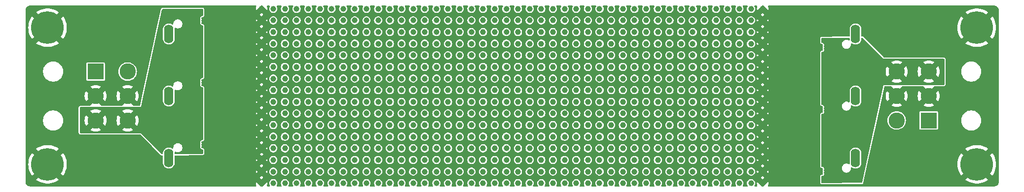
<source format=gbr>
%TF.GenerationSoftware,KiCad,Pcbnew,8.0.2*%
%TF.CreationDate,2024-05-21T15:52:10+02:00*%
%TF.ProjectId,HYDRA_VMM3_Adapter,48594452-415f-4564-9d4d-335f41646170,0*%
%TF.SameCoordinates,Original*%
%TF.FileFunction,Copper,L1,Top*%
%TF.FilePolarity,Positive*%
%FSLAX46Y46*%
G04 Gerber Fmt 4.6, Leading zero omitted, Abs format (unit mm)*
G04 Created by KiCad (PCBNEW 8.0.2) date 2024-05-21 15:52:10*
%MOMM*%
%LPD*%
G01*
G04 APERTURE LIST*
%TA.AperFunction,ComponentPad*%
%ADD10C,5.600000*%
%TD*%
%TA.AperFunction,SMDPad,CuDef*%
%ADD11C,1.000000*%
%TD*%
%TA.AperFunction,ComponentPad*%
%ADD12O,1.600000X3.200000*%
%TD*%
%TA.AperFunction,ComponentPad*%
%ADD13R,2.775000X2.775000*%
%TD*%
%TA.AperFunction,ComponentPad*%
%ADD14C,2.775000*%
%TD*%
%TA.AperFunction,ViaPad*%
%ADD15C,0.350000*%
%TD*%
G04 APERTURE END LIST*
D10*
%TO.P,J10,1,Pin_1*%
%TO.N,GND*%
X26925000Y-54520000D03*
%TD*%
%TO.P,J7,1,Pin_1*%
%TO.N,GND*%
X26925000Y-78020000D03*
%TD*%
%TO.P,J8,1,Pin_1*%
%TO.N,GND*%
X186425000Y-78020000D03*
%TD*%
D11*
%TO.P,U1,1,Col_1-Row_1*%
%TO.N,GND*%
X63675000Y-51270000D03*
%TO.P,U1,2,Col_1-Row_2*%
X63675000Y-53270000D03*
%TO.P,U1,3,Col_1-Row_3*%
X63675000Y-55270000D03*
%TO.P,U1,4,Col_1-Row_4*%
X63675000Y-57270000D03*
%TO.P,U1,5,Col_1-Row_5*%
X63675000Y-59270000D03*
%TO.P,U1,6,Col_1-Row_6*%
X63675000Y-61270000D03*
%TO.P,U1,7,Col_1-Row_7*%
X63675000Y-63270000D03*
%TO.P,U1,8,Col_1-Row_8*%
X63675000Y-65270000D03*
%TO.P,U1,9,Col_1-Row_9*%
X63675000Y-67270000D03*
%TO.P,U1,10,Col_1-Row_10*%
X63675000Y-69270000D03*
%TO.P,U1,11,Col_1-Row_11*%
X63675000Y-71270000D03*
%TO.P,U1,12,Col_1-Row_12*%
X63675000Y-73270000D03*
%TO.P,U1,13,Col_1-Row_13*%
X63675000Y-75270000D03*
%TO.P,U1,14,Col_1-Row_14*%
X63675000Y-77270000D03*
%TO.P,U1,15,Col_1-Row_15*%
X63675000Y-79270000D03*
%TO.P,U1,16,Col_1-Row_16*%
X63675000Y-81270000D03*
%TO.P,U1,17,Col_2-Row_1*%
%TO.N,Col_2-Row_1*%
X65675000Y-51270000D03*
%TO.P,U1,18,Col_2-Row_2*%
%TO.N,Col_2-Row_2*%
X65675000Y-53270000D03*
%TO.P,U1,19,Col_2-Row_3*%
%TO.N,Col_2-Row_3*%
X65675000Y-55270000D03*
%TO.P,U1,20,Col_2-Row_4*%
%TO.N,Col_2-Row_4*%
X65675000Y-57270000D03*
%TO.P,U1,21,Col_2-Row_5*%
%TO.N,Col_2-Row_5*%
X65675000Y-59270000D03*
%TO.P,U1,22,Col_2-Row_6*%
%TO.N,Col_2-Row_6*%
X65675000Y-61270000D03*
%TO.P,U1,23,Col_2-Row_7*%
%TO.N,Col_2-Row_7*%
X65675000Y-63270000D03*
%TO.P,U1,24,Col_2-Row_8*%
%TO.N,Col_2-Row_8*%
X65675000Y-65270000D03*
%TO.P,U1,25,Col_2-Row_9*%
%TO.N,Col_2-Row_9*%
X65675000Y-67270000D03*
%TO.P,U1,26,Col_2-Row_10*%
%TO.N,Col_2-Row_10*%
X65675000Y-69270000D03*
%TO.P,U1,27,Col_2-Row_11*%
%TO.N,Col_2-Row_11*%
X65675000Y-71270000D03*
%TO.P,U1,28,Col_2-Row_12*%
%TO.N,Col_2-Row_12*%
X65675000Y-73270000D03*
%TO.P,U1,29,Col_2-Row_13*%
%TO.N,Col_2-Row_13*%
X65675000Y-75270000D03*
%TO.P,U1,30,Col_2-Row_14*%
%TO.N,Col_2-Row_14*%
X65675000Y-77270000D03*
%TO.P,U1,31,Col_2-Row_15*%
%TO.N,Col_2-Row_15*%
X65675000Y-79270000D03*
%TO.P,U1,32,Col_2-Row_16*%
%TO.N,Col_2-Row_16*%
X65675000Y-81270000D03*
%TO.P,U1,33,Col_3-Row_1*%
%TO.N,Col_3-Row_1*%
X67675000Y-51270000D03*
%TO.P,U1,34,Col_3-Row_2*%
%TO.N,Col_3-Row_2*%
X67675000Y-53270000D03*
%TO.P,U1,35,Col_3-Row_3*%
%TO.N,Col_3-Row_3*%
X67675000Y-55270000D03*
%TO.P,U1,36,Col_3-Row_4*%
%TO.N,Col_3-Row_4*%
X67675000Y-57270000D03*
%TO.P,U1,37,Col_3-Row_5*%
%TO.N,Col_3-Row_5*%
X67675000Y-59270000D03*
%TO.P,U1,38,Col_3-Row_6*%
%TO.N,Col_3-Row_6*%
X67675000Y-61270000D03*
%TO.P,U1,39,Col_3-Row_7*%
%TO.N,Col_3-Row_7*%
X67675000Y-63270000D03*
%TO.P,U1,40,Col_3-Row_8*%
%TO.N,Col_3-Row_8*%
X67675000Y-65270000D03*
%TO.P,U1,41,Col_3-Row_9*%
%TO.N,Col_3-Row_9*%
X67675000Y-67270000D03*
%TO.P,U1,42,Col_3-Row_10*%
%TO.N,Col_3-Row_10*%
X67675000Y-69270000D03*
%TO.P,U1,43,Col_3-Row_11*%
%TO.N,Col_3-Row_11*%
X67675000Y-71270000D03*
%TO.P,U1,44,Col_3-Row_12*%
%TO.N,Col_3-Row_12*%
X67675000Y-73270000D03*
%TO.P,U1,45,Col_3-Row_13*%
%TO.N,Col_3-Row_13*%
X67675000Y-75270000D03*
%TO.P,U1,46,Col_3-Row_14*%
%TO.N,Col_3-Row_14*%
X67675000Y-77270000D03*
%TO.P,U1,47,Col_3-Row_15*%
%TO.N,Col_3-Row_15*%
X67675000Y-79270000D03*
%TO.P,U1,48,Col_3-Row_16*%
%TO.N,Col_3-Row_16*%
X67675000Y-81270000D03*
%TO.P,U1,49,Col_4-Row_1*%
%TO.N,Col_4-Row_1*%
X69675000Y-51270000D03*
%TO.P,U1,50,Col_4-Row_2*%
%TO.N,Col_4-Row_2*%
X69675000Y-53270000D03*
%TO.P,U1,51,Col_4-Row_3*%
%TO.N,Col_4-Row_3*%
X69675000Y-55270000D03*
%TO.P,U1,52,Col_4-Row_4*%
%TO.N,Col_4-Row_4*%
X69675000Y-57270000D03*
%TO.P,U1,53,Col_4-Row_5*%
%TO.N,Col_4-Row_5*%
X69675000Y-59270000D03*
%TO.P,U1,54,Col_4-Row_6*%
%TO.N,Col_4-Row_6*%
X69675000Y-61270000D03*
%TO.P,U1,55,Col_4-Row_7*%
%TO.N,Col_4-Row_7*%
X69675000Y-63270000D03*
%TO.P,U1,56,Col_4-Row_8*%
%TO.N,Col_4-Row_8*%
X69675000Y-65270000D03*
%TO.P,U1,57,Col_4-Row_9*%
%TO.N,Col_4-Row_9*%
X69675000Y-67270000D03*
%TO.P,U1,58,Col_4-Row_10*%
%TO.N,Col_4-Row_10*%
X69675000Y-69270000D03*
%TO.P,U1,59,Col_4-Row_11*%
%TO.N,Col_4-Row_11*%
X69675000Y-71270000D03*
%TO.P,U1,60,Col_4-Row_12*%
%TO.N,Col_4-Row_12*%
X69675000Y-73270000D03*
%TO.P,U1,61,Col_4-Row_13*%
%TO.N,Col_4-Row_13*%
X69675000Y-75270000D03*
%TO.P,U1,62,Col_4-Row_14*%
%TO.N,Col_4-Row_14*%
X69675000Y-77270000D03*
%TO.P,U1,63,Col_4-Row_15*%
%TO.N,Col_4-Row_15*%
X69675000Y-79270000D03*
%TO.P,U1,64,Col_4-Row_16*%
%TO.N,Col_4-Row_16*%
X69675000Y-81270000D03*
%TO.P,U1,65,Col_5-Row_1*%
%TO.N,Col_5-Row_1*%
X71675000Y-51270000D03*
%TO.P,U1,66,Col_5-Row_2*%
%TO.N,Col_5-Row_2*%
X71675000Y-53270000D03*
%TO.P,U1,67,Col_5-Row_3*%
%TO.N,Col_5-Row_3*%
X71675000Y-55270000D03*
%TO.P,U1,68,Col_5-Row_4*%
%TO.N,Col_5-Row_4*%
X71675000Y-57270000D03*
%TO.P,U1,69,Col_5-Row_5*%
%TO.N,Col_5-Row_5*%
X71675000Y-59270000D03*
%TO.P,U1,70,Col_5-Row_6*%
%TO.N,Col_5-Row_6*%
X71675000Y-61270000D03*
%TO.P,U1,71,Col_5-Row_7*%
%TO.N,Col_5-Row_7*%
X71675000Y-63270000D03*
%TO.P,U1,72,Col_5-Row_8*%
%TO.N,Col_5-Row_8*%
X71675000Y-65270000D03*
%TO.P,U1,73,Col_5-Row_9*%
%TO.N,Col_5-Row_9*%
X71675000Y-67270000D03*
%TO.P,U1,74,Col_5-Row_10*%
%TO.N,Col_5-Row_10*%
X71675000Y-69270000D03*
%TO.P,U1,75,Col_5-Row_11*%
%TO.N,Col_5-Row_11*%
X71675000Y-71270000D03*
%TO.P,U1,76,Col_5-Row_12*%
%TO.N,Col_5-Row_12*%
X71675000Y-73270000D03*
%TO.P,U1,77,Col_5-Row_13*%
%TO.N,Col_5-Row_13*%
X71675000Y-75270000D03*
%TO.P,U1,78,Col_5-Row_14*%
%TO.N,Col_5-Row_14*%
X71675000Y-77270000D03*
%TO.P,U1,79,Col_5-Row_15*%
%TO.N,Col_5-Row_15*%
X71675000Y-79270000D03*
%TO.P,U1,80,Col_5-Row_16*%
%TO.N,Col_5-Row_16*%
X71675000Y-81270000D03*
%TO.P,U1,81,Col_6-Row_1*%
%TO.N,Col_6-Row_1*%
X73675000Y-51270000D03*
%TO.P,U1,82,Col_6-Row_2*%
%TO.N,Col_6-Row_2*%
X73675000Y-53270000D03*
%TO.P,U1,83,Col_6-Row_3*%
%TO.N,Col_6-Row_3*%
X73675000Y-55270000D03*
%TO.P,U1,84,Col_6-Row_4*%
%TO.N,Col_6-Row_4*%
X73675000Y-57270000D03*
%TO.P,U1,85,Col_6-Row_5*%
%TO.N,Col_6-Row_5*%
X73675000Y-59270000D03*
%TO.P,U1,86,Col_6-Row_6*%
%TO.N,Col_6-Row_6*%
X73675000Y-61270000D03*
%TO.P,U1,87,Col_6-Row_7*%
%TO.N,Col_6-Row_7*%
X73675000Y-63270000D03*
%TO.P,U1,88,Col_6-Row_8*%
%TO.N,Col_6-Row_8*%
X73675000Y-65270000D03*
%TO.P,U1,89,Col_6-Row_9*%
%TO.N,Col_6-Row_9*%
X73675000Y-67270000D03*
%TO.P,U1,90,Col_6-Row_10*%
%TO.N,Col_6-Row_10*%
X73675000Y-69270000D03*
%TO.P,U1,91,Col_6-Row_11*%
%TO.N,Col_6-Row_11*%
X73675000Y-71270000D03*
%TO.P,U1,92,Col_6-Row_12*%
%TO.N,Col_6-Row_12*%
X73675000Y-73270000D03*
%TO.P,U1,93,Col_6-Row_13*%
%TO.N,Col_6-Row_13*%
X73675000Y-75270000D03*
%TO.P,U1,94,Col_6-Row_14*%
%TO.N,Col_6-Row_14*%
X73675000Y-77270000D03*
%TO.P,U1,95,Col_6-Row_15*%
%TO.N,Col_6-Row_15*%
X73675000Y-79270000D03*
%TO.P,U1,96,Col_6-Row_16*%
%TO.N,Col_6-Row_16*%
X73675000Y-81270000D03*
%TO.P,U1,97,Col_7-Row_1*%
%TO.N,Col_7-Row_1*%
X75675000Y-51270000D03*
%TO.P,U1,98,Col_7-Row_2*%
%TO.N,Col_7-Row_2*%
X75675000Y-53270000D03*
%TO.P,U1,99,Col_7-Row_3*%
%TO.N,Col_7-Row_3*%
X75675000Y-55270000D03*
%TO.P,U1,100,Col_7-Row_4*%
%TO.N,Col_7-Row_4*%
X75675000Y-57270000D03*
%TO.P,U1,101,Col_7-Row_5*%
%TO.N,Col_7-Row_5*%
X75675000Y-59270000D03*
%TO.P,U1,102,Col_7-Row_6*%
%TO.N,Col_7-Row_6*%
X75675000Y-61270000D03*
%TO.P,U1,103,Col_7-Row_7*%
%TO.N,Col_7-Row_7*%
X75675000Y-63270000D03*
%TO.P,U1,104,Col_7-Row_8*%
%TO.N,Col_7-Row_8*%
X75675000Y-65270000D03*
%TO.P,U1,105,Col_7-Row_9*%
%TO.N,Col_7-Row_9*%
X75675000Y-67270000D03*
%TO.P,U1,106,Col_7-Row_10*%
%TO.N,Col_7-Row_10*%
X75675000Y-69270000D03*
%TO.P,U1,107,Col_7-Row_11*%
%TO.N,Col_7-Row_11*%
X75675000Y-71270000D03*
%TO.P,U1,108,Col_7-Row_12*%
%TO.N,Col_7-Row_12*%
X75675000Y-73270000D03*
%TO.P,U1,109,Col_7-Row_13*%
%TO.N,Col_7-Row_13*%
X75675000Y-75270000D03*
%TO.P,U1,110,Col_7-Row_14*%
%TO.N,Col_7-Row_14*%
X75675000Y-77270000D03*
%TO.P,U1,111,Col_7-Row_15*%
%TO.N,Col_7-Row_15*%
X75675000Y-79270000D03*
%TO.P,U1,112,Col_7-Row_16*%
%TO.N,Col_7-Row_16*%
X75675000Y-81270000D03*
%TO.P,U1,113,Col_8-Row_1*%
%TO.N,Col_8-Row_1*%
X77675000Y-51270000D03*
%TO.P,U1,114,Col_8-Row_2*%
%TO.N,Col_8-Row_2*%
X77675000Y-53270000D03*
%TO.P,U1,115,Col_8-Row_3*%
%TO.N,Col_8-Row_3*%
X77675000Y-55270000D03*
%TO.P,U1,116,Col_8-Row_4*%
%TO.N,Col_8-Row_4*%
X77675000Y-57270000D03*
%TO.P,U1,117,Col_8-Row_5*%
%TO.N,Col_8-Row_5*%
X77675000Y-59270000D03*
%TO.P,U1,118,Col_8-Row_6*%
%TO.N,Col_8-Row_6*%
X77675000Y-61270000D03*
%TO.P,U1,119,Col_8-Row_7*%
%TO.N,Col_8-Row_7*%
X77675000Y-63270000D03*
%TO.P,U1,120,Col_8-Row_8*%
%TO.N,Col_8-Row_8*%
X77675000Y-65270000D03*
%TO.P,U1,121,Col_8-Row_9*%
%TO.N,Col_8-Row_9*%
X77675000Y-67270000D03*
%TO.P,U1,122,Col_8-Row_10*%
%TO.N,Col_8-Row_10*%
X77675000Y-69270000D03*
%TO.P,U1,123,Col_8-Row_11*%
%TO.N,Col_8-Row_11*%
X77675000Y-71270000D03*
%TO.P,U1,124,Col_8-Row_12*%
%TO.N,Col_8-Row_12*%
X77675000Y-73270000D03*
%TO.P,U1,125,Col_8-Row_13*%
%TO.N,Col_8-Row_13*%
X77675000Y-75270000D03*
%TO.P,U1,126,Col_8-Row_14*%
%TO.N,Col_8-Row_14*%
X77675000Y-77270000D03*
%TO.P,U1,127,Col_8-Row_15*%
%TO.N,Col_8-Row_15*%
X77675000Y-79270000D03*
%TO.P,U1,128,Col_8-Row_16*%
%TO.N,Col_8-Row_16*%
X77675000Y-81270000D03*
%TO.P,U1,129,Col_9-Row_1*%
%TO.N,Col_9-Row_1*%
X79675000Y-51270000D03*
%TO.P,U1,130,Col_9-Row_2*%
%TO.N,Col_9-Row_2*%
X79675000Y-53270000D03*
%TO.P,U1,131,Col_9-Row_3*%
%TO.N,Col_9-Row_3*%
X79675000Y-55270000D03*
%TO.P,U1,132,Col_9-Row_4*%
%TO.N,Col_9-Row_4*%
X79675000Y-57270000D03*
%TO.P,U1,133,Col_9-Row_5*%
%TO.N,Col_9-Row_5*%
X79675000Y-59270000D03*
%TO.P,U1,134,Col_9-Row_6*%
%TO.N,Col_9-Row_6*%
X79675000Y-61270000D03*
%TO.P,U1,135,Col_9-Row_7*%
%TO.N,Col_9-Row_7*%
X79675000Y-63270000D03*
%TO.P,U1,136,Col_9-Row_8*%
%TO.N,Col_9-Row_8*%
X79675000Y-65270000D03*
%TO.P,U1,137,Col_9-Row_9*%
%TO.N,Col_9-Row_9*%
X79675000Y-67270000D03*
%TO.P,U1,138,Col_9-Row_10*%
%TO.N,Col_9-Row_10*%
X79675000Y-69270000D03*
%TO.P,U1,139,Col_9-Row_11*%
%TO.N,Col_9-Row_11*%
X79675000Y-71270000D03*
%TO.P,U1,140,Col_9-Row_12*%
%TO.N,Col_9-Row_12*%
X79675000Y-73270000D03*
%TO.P,U1,141,Col_9-Row_13*%
%TO.N,Col_9-Row_13*%
X79675000Y-75270000D03*
%TO.P,U1,142,Col_9-Row_14*%
%TO.N,Col_9-Row_14*%
X79675000Y-77270000D03*
%TO.P,U1,143,Col_9-Row_15*%
%TO.N,Col_9-Row_15*%
X79675000Y-79270000D03*
%TO.P,U1,144,Col_9-Row_16*%
%TO.N,Col_9-Row_16*%
X79675000Y-81270000D03*
%TO.P,U1,145,Col_10-Row_1*%
%TO.N,Col_10-Row_1*%
X81675000Y-51270000D03*
%TO.P,U1,146,Col_10-Row_2*%
%TO.N,Col_10-Row_2*%
X81675000Y-53270000D03*
%TO.P,U1,147,Col_10-Row_3*%
%TO.N,Col_10-Row_3*%
X81675000Y-55270000D03*
%TO.P,U1,148,Col_10-Row_4*%
%TO.N,Col_10-Row_4*%
X81675000Y-57270000D03*
%TO.P,U1,149,Col_10-Row_5*%
%TO.N,Col_10-Row_5*%
X81675000Y-59270000D03*
%TO.P,U1,150,Col_10-Row_6*%
%TO.N,Col_10-Row_6*%
X81675000Y-61270000D03*
%TO.P,U1,151,Col_10-Row_7*%
%TO.N,Col_10-Row_7*%
X81675000Y-63270000D03*
%TO.P,U1,152,Col_10-Row_8*%
%TO.N,Col_10-Row_8*%
X81675000Y-65270000D03*
%TO.P,U1,153,Col_10-Row_9*%
%TO.N,Col_10-Row_9*%
X81675000Y-67270000D03*
%TO.P,U1,154,Col_10-Row_10*%
%TO.N,Col_10-Row_10*%
X81675000Y-69270000D03*
%TO.P,U1,155,Col_10-Row_11*%
%TO.N,Col_10-Row_11*%
X81675000Y-71270000D03*
%TO.P,U1,156,Col_10-Row_12*%
%TO.N,Col_10-Row_12*%
X81675000Y-73270000D03*
%TO.P,U1,157,Col_10-Row_13*%
%TO.N,Col_10-Row_13*%
X81675000Y-75270000D03*
%TO.P,U1,158,Col_10-Row_14*%
%TO.N,Col_10-Row_14*%
X81675000Y-77270000D03*
%TO.P,U1,159,Col_10-Row_15*%
%TO.N,Col_10-Row_15*%
X81675000Y-79270000D03*
%TO.P,U1,160,Col_10-Row_16*%
%TO.N,Col_10-Row_16*%
X81675000Y-81270000D03*
%TO.P,U1,161,Col_11-Row_1*%
%TO.N,Col_11-Row_1*%
X83675000Y-51270000D03*
%TO.P,U1,162,Col_11-Row_2*%
%TO.N,Col_11-Row_2*%
X83675000Y-53270000D03*
%TO.P,U1,163,Col_11-Row_3*%
%TO.N,Col_11-Row_3*%
X83675000Y-55270000D03*
%TO.P,U1,164,Col_11-Row_4*%
%TO.N,Col_11-Row_4*%
X83675000Y-57270000D03*
%TO.P,U1,165,Col_11-Row_5*%
%TO.N,Col_11-Row_5*%
X83675000Y-59270000D03*
%TO.P,U1,166,Col_11-Row_6*%
%TO.N,Col_11-Row_6*%
X83675000Y-61270000D03*
%TO.P,U1,167,Col_11-Row_7*%
%TO.N,Col_11-Row_7*%
X83675000Y-63270000D03*
%TO.P,U1,168,Col_11-Row_8*%
%TO.N,Col_11-Row_8*%
X83675000Y-65270000D03*
%TO.P,U1,169,Col_11-Row_9*%
%TO.N,Col_11-Row_9*%
X83675000Y-67270000D03*
%TO.P,U1,170,Col_11-Row_10*%
%TO.N,Col_11-Row_10*%
X83675000Y-69270000D03*
%TO.P,U1,171,Col_11-Row_11*%
%TO.N,Col_11-Row_11*%
X83675000Y-71270000D03*
%TO.P,U1,172,Col_11-Row_12*%
%TO.N,Col_11-Row_12*%
X83675000Y-73270000D03*
%TO.P,U1,173,Col_11-Row_13*%
%TO.N,Col_11-Row_13*%
X83675000Y-75270000D03*
%TO.P,U1,174,Col_11-Row_14*%
%TO.N,Col_11-Row_14*%
X83675000Y-77270000D03*
%TO.P,U1,175,Col_11-Row_15*%
%TO.N,Col_11-Row_15*%
X83675000Y-79270000D03*
%TO.P,U1,176,Col_11-Row_16*%
%TO.N,Col_11-Row_16*%
X83675000Y-81270000D03*
%TO.P,U1,177,Col_12-Row_1*%
%TO.N,Col_12-Row_1*%
X85675000Y-51270000D03*
%TO.P,U1,178,Col_12-Row_2*%
%TO.N,Col_12-Row_2*%
X85675000Y-53270000D03*
%TO.P,U1,179,Col_12-Row_3*%
%TO.N,Col_12-Row_3*%
X85675000Y-55270000D03*
%TO.P,U1,180,Col_12-Row_4*%
%TO.N,Col_12-Row_4*%
X85675000Y-57270000D03*
%TO.P,U1,181,Col_12-Row_5*%
%TO.N,Col_12-Row_5*%
X85675000Y-59270000D03*
%TO.P,U1,182,Col_12-Row_6*%
%TO.N,Col_12-Row_6*%
X85675000Y-61270000D03*
%TO.P,U1,183,Col_12-Row_7*%
%TO.N,Col_12-Row_7*%
X85675000Y-63270000D03*
%TO.P,U1,184,Col_12-Row_8*%
%TO.N,Col_12-Row_8*%
X85675000Y-65270000D03*
%TO.P,U1,185,Col_12-Row_9*%
%TO.N,Col_12-Row_9*%
X85675000Y-67270000D03*
%TO.P,U1,186,Col_12-Row_10*%
%TO.N,Col_12-Row_10*%
X85675000Y-69270000D03*
%TO.P,U1,187,Col_12-Row_11*%
%TO.N,Col_12-Row_11*%
X85675000Y-71270000D03*
%TO.P,U1,188,Col_12-Row_12*%
%TO.N,Col_12-Row_12*%
X85675000Y-73270000D03*
%TO.P,U1,189,Col_12-Row_13*%
%TO.N,Col_12-Row_13*%
X85675000Y-75270000D03*
%TO.P,U1,190,Col_12-Row_14*%
%TO.N,Col_12-Row_14*%
X85675000Y-77270000D03*
%TO.P,U1,191,Col_12-Row_15*%
%TO.N,Col_12-Row_15*%
X85675000Y-79270000D03*
%TO.P,U1,192,Col_12-Row_16*%
%TO.N,Col_12-Row_16*%
X85675000Y-81270000D03*
%TO.P,U1,193,Col_13-Row_1*%
%TO.N,Col_13-Row_1*%
X87675000Y-51270000D03*
%TO.P,U1,194,Col_13-Row_2*%
%TO.N,Col_13-Row_2*%
X87675000Y-53270000D03*
%TO.P,U1,195,Col_13-Row_3*%
%TO.N,Col_13-Row_3*%
X87675000Y-55270000D03*
%TO.P,U1,196,Col_13-Row_4*%
%TO.N,Col_13-Row_4*%
X87675000Y-57270000D03*
%TO.P,U1,197,Col_13-Row_5*%
%TO.N,Col_13-Row_5*%
X87675000Y-59270000D03*
%TO.P,U1,198,Col_13-Row_6*%
%TO.N,Col_13-Row_6*%
X87675000Y-61270000D03*
%TO.P,U1,199,Col_13-Row_7*%
%TO.N,Col_13-Row_7*%
X87675000Y-63270000D03*
%TO.P,U1,200,Col_13-Row_8*%
%TO.N,Col_13-Row_8*%
X87675000Y-65270000D03*
%TO.P,U1,201,Col_13-Row_9*%
%TO.N,Col_13-Row_9*%
X87675000Y-67270000D03*
%TO.P,U1,202,Col_13-Row_10*%
%TO.N,Col_13-Row_10*%
X87675000Y-69270000D03*
%TO.P,U1,203,Col_13-Row_11*%
%TO.N,Col_13-Row_11*%
X87675000Y-71270000D03*
%TO.P,U1,204,Col_13-Row_12*%
%TO.N,Col_13-Row_12*%
X87675000Y-73270000D03*
%TO.P,U1,205,Col_13-Row_13*%
%TO.N,Col_13-Row_13*%
X87675000Y-75270000D03*
%TO.P,U1,206,Col_13-Row_14*%
%TO.N,Col_13-Row_14*%
X87675000Y-77270000D03*
%TO.P,U1,207,Col_13-Row_15*%
%TO.N,Col_13-Row_15*%
X87675000Y-79270000D03*
%TO.P,U1,208,Col_13-Row_16*%
%TO.N,Col_13-Row_16*%
X87675000Y-81270000D03*
%TO.P,U1,209,Col_14-Row_1*%
%TO.N,Col_14-Row_1*%
X89675000Y-51270000D03*
%TO.P,U1,210,Col_14-Row_2*%
%TO.N,Col_14-Row_2*%
X89675000Y-53270000D03*
%TO.P,U1,211,Col_14-Row_3*%
%TO.N,Col_14-Row_3*%
X89675000Y-55270000D03*
%TO.P,U1,212,Col_14-Row_4*%
%TO.N,Col_14-Row_4*%
X89675000Y-57270000D03*
%TO.P,U1,213,Col_14-Row_5*%
%TO.N,Col_14-Row_5*%
X89675000Y-59270000D03*
%TO.P,U1,214,Col_14-Row_6*%
%TO.N,Col_14-Row_6*%
X89675000Y-61270000D03*
%TO.P,U1,215,Col_14-Row_7*%
%TO.N,Col_14-Row_7*%
X89675000Y-63270000D03*
%TO.P,U1,216,Col_14-Row_8*%
%TO.N,Col_14-Row_8*%
X89675000Y-65270000D03*
%TO.P,U1,217,Col_14-Row_9*%
%TO.N,Col_14-Row_9*%
X89675000Y-67270000D03*
%TO.P,U1,218,Col_14-Row_10*%
%TO.N,Col_14-Row_10*%
X89675000Y-69270000D03*
%TO.P,U1,219,Col_14-Row_11*%
%TO.N,Col_14-Row_11*%
X89675000Y-71270000D03*
%TO.P,U1,220,Col_14-Row_12*%
%TO.N,Col_14-Row_12*%
X89675000Y-73270000D03*
%TO.P,U1,221,Col_14-Row_13*%
%TO.N,Col_14-Row_13*%
X89675000Y-75270000D03*
%TO.P,U1,222,Col_14-Row_14*%
%TO.N,Col_14-Row_14*%
X89675000Y-77270000D03*
%TO.P,U1,223,Col_14-Row_15*%
%TO.N,Col_14-Row_15*%
X89675000Y-79270000D03*
%TO.P,U1,224,Col_14-Row_16*%
%TO.N,Col_14-Row_16*%
X89675000Y-81270000D03*
%TO.P,U1,225,Col_15-Row_1*%
%TO.N,Col_15-Row_1*%
X91675000Y-51270000D03*
%TO.P,U1,226,Col_15-Row_2*%
%TO.N,Col_15-Row_2*%
X91675000Y-53270000D03*
%TO.P,U1,227,Col_15-Row_3*%
%TO.N,Col_15-Row_3*%
X91675000Y-55270000D03*
%TO.P,U1,228,Col_15-Row_4*%
%TO.N,Col_15-Row_4*%
X91675000Y-57270000D03*
%TO.P,U1,229,Col_15-Row_5*%
%TO.N,Col_15-Row_5*%
X91675000Y-59270000D03*
%TO.P,U1,230,Col_15-Row_6*%
%TO.N,Col_15-Row_6*%
X91675000Y-61270000D03*
%TO.P,U1,231,Col_15-Row_7*%
%TO.N,Col_15-Row_7*%
X91675000Y-63270000D03*
%TO.P,U1,232,Col_15-Row_8*%
%TO.N,Col_15-Row_8*%
X91675000Y-65270000D03*
%TO.P,U1,233,Col_15-Row_9*%
%TO.N,Col_15-Row_9*%
X91675000Y-67270000D03*
%TO.P,U1,234,Col_15-Row_10*%
%TO.N,Col_15-Row_10*%
X91675000Y-69270000D03*
%TO.P,U1,235,Col_15-Row_11*%
%TO.N,Col_15-Row_11*%
X91675000Y-71270000D03*
%TO.P,U1,236,Col_15-Row_12*%
%TO.N,Col_15-Row_12*%
X91675000Y-73270000D03*
%TO.P,U1,237,Col_15-Row_13*%
%TO.N,Col_15-Row_13*%
X91675000Y-75270000D03*
%TO.P,U1,238,Col_15-Row_14*%
%TO.N,Col_15-Row_14*%
X91675000Y-77270000D03*
%TO.P,U1,239,Col_15-Row_15*%
%TO.N,Col_15-Row_15*%
X91675000Y-79270000D03*
%TO.P,U1,240,Col_15-Row_16*%
%TO.N,Col_15-Row_16*%
X91675000Y-81270000D03*
%TO.P,U1,241,Col_16-Row_1*%
%TO.N,Col_16-Row_1*%
X93675000Y-51270000D03*
%TO.P,U1,242,Col_16-Row_2*%
%TO.N,Col_16-Row_2*%
X93675000Y-53270000D03*
%TO.P,U1,243,Col_16-Row_3*%
%TO.N,Col_16-Row_3*%
X93675000Y-55270000D03*
%TO.P,U1,244,Col_16-Row_4*%
%TO.N,Col_16-Row_4*%
X93675000Y-57270000D03*
%TO.P,U1,245,Col_16-Row_5*%
%TO.N,Col_16-Row_5*%
X93675000Y-59270000D03*
%TO.P,U1,246,Col_16-Row_6*%
%TO.N,Col_16-Row_6*%
X93675000Y-61270000D03*
%TO.P,U1,247,Col_16-Row_7*%
%TO.N,Col_16-Row_7*%
X93675000Y-63270000D03*
%TO.P,U1,248,Col_16-Row_8*%
%TO.N,Col_16-Row_8*%
X93675000Y-65270000D03*
%TO.P,U1,249,Col_16-Row_9*%
%TO.N,Col_16-Row_9*%
X93675000Y-67270000D03*
%TO.P,U1,250,Col_16-Row_10*%
%TO.N,Col_16-Row_10*%
X93675000Y-69270000D03*
%TO.P,U1,251,Col_16-Row_11*%
%TO.N,Col_16-Row_11*%
X93675000Y-71270000D03*
%TO.P,U1,252,Col_16-Row_12*%
%TO.N,Col_16-Row_12*%
X93675000Y-73270000D03*
%TO.P,U1,253,Col_16-Row_13*%
%TO.N,Col_16-Row_13*%
X93675000Y-75270000D03*
%TO.P,U1,254,Col_16-Row_14*%
%TO.N,Col_16-Row_14*%
X93675000Y-77270000D03*
%TO.P,U1,255,Col_16-Row_15*%
%TO.N,Col_16-Row_15*%
X93675000Y-79270000D03*
%TO.P,U1,256,Col_16-Row_16*%
%TO.N,Col_16-Row_16*%
X93675000Y-81270000D03*
%TO.P,U1,257,Col_17-Row_1*%
%TO.N,Col_17-Row_1*%
X95675000Y-51270000D03*
%TO.P,U1,258,Col_17-Row_2*%
%TO.N,Col_17-Row_2*%
X95675000Y-53270000D03*
%TO.P,U1,259,Col_17-Row_3*%
%TO.N,Col_17-Row_3*%
X95675000Y-55270000D03*
%TO.P,U1,260,Col_17-Row_4*%
%TO.N,Col_17-Row_4*%
X95675000Y-57270000D03*
%TO.P,U1,261,Col_17-Row_5*%
%TO.N,Col_17-Row_5*%
X95675000Y-59270000D03*
%TO.P,U1,262,Col_17-Row_6*%
%TO.N,Col_17-Row_6*%
X95675000Y-61270000D03*
%TO.P,U1,263,Col_17-Row_7*%
%TO.N,Col_17-Row_7*%
X95675000Y-63270000D03*
%TO.P,U1,264,Col_17-Row_8*%
%TO.N,Col_17-Row_8*%
X95675000Y-65270000D03*
%TO.P,U1,265,Col_17-Row_9*%
%TO.N,Col_17-Row_9*%
X95675000Y-67270000D03*
%TO.P,U1,266,Col_17-Row_10*%
%TO.N,Col_17-Row_10*%
X95675000Y-69270000D03*
%TO.P,U1,267,Col_17-Row_11*%
%TO.N,Col_17-Row_11*%
X95675000Y-71270000D03*
%TO.P,U1,268,Col_17-Row_12*%
%TO.N,Col_17-Row_12*%
X95675000Y-73270000D03*
%TO.P,U1,269,Col_17-Row_13*%
%TO.N,Col_17-Row_13*%
X95675000Y-75270000D03*
%TO.P,U1,270,Col_17-Row_14*%
%TO.N,Col_17-Row_14*%
X95675000Y-77270000D03*
%TO.P,U1,271,Col_17-Row_15*%
%TO.N,Col_17-Row_15*%
X95675000Y-79270000D03*
%TO.P,U1,272,Col_17-Row_16*%
%TO.N,Col_17-Row_16*%
X95675000Y-81270000D03*
%TO.P,U1,273,Col_18-Row_1*%
%TO.N,Col_18-Row_1*%
X97675000Y-51270000D03*
%TO.P,U1,274,Col_18-Row_2*%
%TO.N,Col_18-Row_2*%
X97675000Y-53270000D03*
%TO.P,U1,275,Col_18-Row_3*%
%TO.N,Col_18-Row_3*%
X97675000Y-55270000D03*
%TO.P,U1,276,Col_18-Row_4*%
%TO.N,Col_18-Row_4*%
X97675000Y-57270000D03*
%TO.P,U1,277,Col_18-Row_5*%
%TO.N,Col_18-Row_5*%
X97675000Y-59270000D03*
%TO.P,U1,278,Col_18-Row_6*%
%TO.N,Col_18-Row_6*%
X97675000Y-61270000D03*
%TO.P,U1,279,Col_18-Row_7*%
%TO.N,Col_18-Row_7*%
X97675000Y-63270000D03*
%TO.P,U1,280,Col_18-Row_8*%
%TO.N,Col_18-Row_8*%
X97675000Y-65270000D03*
%TO.P,U1,281,Col_18-Row_9*%
%TO.N,Col_18-Row_9*%
X97675000Y-67270000D03*
%TO.P,U1,282,Col_18-Row_10*%
%TO.N,Col_18-Row_10*%
X97675000Y-69270000D03*
%TO.P,U1,283,Col_18-Row_11*%
%TO.N,Col_18-Row_11*%
X97675000Y-71270000D03*
%TO.P,U1,284,Col_18-Row_12*%
%TO.N,Col_18-Row_12*%
X97675000Y-73270000D03*
%TO.P,U1,285,Col_18-Row_13*%
%TO.N,Col_18-Row_13*%
X97675000Y-75270000D03*
%TO.P,U1,286,Col_18-Row_14*%
%TO.N,Col_18-Row_14*%
X97675000Y-77270000D03*
%TO.P,U1,287,Col_18-Row_15*%
%TO.N,Col_18-Row_15*%
X97675000Y-79270000D03*
%TO.P,U1,288,Col_18-Row_16*%
%TO.N,Col_18-Row_16*%
X97675000Y-81270000D03*
%TO.P,U1,289,Col_19-Row_1*%
%TO.N,Col_19-Row_3*%
X99675000Y-51270000D03*
%TO.P,U1,290,Col_19-Row_2*%
%TO.N,Col_19-Row_2*%
X99675000Y-53270000D03*
%TO.P,U1,291,Col_19-Row_3*%
%TO.N,Col_19-Row_1*%
X99675000Y-55270000D03*
%TO.P,U1,292,Col_19-Row_4*%
%TO.N,Col_19-Row_4*%
X99675000Y-57270000D03*
%TO.P,U1,293,Col_19-Row_5*%
%TO.N,Col_19-Row_5*%
X99675000Y-59270000D03*
%TO.P,U1,294,Col_19-Row_6*%
%TO.N,Col_19-Row_6*%
X99675000Y-61270000D03*
%TO.P,U1,295,Col_19-Row_7*%
%TO.N,Col_19-Row_7*%
X99675000Y-63270000D03*
%TO.P,U1,296,Col_19-Row_8*%
%TO.N,Col_19-Row_8*%
X99675000Y-65270000D03*
%TO.P,U1,297,Col_19-Row_9*%
%TO.N,Col_19-Row_9*%
X99675000Y-67270000D03*
%TO.P,U1,298,Col_19-Row_10*%
%TO.N,Col_19-Row_10*%
X99675000Y-69270000D03*
%TO.P,U1,299,Col_19-Row_11*%
%TO.N,Col_19-Row_11*%
X99675000Y-71270000D03*
%TO.P,U1,300,Col_19-Row_12*%
%TO.N,Col_19-Row_12*%
X99675000Y-73270000D03*
%TO.P,U1,301,Col_19-Row_13*%
%TO.N,Col_19-Row_13*%
X99675000Y-75270000D03*
%TO.P,U1,302,Col_19-Row_14*%
%TO.N,Col_19-Row_14*%
X99675000Y-77270000D03*
%TO.P,U1,303,Col_19-Row_15*%
%TO.N,Col_19-Row_15*%
X99675000Y-79270000D03*
%TO.P,U1,304,Col_19-Row_16*%
%TO.N,Col_19-Row_16*%
X99675000Y-81270000D03*
%TO.P,U1,305,Col_20-Row_1*%
%TO.N,Col_20-Row_1*%
X101675000Y-51270000D03*
%TO.P,U1,306,Col_20-Row_2*%
%TO.N,Col_20-Row_2*%
X101675000Y-53270000D03*
%TO.P,U1,307,Col_20-Row_3*%
%TO.N,Col_20-Row_3*%
X101675000Y-55270000D03*
%TO.P,U1,308,Col_20-Row_4*%
%TO.N,Col_20-Row_4*%
X101675000Y-57270000D03*
%TO.P,U1,309,Col_20-Row_5*%
%TO.N,Col_20-Row_5*%
X101675000Y-59270000D03*
%TO.P,U1,310,Col_20-Row_6*%
%TO.N,Col_20-Row_6*%
X101675000Y-61270000D03*
%TO.P,U1,311,Col_20-Row_7*%
%TO.N,Col_20-Row_7*%
X101675000Y-63270000D03*
%TO.P,U1,312,Col_20-Row_8*%
%TO.N,Col_20-Row_8*%
X101675000Y-65270000D03*
%TO.P,U1,313,Col_20-Row_9*%
%TO.N,Col_20-Row_9*%
X101675000Y-67270000D03*
%TO.P,U1,314,Col_20-Row_10*%
%TO.N,Col_20-Row_10*%
X101675000Y-69270000D03*
%TO.P,U1,315,Col_20-Row_11*%
%TO.N,Col_20-Row_11*%
X101675000Y-71270000D03*
%TO.P,U1,316,Col_20-Row_12*%
%TO.N,Col_20-Row_12*%
X101675000Y-73270000D03*
%TO.P,U1,317,Col_20-Row_13*%
%TO.N,Col_20-Row_13*%
X101675000Y-75270000D03*
%TO.P,U1,318,Col_20-Row_14*%
%TO.N,Col_20-Row_14*%
X101675000Y-77270000D03*
%TO.P,U1,319,Col_20-Row_15*%
%TO.N,Col_20-Row_15*%
X101675000Y-79270000D03*
%TO.P,U1,320,Col_20-Row_16*%
%TO.N,Col_20-Row_16*%
X101675000Y-81270000D03*
%TO.P,U1,321,Col_21-Row_1*%
%TO.N,Col_21-Row_1*%
X103675000Y-51270000D03*
%TO.P,U1,322,Col_21-Row_2*%
%TO.N,Col_21-Row_2*%
X103675000Y-53270000D03*
%TO.P,U1,323,Col_21-Row_3*%
%TO.N,Col_21-Row_3*%
X103675000Y-55270000D03*
%TO.P,U1,324,Col_21-Row_4*%
%TO.N,Col_21-Row_4*%
X103675000Y-57270000D03*
%TO.P,U1,325,Col_21-Row_5*%
%TO.N,Col_21-Row_5*%
X103675000Y-59270000D03*
%TO.P,U1,326,Col_21-Row_6*%
%TO.N,Col_21-Row_6*%
X103675000Y-61270000D03*
%TO.P,U1,327,Col_21-Row_7*%
%TO.N,Col_21-Row_7*%
X103675000Y-63270000D03*
%TO.P,U1,328,Col_21-Row_8*%
%TO.N,Col_21-Row_8*%
X103675000Y-65270000D03*
%TO.P,U1,329,Col_21-Row_9*%
%TO.N,Col_21-Row_9*%
X103675000Y-67270000D03*
%TO.P,U1,330,Col_21-Row_10*%
%TO.N,Col_21-Row_10*%
X103675000Y-69270000D03*
%TO.P,U1,331,Col_21-Row_11*%
%TO.N,Col_21-Row_11*%
X103675000Y-71270000D03*
%TO.P,U1,332,Col_21-Row_12*%
%TO.N,Col_21-Row_12*%
X103675000Y-73270000D03*
%TO.P,U1,333,Col_21-Row_13*%
%TO.N,Col_21-Row_13*%
X103675000Y-75270000D03*
%TO.P,U1,334,Col_21-Row_14*%
%TO.N,Col_21-Row_14*%
X103675000Y-77270000D03*
%TO.P,U1,335,Col_21-Row_15*%
%TO.N,Col_21-Row_15*%
X103675000Y-79270000D03*
%TO.P,U1,336,Col_21-Row_16*%
%TO.N,Col_21-Row_16*%
X103675000Y-81270000D03*
%TO.P,U1,337,Col_22-Row_1*%
%TO.N,Col_22-Row_1*%
X105675000Y-51270000D03*
%TO.P,U1,338,Col_22-Row_2*%
%TO.N,Col_22-Row_2*%
X105675000Y-53270000D03*
%TO.P,U1,339,Col_22-Row_3*%
%TO.N,Col_22-Row_3*%
X105675000Y-55270000D03*
%TO.P,U1,340,Col_22-Row_4*%
%TO.N,Col_22-Row_4*%
X105675000Y-57270000D03*
%TO.P,U1,341,Col_22-Row_5*%
%TO.N,Col_22-Row_5*%
X105675000Y-59270000D03*
%TO.P,U1,342,Col_22-Row_6*%
%TO.N,Col_22-Row_6*%
X105675000Y-61270000D03*
%TO.P,U1,343,Col_22-Row_7*%
%TO.N,Col_22-Row_7*%
X105675000Y-63270000D03*
%TO.P,U1,344,Col_22-Row_8*%
%TO.N,Col_22-Row_8*%
X105675000Y-65270000D03*
%TO.P,U1,345,Col_22-Row_9*%
%TO.N,Col_22-Row_9*%
X105675000Y-67270000D03*
%TO.P,U1,346,Col_22-Row_10*%
%TO.N,Col_22-Row_10*%
X105675000Y-69270000D03*
%TO.P,U1,347,Col_22-Row_11*%
%TO.N,Col_22-Row_11*%
X105675000Y-71270000D03*
%TO.P,U1,348,Col_22-Row_12*%
%TO.N,Col_22-Row_12*%
X105675000Y-73270000D03*
%TO.P,U1,349,Col_22-Row_13*%
%TO.N,Col_22-Row_13*%
X105675000Y-75270000D03*
%TO.P,U1,350,Col_22-Row_14*%
%TO.N,Col_22-Row_14*%
X105675000Y-77270000D03*
%TO.P,U1,351,Col_22-Row_15*%
%TO.N,Col_22-Row_15*%
X105675000Y-79270000D03*
%TO.P,U1,352,Col_22-Row_16*%
%TO.N,Col_22-Row_16*%
X105675000Y-81270000D03*
%TO.P,U1,353,Col_23-Row_1*%
%TO.N,Col_23-Row_1*%
X107675000Y-51270000D03*
%TO.P,U1,354,Col_23-Row_2*%
%TO.N,Col_23-Row_2*%
X107675000Y-53270000D03*
%TO.P,U1,355,Col_23-Row_3*%
%TO.N,Col_23-Row_3*%
X107675000Y-55270000D03*
%TO.P,U1,356,Col_23-Row_4*%
%TO.N,Col_23-Row_4*%
X107675000Y-57270000D03*
%TO.P,U1,357,Col_23-Row_5*%
%TO.N,Col_23-Row_5*%
X107675000Y-59270000D03*
%TO.P,U1,358,Col_23-Row_6*%
%TO.N,Col_23-Row_6*%
X107675000Y-61270000D03*
%TO.P,U1,359,Col_23-Row_7*%
%TO.N,Col_23-Row_7*%
X107675000Y-63270000D03*
%TO.P,U1,360,Col_23-Row_8*%
%TO.N,Col_23-Row_8*%
X107675000Y-65270000D03*
%TO.P,U1,361,Col_23-Row_9*%
%TO.N,Col_23-Row_9*%
X107675000Y-67270000D03*
%TO.P,U1,362,Col_23-Row_10*%
%TO.N,Col_23-Row_10*%
X107675000Y-69270000D03*
%TO.P,U1,363,Col_23-Row_11*%
%TO.N,Col_23-Row_11*%
X107675000Y-71270000D03*
%TO.P,U1,364,Col_23-Row_12*%
%TO.N,Col_23-Row_12*%
X107675000Y-73270000D03*
%TO.P,U1,365,Col_23-Row_13*%
%TO.N,Col_23-Row_13*%
X107675000Y-75270000D03*
%TO.P,U1,366,Col_23-Row_14*%
%TO.N,Col_23-Row_14*%
X107675000Y-77270000D03*
%TO.P,U1,367,Col_23-Row_15*%
%TO.N,Col_23-Row_15*%
X107675000Y-79270000D03*
%TO.P,U1,368,Col_23-Row_16*%
%TO.N,Col_23-Row_16*%
X107675000Y-81270000D03*
%TO.P,U1,369,Col_24-Row_1*%
%TO.N,Col_24-Row_1*%
X109675000Y-51270000D03*
%TO.P,U1,370,Col_24-Row_2*%
%TO.N,Col_24-Row_2*%
X109675000Y-53270000D03*
%TO.P,U1,371,Col_24-Row_3*%
%TO.N,Col_24-Row_3*%
X109675000Y-55270000D03*
%TO.P,U1,372,Col_24-Row_4*%
%TO.N,Col_24-Row_4*%
X109675000Y-57270000D03*
%TO.P,U1,373,Col_24-Row_5*%
%TO.N,Col_24-Row_5*%
X109675000Y-59270000D03*
%TO.P,U1,374,Col_24-Row_6*%
%TO.N,Col_24-Row_6*%
X109675000Y-61270000D03*
%TO.P,U1,375,Col_24-Row_7*%
%TO.N,Col_24-Row_7*%
X109675000Y-63270000D03*
%TO.P,U1,376,Col_24-Row_8*%
%TO.N,Col_24-Row_8*%
X109675000Y-65270000D03*
%TO.P,U1,377,Col_24-Row_9*%
%TO.N,Col_24-Row_9*%
X109675000Y-67270000D03*
%TO.P,U1,378,Col_24-Row_10*%
%TO.N,Col_24-Row_10*%
X109675000Y-69270000D03*
%TO.P,U1,379,Col_24-Row_11*%
%TO.N,Col_24-Row_11*%
X109675000Y-71270000D03*
%TO.P,U1,380,Col_24-Row_12*%
%TO.N,Col_24-Row_12*%
X109675000Y-73270000D03*
%TO.P,U1,381,Col_24-Row_13*%
%TO.N,Col_24-Row_13*%
X109675000Y-75270000D03*
%TO.P,U1,382,Col_24-Row_14*%
%TO.N,Col_24-Row_14*%
X109675000Y-77270000D03*
%TO.P,U1,383,Col_24-Row_15*%
%TO.N,Col_24-Row_15*%
X109675000Y-79270000D03*
%TO.P,U1,384,Col_24-Row_16*%
%TO.N,Col_24-Row_16*%
X109675000Y-81270000D03*
%TO.P,U1,385,Col_25-Row_1*%
%TO.N,Col_25-Row_1*%
X111675000Y-51270000D03*
%TO.P,U1,386,Col_25-Row_2*%
%TO.N,Col_25-Row_2*%
X111675000Y-53270000D03*
%TO.P,U1,387,Col_25-Row_3*%
%TO.N,Col_25-Row_3*%
X111675000Y-55270000D03*
%TO.P,U1,388,Col_25-Row_4*%
%TO.N,Col_25-Row_4*%
X111675000Y-57270000D03*
%TO.P,U1,389,Col_25-Row_5*%
%TO.N,Col_25-Row_5*%
X111675000Y-59270000D03*
%TO.P,U1,390,Col_25-Row_6*%
%TO.N,Col_25-Row_6*%
X111675000Y-61270000D03*
%TO.P,U1,391,Col_25-Row_7*%
%TO.N,Col_25-Row_7*%
X111675000Y-63270000D03*
%TO.P,U1,392,Col_25-Row_8*%
%TO.N,Col_25-Row_8*%
X111675000Y-65270000D03*
%TO.P,U1,393,Col_25-Row_9*%
%TO.N,Col_25-Row_9*%
X111675000Y-67270000D03*
%TO.P,U1,394,Col_25-Row_10*%
%TO.N,Col_25-Row_10*%
X111675000Y-69270000D03*
%TO.P,U1,395,Col_25-Row_11*%
%TO.N,Col_25-Row_11*%
X111675000Y-71270000D03*
%TO.P,U1,396,Col_25-Row_12*%
%TO.N,Col_25-Row_12*%
X111675000Y-73270000D03*
%TO.P,U1,397,Col_25-Row_13*%
%TO.N,Col_25-Row_13*%
X111675000Y-75270000D03*
%TO.P,U1,398,Col_25-Row_14*%
%TO.N,Col_25-Row_14*%
X111675000Y-77270000D03*
%TO.P,U1,399,Col_25-Row_15*%
%TO.N,Col_25-Row_15*%
X111675000Y-79270000D03*
%TO.P,U1,400,Col_25-Row_16*%
%TO.N,Col_25-Row_16*%
X111675000Y-81270000D03*
%TO.P,U1,401,Col_26-Row_1*%
%TO.N,Col_26-Row_1*%
X113675000Y-51270000D03*
%TO.P,U1,402,Col_26-Row_2*%
%TO.N,Col_26-Row_2*%
X113675000Y-53270000D03*
%TO.P,U1,403,Col_26-Row_3*%
%TO.N,Col_26-Row_3*%
X113675000Y-55270000D03*
%TO.P,U1,404,Col_26-Row_4*%
%TO.N,Col_26-Row_4*%
X113675000Y-57270000D03*
%TO.P,U1,405,Col_26-Row_5*%
%TO.N,Col_26-Row_5*%
X113675000Y-59270000D03*
%TO.P,U1,406,Col_26-Row_6*%
%TO.N,Col_26-Row_6*%
X113675000Y-61270000D03*
%TO.P,U1,407,Col_26-Row_7*%
%TO.N,Col_26-Row_7*%
X113675000Y-63270000D03*
%TO.P,U1,408,Col_26-Row_8*%
%TO.N,Col_26-Row_8*%
X113675000Y-65270000D03*
%TO.P,U1,409,Col_26-Row_9*%
%TO.N,Col_26-Row_9*%
X113675000Y-67270000D03*
%TO.P,U1,410,Col_26-Row_10*%
%TO.N,Col_26-Row_10*%
X113675000Y-69270000D03*
%TO.P,U1,411,Col_26-Row_11*%
%TO.N,Col_26-Row_11*%
X113675000Y-71270000D03*
%TO.P,U1,412,Col_26-Row_12*%
%TO.N,Col_26-Row_12*%
X113675000Y-73270000D03*
%TO.P,U1,413,Col_26-Row_13*%
%TO.N,Col_26-Row_13*%
X113675000Y-75270000D03*
%TO.P,U1,414,Col_26-Row_14*%
%TO.N,Col_26-Row_14*%
X113675000Y-77270000D03*
%TO.P,U1,415,Col_26-Row_15*%
%TO.N,Col_26-Row_15*%
X113675000Y-79270000D03*
%TO.P,U1,416,Col_26-Row_16*%
%TO.N,Col_26-Row_16*%
X113675000Y-81270000D03*
%TO.P,U1,417,Col_27-Row_1*%
%TO.N,Col_27-Row_1*%
X115675000Y-51270000D03*
%TO.P,U1,418,Col_27-Row_2*%
%TO.N,Col_27-Row_2*%
X115675000Y-53270000D03*
%TO.P,U1,419,Col_27-Row_3*%
%TO.N,Col_27-Row_3*%
X115675000Y-55270000D03*
%TO.P,U1,420,Col_27-Row_4*%
%TO.N,Col_27-Row_4*%
X115675000Y-57270000D03*
%TO.P,U1,421,Col_27-Row_5*%
%TO.N,Col_27-Row_5*%
X115675000Y-59270000D03*
%TO.P,U1,422,Col_27-Row_6*%
%TO.N,Col_27-Row_6*%
X115675000Y-61270000D03*
%TO.P,U1,423,Col_27-Row_7*%
%TO.N,Col_27-Row_7*%
X115675000Y-63270000D03*
%TO.P,U1,424,Col_27-Row_8*%
%TO.N,Col_27-Row_8*%
X115675000Y-65270000D03*
%TO.P,U1,425,Col_27-Row_9*%
%TO.N,Col_27-Row_9*%
X115675000Y-67270000D03*
%TO.P,U1,426,Col_27-Row_10*%
%TO.N,Col_27-Row_10*%
X115675000Y-69270000D03*
%TO.P,U1,427,Col_27-Row_11*%
%TO.N,Col_27-Row_11*%
X115675000Y-71270000D03*
%TO.P,U1,428,Col_27-Row_12*%
%TO.N,Col_27-Row_12*%
X115675000Y-73270000D03*
%TO.P,U1,429,Col_27-Row_13*%
%TO.N,Col_27-Row_13*%
X115675000Y-75270000D03*
%TO.P,U1,430,Col_27-Row_14*%
%TO.N,Col_27-Row_14*%
X115675000Y-77270000D03*
%TO.P,U1,431,Col_27-Row_15*%
%TO.N,Col_27-Row_15*%
X115675000Y-79270000D03*
%TO.P,U1,432,Col_27-Row_16*%
%TO.N,Col_27-Row_16*%
X115675000Y-81270000D03*
%TO.P,U1,433,Col_28-Row_1*%
%TO.N,Col_28-Row_1*%
X117675000Y-51270000D03*
%TO.P,U1,434,Col_28-Row_2*%
%TO.N,Col_28-Row_2*%
X117675000Y-53270000D03*
%TO.P,U1,435,Col_28-Row_3*%
%TO.N,Col_28-Row_3*%
X117675000Y-55270000D03*
%TO.P,U1,436,Col_28-Row_4*%
%TO.N,Col_28-Row_4*%
X117675000Y-57270000D03*
%TO.P,U1,437,Col_28-Row_5*%
%TO.N,Col_28-Row_5*%
X117675000Y-59270000D03*
%TO.P,U1,438,Col_28-Row_6*%
%TO.N,Col_28-Row_6*%
X117675000Y-61270000D03*
%TO.P,U1,439,Col_28-Row_7*%
%TO.N,Col_28-Row_7*%
X117675000Y-63270000D03*
%TO.P,U1,440,Col_28-Row_8*%
%TO.N,Col_28-Row_8*%
X117675000Y-65270000D03*
%TO.P,U1,441,Col_28-Row_9*%
%TO.N,Col_28-Row_9*%
X117675000Y-67270000D03*
%TO.P,U1,442,Col_28-Row_10*%
%TO.N,Col_28-Row_10*%
X117675000Y-69270000D03*
%TO.P,U1,443,Col_28-Row_11*%
%TO.N,Col_28-Row_11*%
X117675000Y-71270000D03*
%TO.P,U1,444,Col_28-Row_12*%
%TO.N,Col_28-Row_12*%
X117675000Y-73270000D03*
%TO.P,U1,445,Col_28-Row_13*%
%TO.N,Col_28-Row_13*%
X117675000Y-75270000D03*
%TO.P,U1,446,Col_28-Row_14*%
%TO.N,Col_28-Row_14*%
X117675000Y-77270000D03*
%TO.P,U1,447,Col_28-Row_15*%
%TO.N,Col_28-Row_15*%
X117675000Y-79270000D03*
%TO.P,U1,448,Col_28-Row_16*%
%TO.N,Col_28-Row_16*%
X117675000Y-81270000D03*
%TO.P,U1,449,Col_29-Row_1*%
%TO.N,Col_29-Row_1*%
X119675000Y-51270000D03*
%TO.P,U1,450,Col_29-Row_2*%
%TO.N,Col_29-Row_2*%
X119675000Y-53270000D03*
%TO.P,U1,451,Col_29-Row_3*%
%TO.N,Col_29-Row_3*%
X119675000Y-55270000D03*
%TO.P,U1,452,Col_29-Row_4*%
%TO.N,Col_29-Row_4*%
X119675000Y-57270000D03*
%TO.P,U1,453,Col_29-Row_5*%
%TO.N,Col_29-Row_5*%
X119675000Y-59270000D03*
%TO.P,U1,454,Col_29-Row_6*%
%TO.N,Col_29-Row_6*%
X119675000Y-61270000D03*
%TO.P,U1,455,Col_29-Row_7*%
%TO.N,Col_29-Row_7*%
X119675000Y-63270000D03*
%TO.P,U1,456,Col_29-Row_8*%
%TO.N,Col_29-Row_8*%
X119675000Y-65270000D03*
%TO.P,U1,457,Col_29-Row_9*%
%TO.N,Col_29-Row_9*%
X119675000Y-67270000D03*
%TO.P,U1,458,Col_29-Row_10*%
%TO.N,Col_29-Row_10*%
X119675000Y-69270000D03*
%TO.P,U1,459,Col_29-Row_11*%
%TO.N,Col_29-Row_11*%
X119675000Y-71270000D03*
%TO.P,U1,460,Col_29-Row_12*%
%TO.N,Col_29-Row_12*%
X119675000Y-73270000D03*
%TO.P,U1,461,Col_29-Row_13*%
%TO.N,Col_29-Row_13*%
X119675000Y-75270000D03*
%TO.P,U1,462,Col_29-Row_14*%
%TO.N,Col_29-Row_14*%
X119675000Y-77270000D03*
%TO.P,U1,463,Col_29-Row_15*%
%TO.N,Col_29-Row_15*%
X119675000Y-79270000D03*
%TO.P,U1,464,Col_29-Row_16*%
%TO.N,Col_29-Row_16*%
X119675000Y-81270000D03*
%TO.P,U1,465,Col_30-Row_1*%
%TO.N,Col_30-Row_1*%
X121675000Y-51270000D03*
%TO.P,U1,466,Col_30-Row_2*%
%TO.N,Col_30-Row_2*%
X121675000Y-53270000D03*
%TO.P,U1,467,Col_30-Row_3*%
%TO.N,Col_30-Row_3*%
X121675000Y-55270000D03*
%TO.P,U1,468,Col_30-Row_4*%
%TO.N,Col_30-Row_4*%
X121675000Y-57270000D03*
%TO.P,U1,469,Col_30-Row_5*%
%TO.N,Col_30-Row_5*%
X121675000Y-59270000D03*
%TO.P,U1,470,Col_30-Row_6*%
%TO.N,Col_30-Row_6*%
X121675000Y-61270000D03*
%TO.P,U1,471,Col_30-Row_7*%
%TO.N,Col_30-Row_7*%
X121675000Y-63270000D03*
%TO.P,U1,472,Col_30-Row_8*%
%TO.N,Col_30-Row_8*%
X121675000Y-65270000D03*
%TO.P,U1,473,Col_30-Row_9*%
%TO.N,Col_30-Row_9*%
X121675000Y-67270000D03*
%TO.P,U1,474,Col_30-Row_10*%
%TO.N,Col_30-Row_10*%
X121675000Y-69270000D03*
%TO.P,U1,475,Col_30-Row_11*%
%TO.N,Col_30-Row_11*%
X121675000Y-71270000D03*
%TO.P,U1,476,Col_30-Row_12*%
%TO.N,Col_30-Row_12*%
X121675000Y-73270000D03*
%TO.P,U1,477,Col_30-Row_13*%
%TO.N,Col_30-Row_13*%
X121675000Y-75270000D03*
%TO.P,U1,478,Col_30-Row_14*%
%TO.N,Col_30-Row_14*%
X121675000Y-77270000D03*
%TO.P,U1,479,Col_30-Row_15*%
%TO.N,Col_30-Row_15*%
X121675000Y-79270000D03*
%TO.P,U1,480,Col_30-Row_16*%
%TO.N,Col_30-Row_16*%
X121675000Y-81270000D03*
%TO.P,U1,481,Col_31-Row_1*%
%TO.N,Col_31-Row_1*%
X123675000Y-51270000D03*
%TO.P,U1,482,Col_31-Row_2*%
%TO.N,Col_31-Row_2*%
X123675000Y-53270000D03*
%TO.P,U1,483,Col_31-Row_3*%
%TO.N,Col_31-Row_3*%
X123675000Y-55270000D03*
%TO.P,U1,484,Col_31-Row_4*%
%TO.N,Col_31-Row_4*%
X123675000Y-57270000D03*
%TO.P,U1,485,Col_31-Row_5*%
%TO.N,Col_31-Row_5*%
X123675000Y-59270000D03*
%TO.P,U1,486,Col_31-Row_6*%
%TO.N,Col_31-Row_6*%
X123675000Y-61270000D03*
%TO.P,U1,487,Col_31-Row_7*%
%TO.N,Col_31-Row_7*%
X123675000Y-63270000D03*
%TO.P,U1,488,Col_31-Row_8*%
%TO.N,Col_31-Row_8*%
X123675000Y-65270000D03*
%TO.P,U1,489,Col_31-Row_9*%
%TO.N,Col_31-Row_9*%
X123675000Y-67270000D03*
%TO.P,U1,490,Col_31-Row_10*%
%TO.N,Col_31-Row_10*%
X123675000Y-69270000D03*
%TO.P,U1,491,Col_31-Row_11*%
%TO.N,Col_31-Row_11*%
X123675000Y-71270000D03*
%TO.P,U1,492,Col_31-Row_12*%
%TO.N,Col_31-Row_12*%
X123675000Y-73270000D03*
%TO.P,U1,493,Col_31-Row_13*%
%TO.N,Col_31-Row_13*%
X123675000Y-75270000D03*
%TO.P,U1,494,Col_31-Row_14*%
%TO.N,Col_31-Row_14*%
X123675000Y-77270000D03*
%TO.P,U1,495,Col_31-Row_15*%
%TO.N,Col_31-Row_15*%
X123675000Y-79270000D03*
%TO.P,U1,496,Col_31-Row_16*%
%TO.N,Col_31-Row_16*%
X123675000Y-81270000D03*
%TO.P,U1,497,Col_32-Row_1*%
%TO.N,Col_32-Row_1*%
X125675000Y-51270000D03*
%TO.P,U1,498,Col_32-Row_2*%
%TO.N,Col_32-Row_2*%
X125675000Y-53270000D03*
%TO.P,U1,499,Col_32-Row_3*%
%TO.N,Col_32-Row_3*%
X125675000Y-55270000D03*
%TO.P,U1,500,Col_32-Row_4*%
%TO.N,Col_32-Row_4*%
X125675000Y-57270000D03*
%TO.P,U1,501,Col_32-Row_5*%
%TO.N,Col_32-Row_5*%
X125675000Y-59270000D03*
%TO.P,U1,502,Col_32-Row_6*%
%TO.N,Col_32-Row_6*%
X125675000Y-61270000D03*
%TO.P,U1,503,Col_32-Row_7*%
%TO.N,Col_32-Row_7*%
X125675000Y-63270000D03*
%TO.P,U1,504,Col_32-Row_8*%
%TO.N,Col_32-Row_8*%
X125675000Y-65270000D03*
%TO.P,U1,505,Col_32-Row_9*%
%TO.N,Col_32-Row_9*%
X125675000Y-67270000D03*
%TO.P,U1,506,Col_32-Row_10*%
%TO.N,Col_32-Row_10*%
X125675000Y-69270000D03*
%TO.P,U1,507,Col_32-Row_11*%
%TO.N,Col_32-Row_11*%
X125675000Y-71270000D03*
%TO.P,U1,508,Col_32-Row_12*%
%TO.N,Col_32-Row_12*%
X125675000Y-73270000D03*
%TO.P,U1,509,Col_32-Row_13*%
%TO.N,Col_32-Row_13*%
X125675000Y-75270000D03*
%TO.P,U1,510,Col_32-Row_14*%
%TO.N,Col_32-Row_14*%
X125675000Y-77270000D03*
%TO.P,U1,511,Col_32-Row_15*%
%TO.N,Col_32-Row_15*%
X125675000Y-79270000D03*
%TO.P,U1,512,Col_32-Row_16*%
%TO.N,Col_32-Row_16*%
X125675000Y-81270000D03*
%TO.P,U1,513,Col_33-Row_1*%
%TO.N,Col_33-Row_1*%
X127675000Y-51270000D03*
%TO.P,U1,514,Col_33-Row_2*%
%TO.N,Col_33-Row_2*%
X127675000Y-53270000D03*
%TO.P,U1,515,Col_33-Row_3*%
%TO.N,Col_33-Row_3*%
X127675000Y-55270000D03*
%TO.P,U1,516,Col_33-Row_4*%
%TO.N,Col_33-Row_4*%
X127675000Y-57270000D03*
%TO.P,U1,517,Col_33-Row_5*%
%TO.N,Col_33-Row_5*%
X127675000Y-59270000D03*
%TO.P,U1,518,Col_33-Row_6*%
%TO.N,Col_33-Row_6*%
X127675000Y-61270000D03*
%TO.P,U1,519,Col_33-Row_7*%
%TO.N,Col_33-Row_7*%
X127675000Y-63270000D03*
%TO.P,U1,520,Col_33-Row_8*%
%TO.N,Col_33-Row_8*%
X127675000Y-65270000D03*
%TO.P,U1,521,Col_33-Row_9*%
%TO.N,Col_33-Row_9*%
X127675000Y-67270000D03*
%TO.P,U1,522,Col_33-Row_10*%
%TO.N,Col_33-Row_10*%
X127675000Y-69270000D03*
%TO.P,U1,523,Col_33-Row_11*%
%TO.N,Col_33-Row_11*%
X127675000Y-71270000D03*
%TO.P,U1,524,Col_33-Row_12*%
%TO.N,Col_33-Row_12*%
X127675000Y-73270000D03*
%TO.P,U1,525,Col_33-Row_13*%
%TO.N,Col_33-Row_13*%
X127675000Y-75270000D03*
%TO.P,U1,526,Col_33-Row_14*%
%TO.N,Col_33-Row_14*%
X127675000Y-77270000D03*
%TO.P,U1,527,Col_33-Row_15*%
%TO.N,Col_33-Row_15*%
X127675000Y-79270000D03*
%TO.P,U1,528,Col_33-Row_16*%
%TO.N,Col_33-Row_16*%
X127675000Y-81270000D03*
%TO.P,U1,529,Col_34-Row_1*%
%TO.N,Col_34-Row_1*%
X129675000Y-51270000D03*
%TO.P,U1,530,Col_34-Row_2*%
%TO.N,Col_34-Row_2*%
X129675000Y-53270000D03*
%TO.P,U1,531,Col_34-Row_3*%
%TO.N,Col_34-Row_3*%
X129675000Y-55270000D03*
%TO.P,U1,532,Col_34-Row_4*%
%TO.N,Col_34-Row_4*%
X129675000Y-57270000D03*
%TO.P,U1,533,Col_34-Row_5*%
%TO.N,Col_34-Row_5*%
X129675000Y-59270000D03*
%TO.P,U1,534,Col_34-Row_6*%
%TO.N,Col_34-Row_6*%
X129675000Y-61270000D03*
%TO.P,U1,535,Col_34-Row_7*%
%TO.N,Col_34-Row_7*%
X129675000Y-63270000D03*
%TO.P,U1,536,Col_34-Row_8*%
%TO.N,Col_34-Row_8*%
X129675000Y-65270000D03*
%TO.P,U1,537,Col_34-Row_9*%
%TO.N,Col_34-Row_9*%
X129675000Y-67270000D03*
%TO.P,U1,538,Col_34-Row_10*%
%TO.N,Col_34-Row_10*%
X129675000Y-69270000D03*
%TO.P,U1,539,Col_34-Row_11*%
%TO.N,Col_34-Row_11*%
X129675000Y-71270000D03*
%TO.P,U1,540,Col_34-Row_12*%
%TO.N,Col_34-Row_12*%
X129675000Y-73270000D03*
%TO.P,U1,541,Col_34-Row_13*%
%TO.N,Col_34-Row_13*%
X129675000Y-75270000D03*
%TO.P,U1,542,Col_34-Row_14*%
%TO.N,Col_34-Row_14*%
X129675000Y-77270000D03*
%TO.P,U1,543,Col_34-Row_15*%
%TO.N,Col_34-Row_15*%
X129675000Y-79270000D03*
%TO.P,U1,544,Col_34-Row_16*%
%TO.N,Col_34-Row_16*%
X129675000Y-81270000D03*
%TO.P,U1,545,Col_35-Row_1*%
%TO.N,Col_35-Row_1*%
X131675000Y-51270000D03*
%TO.P,U1,546,Col_35-Row_2*%
%TO.N,Col_35-Row_2*%
X131675000Y-53270000D03*
%TO.P,U1,547,Col_35-Row_3*%
%TO.N,Col_35-Row_3*%
X131675000Y-55270000D03*
%TO.P,U1,548,Col_35-Row_4*%
%TO.N,Col_35-Row_4*%
X131675000Y-57270000D03*
%TO.P,U1,549,Col_35-Row_5*%
%TO.N,Col_35-Row_5*%
X131675000Y-59270000D03*
%TO.P,U1,550,Col_35-Row_6*%
%TO.N,Col_35-Row_6*%
X131675000Y-61270000D03*
%TO.P,U1,551,Col_35-Row_7*%
%TO.N,Col_35-Row_7*%
X131675000Y-63270000D03*
%TO.P,U1,552,Col_35-Row_8*%
%TO.N,Col_35-Row_8*%
X131675000Y-65270000D03*
%TO.P,U1,553,Col_35-Row_9*%
%TO.N,Col_35-Row_9*%
X131675000Y-67270000D03*
%TO.P,U1,554,Col_35-Row_10*%
%TO.N,Col_35-Row_10*%
X131675000Y-69270000D03*
%TO.P,U1,555,Col_35-Row_11*%
%TO.N,Col_35-Row_11*%
X131675000Y-71270000D03*
%TO.P,U1,556,Col_35-Row_12*%
%TO.N,Col_35-Row_12*%
X131675000Y-73270000D03*
%TO.P,U1,557,Col_35-Row_13*%
%TO.N,Col_35-Row_13*%
X131675000Y-75270000D03*
%TO.P,U1,558,Col_35-Row_14*%
%TO.N,Col_35-Row_14*%
X131675000Y-77270000D03*
%TO.P,U1,559,Col_35-Row_15*%
%TO.N,Col_35-Row_15*%
X131675000Y-79270000D03*
%TO.P,U1,560,Col_35-Row_16*%
%TO.N,Col_35-Row_16*%
X131675000Y-81270000D03*
%TO.P,U1,561,Col_36-Row_1*%
%TO.N,Col_36-Row_1*%
X133675000Y-51270000D03*
%TO.P,U1,562,Col_36-Row_2*%
%TO.N,Col_36-Row_2*%
X133675000Y-53270000D03*
%TO.P,U1,563,Col_36-Row_3*%
%TO.N,Col_36-Row_3*%
X133675000Y-55270000D03*
%TO.P,U1,564,Col_36-Row_4*%
%TO.N,Col_36-Row_4*%
X133675000Y-57270000D03*
%TO.P,U1,565,Col_36-Row_5*%
%TO.N,Col_36-Row_5*%
X133675000Y-59270000D03*
%TO.P,U1,566,Col_36-Row_6*%
%TO.N,Col_36-Row_6*%
X133675000Y-61270000D03*
%TO.P,U1,567,Col_36-Row_7*%
%TO.N,Col_36-Row_7*%
X133675000Y-63270000D03*
%TO.P,U1,568,Col_36-Row_8*%
%TO.N,Col_36-Row_8*%
X133675000Y-65270000D03*
%TO.P,U1,569,Col_36-Row_9*%
%TO.N,Col_36-Row_9*%
X133675000Y-67270000D03*
%TO.P,U1,570,Col_36-Row_10*%
%TO.N,Col_36-Row_10*%
X133675000Y-69270000D03*
%TO.P,U1,571,Col_36-Row_11*%
%TO.N,Col_36-Row_11*%
X133675000Y-71270000D03*
%TO.P,U1,572,Col_36-Row_12*%
%TO.N,Col_36-Row_12*%
X133675000Y-73270000D03*
%TO.P,U1,573,Col_36-Row_13*%
%TO.N,Col_36-Row_13*%
X133675000Y-75270000D03*
%TO.P,U1,574,Col_36-Row_14*%
%TO.N,Col_36-Row_14*%
X133675000Y-77270000D03*
%TO.P,U1,575,Col_36-Row_15*%
%TO.N,Col_36-Row_15*%
X133675000Y-79270000D03*
%TO.P,U1,576,Col_36-Row_16*%
%TO.N,Col_36-Row_16*%
X133675000Y-81270000D03*
%TO.P,U1,577,Col_37-Row_1*%
%TO.N,Col_37-Row_1*%
X135675000Y-51270000D03*
%TO.P,U1,578,Col_37-Row_2*%
%TO.N,Col_37-Row_2*%
X135675000Y-53270000D03*
%TO.P,U1,579,Col_37-Row_3*%
%TO.N,Col_37-Row_3*%
X135675000Y-55270000D03*
%TO.P,U1,580,Col_37-Row_4*%
%TO.N,Col_37-Row_4*%
X135675000Y-57270000D03*
%TO.P,U1,581,Col_37-Row_5*%
%TO.N,Col_37-Row_5*%
X135675000Y-59270000D03*
%TO.P,U1,582,Col_37-Row_6*%
%TO.N,Col_37-Row_6*%
X135675000Y-61270000D03*
%TO.P,U1,583,Col_37-Row_7*%
%TO.N,Col_37-Row_7*%
X135675000Y-63270000D03*
%TO.P,U1,584,Col_37-Row_8*%
%TO.N,Col_37-Row_8*%
X135675000Y-65270000D03*
%TO.P,U1,585,Col_37-Row_9*%
%TO.N,Col_37-Row_9*%
X135675000Y-67270000D03*
%TO.P,U1,586,Col_37-Row_10*%
%TO.N,Col_37-Row_10*%
X135675000Y-69270000D03*
%TO.P,U1,587,Col_37-Row_11*%
%TO.N,Col_37-Row_11*%
X135675000Y-71270000D03*
%TO.P,U1,588,Col_37-Row_12*%
%TO.N,Col_37-Row_12*%
X135675000Y-73270000D03*
%TO.P,U1,589,Col_37-Row_13*%
%TO.N,Col_37-Row_13*%
X135675000Y-75270000D03*
%TO.P,U1,590,Col_37-Row_14*%
%TO.N,Col_37-Row_14*%
X135675000Y-77270000D03*
%TO.P,U1,591,Col_37-Row_15*%
%TO.N,Col_37-Row_15*%
X135675000Y-79270000D03*
%TO.P,U1,592,Col_37-Row_16*%
%TO.N,Col_37-Row_16*%
X135675000Y-81270000D03*
%TO.P,U1,593,Col_38-Row_1*%
%TO.N,Col_38-Row_1*%
X137675000Y-51270000D03*
%TO.P,U1,594,Col_38-Row_2*%
%TO.N,Col_38-Row_2*%
X137675000Y-53270000D03*
%TO.P,U1,595,Col_38-Row_3*%
%TO.N,Col_38-Row_3*%
X137675000Y-55270000D03*
%TO.P,U1,596,Col_38-Row_4*%
%TO.N,Col_38-Row_4*%
X137675000Y-57270000D03*
%TO.P,U1,597,Col_38-Row_5*%
%TO.N,Col_38-Row_5*%
X137675000Y-59270000D03*
%TO.P,U1,598,Col_38-Row_6*%
%TO.N,Col_38-Row_6*%
X137675000Y-61270000D03*
%TO.P,U1,599,Col_38-Row_7*%
%TO.N,Col_38-Row_7*%
X137675000Y-63270000D03*
%TO.P,U1,600,Col_38-Row_8*%
%TO.N,Col_38-Row_8*%
X137675000Y-65270000D03*
%TO.P,U1,601,Col_38-Row_9*%
%TO.N,Col_38-Row_9*%
X137675000Y-67270000D03*
%TO.P,U1,602,Col_38-Row_10*%
%TO.N,Col_38-Row_10*%
X137675000Y-69270000D03*
%TO.P,U1,603,Col_38-Row_11*%
%TO.N,Col_38-Row_11*%
X137675000Y-71270000D03*
%TO.P,U1,604,Col_38-Row_12*%
%TO.N,Col_38-Row_12*%
X137675000Y-73270000D03*
%TO.P,U1,605,Col_38-Row_13*%
%TO.N,Col_38-Row_13*%
X137675000Y-75270000D03*
%TO.P,U1,606,Col_38-Row_14*%
%TO.N,Col_38-Row_14*%
X137675000Y-77270000D03*
%TO.P,U1,607,Col_38-Row_15*%
%TO.N,Col_38-Row_15*%
X137675000Y-79270000D03*
%TO.P,U1,608,Col_38-Row_16*%
%TO.N,Col_38-Row_16*%
X137675000Y-81270000D03*
%TO.P,U1,609,Col_39-Row_1*%
%TO.N,Col_39-Row_1*%
X139675000Y-51270000D03*
%TO.P,U1,610,Col_39-Row_2*%
%TO.N,Col_39-Row_2*%
X139675000Y-53270000D03*
%TO.P,U1,611,Col_39-Row_3*%
%TO.N,Col_39-Row_3*%
X139675000Y-55270000D03*
%TO.P,U1,612,Col_39-Row_4*%
%TO.N,Col_39-Row_4*%
X139675000Y-57270000D03*
%TO.P,U1,613,Col_39-Row_5*%
%TO.N,Col_39-Row_5*%
X139675000Y-59270000D03*
%TO.P,U1,614,Col_39-Row_6*%
%TO.N,Col_39-Row_6*%
X139675000Y-61270000D03*
%TO.P,U1,615,Col_39-Row_7*%
%TO.N,Col_39-Row_7*%
X139675000Y-63270000D03*
%TO.P,U1,616,Col_39-Row_8*%
%TO.N,Col_39-Row_8*%
X139675000Y-65270000D03*
%TO.P,U1,617,Col_39-Row_9*%
%TO.N,Col_39-Row_9*%
X139675000Y-67270000D03*
%TO.P,U1,618,Col_39-Row_10*%
%TO.N,Col_39-Row_10*%
X139675000Y-69270000D03*
%TO.P,U1,619,Col_39-Row_11*%
%TO.N,Col_39-Row_11*%
X139675000Y-71270000D03*
%TO.P,U1,620,Col_39-Row_12*%
%TO.N,Col_39-Row_12*%
X139675000Y-73270000D03*
%TO.P,U1,621,Col_39-Row_13*%
%TO.N,Col_39-Row_13*%
X139675000Y-75270000D03*
%TO.P,U1,622,Col_39-Row_14*%
%TO.N,Col_39-Row_14*%
X139675000Y-77270000D03*
%TO.P,U1,623,Col_39-Row_15*%
%TO.N,Col_39-Row_15*%
X139675000Y-79270000D03*
%TO.P,U1,624,Col_39-Row_16*%
%TO.N,Col_39-Row_16*%
X139675000Y-81270000D03*
%TO.P,U1,625,Col_40-Row_1*%
%TO.N,Col_40-Row_1*%
X141675000Y-51270000D03*
%TO.P,U1,626,Col_40-Row_2*%
%TO.N,Col_40-Row_2*%
X141675000Y-53270000D03*
%TO.P,U1,627,Col_40-Row_3*%
%TO.N,Col_40-Row_3*%
X141675000Y-55270000D03*
%TO.P,U1,628,Col_40-Row_4*%
%TO.N,Col_40-Row_4*%
X141675000Y-57270000D03*
%TO.P,U1,629,Col_40-Row_5*%
%TO.N,Col_40-Row_5*%
X141675000Y-59270000D03*
%TO.P,U1,630,Col_40-Row_6*%
%TO.N,Col_40-Row_6*%
X141675000Y-61270000D03*
%TO.P,U1,631,Col_40-Row_7*%
%TO.N,Col_40-Row_7*%
X141675000Y-63270000D03*
%TO.P,U1,632,Col_40-Row_8*%
%TO.N,Col_40-Row_8*%
X141675000Y-65270000D03*
%TO.P,U1,633,Col_40-Row_9*%
%TO.N,Col_40-Row_9*%
X141675000Y-67270000D03*
%TO.P,U1,634,Col_40-Row_10*%
%TO.N,Col_40-Row_10*%
X141675000Y-69270000D03*
%TO.P,U1,635,Col_40-Row_11*%
%TO.N,Col_40-Row_11*%
X141675000Y-71270000D03*
%TO.P,U1,636,Col_40-Row_12*%
%TO.N,Col_40-Row_12*%
X141675000Y-73270000D03*
%TO.P,U1,637,Col_40-Row_13*%
%TO.N,Col_40-Row_13*%
X141675000Y-75270000D03*
%TO.P,U1,638,Col_40-Row_14*%
%TO.N,Col_40-Row_14*%
X141675000Y-77270000D03*
%TO.P,U1,639,Col_40-Row_15*%
%TO.N,Col_40-Row_15*%
X141675000Y-79270000D03*
%TO.P,U1,640,Col_40-Row_16*%
%TO.N,Col_40-Row_16*%
X141675000Y-81270000D03*
%TO.P,U1,641,Col_41-Row_1*%
%TO.N,Col_41-Row_1*%
X143675000Y-51270000D03*
%TO.P,U1,642,Col_41-Row_2*%
%TO.N,Col_41-Row_2*%
X143675000Y-53270000D03*
%TO.P,U1,643,Col_41-Row_3*%
%TO.N,Col_41-Row_3*%
X143675000Y-55270000D03*
%TO.P,U1,644,Col_41-Row_4*%
%TO.N,Col_41-Row_4*%
X143675000Y-57270000D03*
%TO.P,U1,645,Col_41-Row_5*%
%TO.N,Col_41-Row_5*%
X143675000Y-59270000D03*
%TO.P,U1,646,Col_41-Row_6*%
%TO.N,Col_41-Row_6*%
X143675000Y-61270000D03*
%TO.P,U1,647,Col_41-Row_7*%
%TO.N,Col_41-Row_7*%
X143675000Y-63270000D03*
%TO.P,U1,648,Col_41-Row_8*%
%TO.N,Col_41-Row_8*%
X143675000Y-65270000D03*
%TO.P,U1,649,Col_41-Row_9*%
%TO.N,Col_41-Row_9*%
X143675000Y-67270000D03*
%TO.P,U1,650,Col_41-Row_10*%
%TO.N,Col_41-Row_10*%
X143675000Y-69270000D03*
%TO.P,U1,651,Col_41-Row_11*%
%TO.N,Col_41-Row_11*%
X143675000Y-71270000D03*
%TO.P,U1,652,Col_41-Row_12*%
%TO.N,Col_41-Row_12*%
X143675000Y-73270000D03*
%TO.P,U1,653,Col_41-Row_13*%
%TO.N,Col_41-Row_13*%
X143675000Y-75270000D03*
%TO.P,U1,654,Col_41-Row_14*%
%TO.N,Col_41-Row_14*%
X143675000Y-77270000D03*
%TO.P,U1,655,Col_41-Row_15*%
%TO.N,Col_41-Row_15*%
X143675000Y-79270000D03*
%TO.P,U1,656,Col_41-Row_16*%
%TO.N,Col_41-Row_16*%
X143675000Y-81270000D03*
%TO.P,U1,657,Col_42-Row_1*%
%TO.N,Col_42-Row_1*%
X145675000Y-51270000D03*
%TO.P,U1,658,Col_42-Row_2*%
%TO.N,Col_42-Row_2*%
X145675000Y-53270000D03*
%TO.P,U1,659,Col_42-Row_3*%
%TO.N,Col_42-Row_3*%
X145675000Y-55270000D03*
%TO.P,U1,660,Col_42-Row_4*%
%TO.N,Col_42-Row_4*%
X145675000Y-57270000D03*
%TO.P,U1,661,Col_42-Row_5*%
%TO.N,Col_42-Row_5*%
X145675000Y-59270000D03*
%TO.P,U1,662,Col_42-Row_6*%
%TO.N,Col_42-Row_6*%
X145675000Y-61270000D03*
%TO.P,U1,663,Col_42-Row_7*%
%TO.N,Col_42-Row_7*%
X145675000Y-63270000D03*
%TO.P,U1,664,Col_42-Row_8*%
%TO.N,Col_42-Row_8*%
X145675000Y-65270000D03*
%TO.P,U1,665,Col_42-Row_9*%
%TO.N,Col_42-Row_9*%
X145675000Y-67270000D03*
%TO.P,U1,666,Col_42-Row_10*%
%TO.N,Col_42-Row_10*%
X145675000Y-69270000D03*
%TO.P,U1,667,Col_42-Row_11*%
%TO.N,Col_42-Row_11*%
X145675000Y-71270000D03*
%TO.P,U1,668,Col_42-Row_12*%
%TO.N,Col_42-Row_12*%
X145675000Y-73270000D03*
%TO.P,U1,669,Col_42-Row_13*%
%TO.N,Col_42-Row_13*%
X145675000Y-75270000D03*
%TO.P,U1,670,Col_42-Row_14*%
%TO.N,Col_42-Row_14*%
X145675000Y-77270000D03*
%TO.P,U1,671,Col_42-Row_15*%
%TO.N,Col_42-Row_15*%
X145675000Y-79270000D03*
%TO.P,U1,672,Col_42-Row_16*%
%TO.N,Col_42-Row_16*%
X145675000Y-81270000D03*
%TO.P,U1,673,Col_43-Row_1*%
%TO.N,Col_43-Row_1*%
X147675000Y-51270000D03*
%TO.P,U1,674,Col_43-Row_2*%
%TO.N,Col_43-Row_2*%
X147675000Y-53270000D03*
%TO.P,U1,675,Col_43-Row_3*%
%TO.N,Col_43-Row_3*%
X147675000Y-55270000D03*
%TO.P,U1,676,Col_43-Row_4*%
%TO.N,Col_43-Row_4*%
X147675000Y-57270000D03*
%TO.P,U1,677,Col_43-Row_5*%
%TO.N,Col_43-Row_5*%
X147675000Y-59270000D03*
%TO.P,U1,678,Col_43-Row_6*%
%TO.N,Col_43-Row_6*%
X147675000Y-61270000D03*
%TO.P,U1,679,Col_43-Row_7*%
%TO.N,Col_43-Row_7*%
X147675000Y-63270000D03*
%TO.P,U1,680,Col_43-Row_8*%
%TO.N,Col_43-Row_8*%
X147675000Y-65270000D03*
%TO.P,U1,681,Col_43-Row_9*%
%TO.N,Col_43-Row_9*%
X147675000Y-67270000D03*
%TO.P,U1,682,Col_43-Row_10*%
%TO.N,Col_43-Row_10*%
X147675000Y-69270000D03*
%TO.P,U1,683,Col_43-Row_11*%
%TO.N,Col_43-Row_11*%
X147675000Y-71270000D03*
%TO.P,U1,684,Col_43-Row_12*%
%TO.N,Col_43-Row_12*%
X147675000Y-73270000D03*
%TO.P,U1,685,Col_43-Row_13*%
%TO.N,Col_43-Row_13*%
X147675000Y-75270000D03*
%TO.P,U1,686,Col_43-Row_14*%
%TO.N,Col_43-Row_14*%
X147675000Y-77270000D03*
%TO.P,U1,687,Col_43-Row_15*%
%TO.N,Col_43-Row_15*%
X147675000Y-79270000D03*
%TO.P,U1,688,Col_43-Row_16*%
%TO.N,Col_43-Row_16*%
X147675000Y-81270000D03*
%TO.P,U1,689,Col_44-Row_1*%
%TO.N,GND*%
X149675000Y-51270000D03*
%TO.P,U1,690,Col_44-Row_2*%
X149675000Y-53270000D03*
%TO.P,U1,691,Col_44-Row_3*%
X149675000Y-55270000D03*
%TO.P,U1,692,Col_44-Row_4*%
X149675000Y-57270000D03*
%TO.P,U1,693,Col_44-Row_5*%
X149675000Y-59270000D03*
%TO.P,U1,694,Col_44-Row_6*%
X149675000Y-61270000D03*
%TO.P,U1,695,Col_44-Row_7*%
X149675000Y-63270000D03*
%TO.P,U1,696,Col_44-Row_8*%
X149675000Y-65270000D03*
%TO.P,U1,697,Col_44-Row_9*%
X149675000Y-67270000D03*
%TO.P,U1,698,Col_44-Row_10*%
X149675000Y-69270000D03*
%TO.P,U1,699,Col_44-Row_11*%
X149675000Y-71270000D03*
%TO.P,U1,700,Col_44-Row_12*%
X149675000Y-73270000D03*
%TO.P,U1,701,Col_44-Row_13*%
X149675000Y-75270000D03*
%TO.P,U1,702,Col_44-Row_14*%
X149675000Y-77270000D03*
%TO.P,U1,703,Col_44-Row_15*%
X149675000Y-79270000D03*
%TO.P,U1,704,Col_44-Row_16*%
X149675000Y-81270000D03*
%TD*%
D10*
%TO.P,J9,1,Pin_1*%
%TO.N,GND*%
X186425000Y-54520000D03*
%TD*%
D12*
%TO.P,J1,SH1*%
%TO.N,N/C*%
X165610000Y-55610000D03*
%TD*%
%TO.P,J6,SH1*%
%TO.N,N/C*%
X47740000Y-76930000D03*
%TD*%
D13*
%TO.P,Input_A1,1,1*%
%TO.N,P2A*%
X35175000Y-62070000D03*
D14*
%TO.P,Input_A1,2,2*%
%TO.N,GND*%
X35175000Y-66270000D03*
%TO.P,Input_A1,3,3*%
%TO.N,P1A*%
X35175000Y-70470000D03*
%TO.P,Input_A1,4,4*%
%TO.N,P2A*%
X40675000Y-62070000D03*
%TO.P,Input_A1,5,5*%
%TO.N,GND*%
X40675000Y-66270000D03*
%TO.P,Input_A1,6,6*%
%TO.N,P1A*%
X40675000Y-70470000D03*
%TD*%
D13*
%TO.P,Input_B1,1,1*%
%TO.N,P2B*%
X178175000Y-70470000D03*
D14*
%TO.P,Input_B1,2,2*%
%TO.N,GND*%
X178175000Y-66270000D03*
%TO.P,Input_B1,3,3*%
%TO.N,P1B*%
X178175000Y-62070000D03*
%TO.P,Input_B1,4,4*%
%TO.N,P2B*%
X172675000Y-70470000D03*
%TO.P,Input_B1,5,5*%
%TO.N,GND*%
X172675000Y-66270000D03*
%TO.P,Input_B1,6,6*%
%TO.N,P1B*%
X172675000Y-62070000D03*
%TD*%
D12*
%TO.P,J2,SH1*%
%TO.N,N/C*%
X165610000Y-66270000D03*
%TD*%
%TO.P,J4,SH1*%
%TO.N,N/C*%
X47740000Y-55610000D03*
%TD*%
%TO.P,J3,SH1*%
%TO.N,N/C*%
X165610000Y-76930000D03*
%TD*%
%TO.P,J5,SH1*%
%TO.N,N/C*%
X47740000Y-66270000D03*
%TD*%
D15*
%TO.N,GND*%
X134675000Y-76270000D03*
X132675000Y-76270000D03*
X130675000Y-76270000D03*
X128675000Y-76270000D03*
X126675000Y-76270000D03*
X124675000Y-76270000D03*
X122675000Y-76270000D03*
X148675000Y-72270000D03*
X146675000Y-72270000D03*
X144675000Y-72270000D03*
X142675000Y-72270000D03*
X140675000Y-72270000D03*
X138675000Y-72270000D03*
X136675000Y-72270000D03*
X132675000Y-72270000D03*
X130675000Y-72270000D03*
X128675000Y-72270000D03*
X126675000Y-72270000D03*
X124675000Y-72270000D03*
X136675000Y-66270000D03*
X138675000Y-66270000D03*
X134675000Y-66270000D03*
X132675000Y-66270000D03*
X130675000Y-66270000D03*
X128675000Y-66270000D03*
X126675000Y-66270000D03*
X124675000Y-66270000D03*
X122675000Y-66270000D03*
X116675000Y-66270000D03*
X114675000Y-66270000D03*
X112675000Y-66270000D03*
X110675000Y-66270000D03*
X132675000Y-60270000D03*
X130675000Y-60270000D03*
X128675000Y-60270000D03*
X126675000Y-60270000D03*
X124675000Y-60270000D03*
X122675000Y-60270000D03*
X120675000Y-60270000D03*
X118675000Y-60270000D03*
X116675000Y-60270000D03*
X110675000Y-60270000D03*
X108675000Y-60270000D03*
X142675000Y-56270000D03*
X140675000Y-56270000D03*
X138675000Y-56270000D03*
X136675000Y-56270000D03*
X134675000Y-56270000D03*
X132675000Y-56270000D03*
X130675000Y-56270000D03*
X128675000Y-56270000D03*
X126675000Y-56270000D03*
X124675000Y-56270000D03*
X122675000Y-56270000D03*
X120675000Y-56270000D03*
X103675000Y-76270000D03*
X88675000Y-76270000D03*
X72675000Y-76270000D03*
X74675000Y-76270000D03*
X82675000Y-76270000D03*
X64675000Y-72270000D03*
X66675000Y-72270000D03*
X68675000Y-72270000D03*
X70675000Y-72270000D03*
X72675000Y-72270000D03*
X74675000Y-72270000D03*
X76675000Y-72270000D03*
X78675000Y-72270000D03*
X80675000Y-72270000D03*
X82675000Y-72270000D03*
X84675000Y-72270000D03*
X86675000Y-72270000D03*
X88675000Y-72270000D03*
X90675000Y-72270000D03*
X94675000Y-70270000D03*
X96675000Y-70270000D03*
X98675000Y-70270000D03*
X100675000Y-70270000D03*
X102675000Y-70270000D03*
X104675000Y-70270000D03*
X102675000Y-66270000D03*
X100675000Y-66270000D03*
X98675000Y-66270000D03*
X96675000Y-66270000D03*
X94675000Y-66270000D03*
X92675000Y-66270000D03*
X90675000Y-66270000D03*
X88675000Y-66270000D03*
X86675000Y-66270000D03*
X84675000Y-66270000D03*
X82675000Y-66270000D03*
X80675000Y-66270000D03*
X104675000Y-60270000D03*
X102675000Y-60270000D03*
X100675000Y-60270000D03*
X98675000Y-60270000D03*
X96675000Y-60270000D03*
X94675000Y-60270000D03*
X92675000Y-60270000D03*
X90675000Y-60270000D03*
X88675000Y-60270000D03*
X86675000Y-60270000D03*
X84675000Y-60270000D03*
X82675000Y-60270000D03*
X80675000Y-60270000D03*
X82675000Y-54270000D03*
X88675000Y-56270000D03*
X86675000Y-56270000D03*
X84675000Y-56270000D03*
X82675000Y-56270000D03*
X80675000Y-56270000D03*
X78675000Y-56270000D03*
X76675000Y-56270000D03*
X74675000Y-56270000D03*
X72675000Y-56270000D03*
X70675000Y-56270000D03*
X68675000Y-56270000D03*
X66675000Y-56270000D03*
X64675000Y-56270000D03*
X106675000Y-80270000D03*
X106675000Y-78270000D03*
X106675000Y-76270000D03*
X106675000Y-74270000D03*
X106675000Y-72270000D03*
X106675000Y-70270000D03*
X106675000Y-68270000D03*
X106675000Y-66270000D03*
X106675000Y-64270000D03*
X106675000Y-62270000D03*
X106675000Y-60270000D03*
X106675000Y-58270000D03*
X106675000Y-56270000D03*
X106675000Y-54270000D03*
X106675000Y-52270000D03*
X37690000Y-80370000D03*
X37690000Y-80780000D03*
X35290000Y-80770000D03*
X40090000Y-80770000D03*
X38890000Y-80370000D03*
X34690000Y-80360000D03*
X37090000Y-79950000D03*
X35890000Y-80770000D03*
X40090000Y-79940000D03*
X38290000Y-80370000D03*
X38890000Y-79950000D03*
X39490000Y-80770000D03*
X36490000Y-80360000D03*
X39490000Y-80360000D03*
X37090000Y-80780000D03*
X35290000Y-79940000D03*
X35290000Y-80360000D03*
X34690000Y-80770000D03*
X39490000Y-79940000D03*
X35890000Y-79940000D03*
X38290000Y-79950000D03*
X37090000Y-80370000D03*
X35890000Y-80360000D03*
X36490000Y-79940000D03*
X36490000Y-80770000D03*
X38890000Y-80780000D03*
X37690000Y-79950000D03*
X40090000Y-80360000D03*
X34690000Y-79940000D03*
X38290000Y-80780000D03*
X35290000Y-54410000D03*
X36490000Y-54830000D03*
X34690000Y-54830000D03*
X37690000Y-54420000D03*
X36490000Y-54410000D03*
X39490000Y-55240000D03*
X39490000Y-54410000D03*
X34690000Y-55240000D03*
X38890000Y-54840000D03*
X38890000Y-55250000D03*
X38290000Y-54840000D03*
X35290000Y-54830000D03*
X40090000Y-54410000D03*
X40090000Y-54830000D03*
X38890000Y-54420000D03*
X38290000Y-54420000D03*
X37690000Y-54840000D03*
X35890000Y-55240000D03*
X35890000Y-54410000D03*
X38290000Y-55250000D03*
X37690000Y-55250000D03*
X35290000Y-55240000D03*
X34690000Y-54410000D03*
X36490000Y-55240000D03*
X37090000Y-54840000D03*
X39490000Y-54830000D03*
X35890000Y-54830000D03*
X40090000Y-55240000D03*
X37090000Y-55250000D03*
X37090000Y-54420000D03*
X37690000Y-77890000D03*
X38290000Y-78300000D03*
X35290000Y-77460000D03*
X38890000Y-77890000D03*
X37690000Y-78300000D03*
X40090000Y-77880000D03*
X36490000Y-78290000D03*
X38290000Y-77890000D03*
X34690000Y-77880000D03*
X37090000Y-78300000D03*
X37690000Y-77470000D03*
X37090000Y-77890000D03*
X39490000Y-78290000D03*
X35890000Y-78290000D03*
X40090000Y-77460000D03*
X35890000Y-77880000D03*
X37090000Y-77470000D03*
X34690000Y-78290000D03*
X34690000Y-77460000D03*
X38290000Y-77470000D03*
X35890000Y-77460000D03*
X38890000Y-78300000D03*
X38890000Y-77470000D03*
X40090000Y-78290000D03*
X39490000Y-77460000D03*
X35290000Y-78290000D03*
X39490000Y-77880000D03*
X35290000Y-77880000D03*
X36490000Y-77880000D03*
X36490000Y-77460000D03*
X38290000Y-51900000D03*
X39490000Y-51470000D03*
X36490000Y-52300000D03*
X35290000Y-51890000D03*
X37090000Y-52310000D03*
X40090000Y-51890000D03*
X37690000Y-51480000D03*
X38890000Y-51480000D03*
X34690000Y-51890000D03*
X35890000Y-51470000D03*
X35890000Y-51890000D03*
X39490000Y-51890000D03*
X37090000Y-51900000D03*
X36490000Y-51470000D03*
X36490000Y-51890000D03*
X35290000Y-52300000D03*
X37690000Y-51900000D03*
X34690000Y-52300000D03*
X38890000Y-51900000D03*
X37090000Y-51480000D03*
X40090000Y-52300000D03*
X37690000Y-52310000D03*
X38290000Y-52310000D03*
X35290000Y-51470000D03*
X38290000Y-51480000D03*
X35890000Y-52300000D03*
X38890000Y-52310000D03*
X39490000Y-52300000D03*
X34690000Y-51470000D03*
X40090000Y-51470000D03*
X175410000Y-79940000D03*
X173610000Y-79940000D03*
X174810000Y-80360000D03*
X177210000Y-79950000D03*
X177810000Y-80780000D03*
X176010000Y-80370000D03*
X176610000Y-79950000D03*
X177210000Y-80780000D03*
X176610000Y-80370000D03*
X176610000Y-80780000D03*
X174210000Y-79940000D03*
X173610000Y-80770000D03*
X177810000Y-80370000D03*
X174210000Y-80770000D03*
X174810000Y-80770000D03*
X179010000Y-79940000D03*
X179010000Y-80770000D03*
X175410000Y-80360000D03*
X177810000Y-79950000D03*
X173610000Y-80360000D03*
X178410000Y-80770000D03*
X177210000Y-80370000D03*
X176010000Y-80780000D03*
X178410000Y-80360000D03*
X179010000Y-80360000D03*
X176010000Y-79950000D03*
X178410000Y-79940000D03*
X175410000Y-80770000D03*
X174810000Y-79940000D03*
X174210000Y-80360000D03*
X175410000Y-77460000D03*
X173610000Y-77460000D03*
X174810000Y-77880000D03*
X177210000Y-77470000D03*
X177810000Y-78300000D03*
X176010000Y-77890000D03*
X176610000Y-77470000D03*
X177210000Y-78300000D03*
X176610000Y-77890000D03*
X176610000Y-78300000D03*
X174210000Y-77460000D03*
X173610000Y-78290000D03*
X177810000Y-77890000D03*
X174210000Y-78290000D03*
X174810000Y-78290000D03*
X179010000Y-77460000D03*
X179010000Y-78290000D03*
X175410000Y-77880000D03*
X177810000Y-77470000D03*
X173610000Y-77880000D03*
X178410000Y-78290000D03*
X177210000Y-77890000D03*
X176010000Y-78300000D03*
X178410000Y-77880000D03*
X179010000Y-77880000D03*
X176010000Y-77470000D03*
X178410000Y-77460000D03*
X175410000Y-78290000D03*
X174810000Y-77460000D03*
X174210000Y-77880000D03*
X175410000Y-54410000D03*
X173610000Y-54410000D03*
X174810000Y-54830000D03*
X177210000Y-54420000D03*
X177810000Y-55250000D03*
X176010000Y-54840000D03*
X176610000Y-54420000D03*
X177210000Y-55250000D03*
X176610000Y-54840000D03*
X176610000Y-55250000D03*
X174210000Y-54410000D03*
X173610000Y-55240000D03*
X177810000Y-54840000D03*
X174210000Y-55240000D03*
X174810000Y-55240000D03*
X179010000Y-54410000D03*
X179010000Y-55240000D03*
X175410000Y-54830000D03*
X177810000Y-54420000D03*
X173610000Y-54830000D03*
X178410000Y-55240000D03*
X177210000Y-54840000D03*
X176010000Y-55250000D03*
X178410000Y-54830000D03*
X179010000Y-54830000D03*
X176010000Y-54420000D03*
X178410000Y-54410000D03*
X175410000Y-55240000D03*
X174810000Y-54410000D03*
X174210000Y-54830000D03*
X175410000Y-51470000D03*
X173610000Y-51470000D03*
X174810000Y-51890000D03*
X177210000Y-51480000D03*
X177810000Y-52310000D03*
X176010000Y-51900000D03*
X176610000Y-51480000D03*
X177210000Y-52310000D03*
X176610000Y-51900000D03*
X176610000Y-52310000D03*
X174210000Y-51470000D03*
X173610000Y-52300000D03*
X177810000Y-51900000D03*
X174210000Y-52300000D03*
X174810000Y-52300000D03*
X179010000Y-51470000D03*
X179010000Y-52300000D03*
X175410000Y-51890000D03*
X177810000Y-51480000D03*
X173610000Y-51890000D03*
X178410000Y-52300000D03*
X177210000Y-51900000D03*
X176010000Y-52310000D03*
X178410000Y-51890000D03*
X179010000Y-51890000D03*
X176010000Y-51480000D03*
X178410000Y-51470000D03*
X175410000Y-52300000D03*
X174810000Y-51470000D03*
X174210000Y-51890000D03*
X58310000Y-58320000D03*
X58910000Y-57910000D03*
X57710000Y-57910000D03*
X57110000Y-57910000D03*
X58910000Y-58320000D03*
X58310000Y-57490000D03*
X58910000Y-57490000D03*
X57710000Y-58320000D03*
X58310000Y-57910000D03*
X57710000Y-57490000D03*
X57110000Y-58320000D03*
X57110000Y-57490000D03*
X58310000Y-68990000D03*
X58910000Y-68580000D03*
X57710000Y-68580000D03*
X57110000Y-68580000D03*
X58910000Y-68990000D03*
X58310000Y-68160000D03*
X58910000Y-68160000D03*
X57710000Y-68990000D03*
X58310000Y-68580000D03*
X57710000Y-68160000D03*
X57110000Y-68990000D03*
X57110000Y-68160000D03*
X58310000Y-79640000D03*
X58910000Y-79230000D03*
X57710000Y-79230000D03*
X57110000Y-79230000D03*
X58910000Y-79640000D03*
X58310000Y-78810000D03*
X58910000Y-78810000D03*
X57710000Y-79640000D03*
X58310000Y-79230000D03*
X57710000Y-78810000D03*
X57110000Y-79640000D03*
X57110000Y-78810000D03*
X156240000Y-74210000D03*
X154440000Y-74210000D03*
X155640000Y-74630000D03*
X155040000Y-74210000D03*
X154440000Y-75040000D03*
X155040000Y-75040000D03*
X155640000Y-75040000D03*
X156240000Y-74630000D03*
X154440000Y-74630000D03*
X156240000Y-75040000D03*
X155640000Y-74210000D03*
X155040000Y-74630000D03*
X156240000Y-63550000D03*
X154440000Y-63550000D03*
X155640000Y-63970000D03*
X155040000Y-63550000D03*
X154440000Y-64380000D03*
X155040000Y-64380000D03*
X155640000Y-64380000D03*
X156240000Y-63970000D03*
X154440000Y-63970000D03*
X156240000Y-64380000D03*
X155640000Y-63550000D03*
X155040000Y-63970000D03*
X156240000Y-52890000D03*
X154440000Y-52890000D03*
X155640000Y-53310000D03*
X155040000Y-52890000D03*
X154440000Y-53720000D03*
X155040000Y-53720000D03*
X155640000Y-53720000D03*
X156240000Y-53310000D03*
X154440000Y-53310000D03*
X156240000Y-53720000D03*
X155640000Y-52890000D03*
X155040000Y-53310000D03*
X159240000Y-57490000D03*
X156240000Y-58320000D03*
X155640000Y-57490000D03*
X154440000Y-58320000D03*
X155040000Y-57910000D03*
X159240000Y-57910000D03*
X155040000Y-58320000D03*
X156240000Y-57490000D03*
X159840000Y-58320000D03*
X159840000Y-57490000D03*
X154440000Y-57490000D03*
X156240000Y-57910000D03*
X159240000Y-58320000D03*
X159840000Y-57910000D03*
X155640000Y-58320000D03*
X155040000Y-57490000D03*
X154440000Y-57910000D03*
X155640000Y-57910000D03*
X156840000Y-58330000D03*
X156840000Y-57500000D03*
X157440000Y-57500000D03*
X158040000Y-57500000D03*
X157440000Y-58330000D03*
X158040000Y-58330000D03*
X158640000Y-57500000D03*
X158640000Y-58330000D03*
X158040000Y-57920000D03*
X156840000Y-57920000D03*
X158640000Y-57920000D03*
X157440000Y-57920000D03*
X159240000Y-68150000D03*
X156240000Y-68980000D03*
X155640000Y-68150000D03*
X154440000Y-68980000D03*
X155040000Y-68570000D03*
X159240000Y-68570000D03*
X155040000Y-68980000D03*
X156240000Y-68150000D03*
X159840000Y-68980000D03*
X159840000Y-68150000D03*
X154440000Y-68150000D03*
X156240000Y-68570000D03*
X159240000Y-68980000D03*
X159840000Y-68570000D03*
X155640000Y-68980000D03*
X155040000Y-68150000D03*
X154440000Y-68570000D03*
X155640000Y-68570000D03*
X156840000Y-68990000D03*
X156840000Y-68160000D03*
X157440000Y-68160000D03*
X158040000Y-68160000D03*
X157440000Y-68990000D03*
X158040000Y-68990000D03*
X158640000Y-68160000D03*
X158640000Y-68990000D03*
X158040000Y-68580000D03*
X156840000Y-68580000D03*
X158640000Y-68580000D03*
X157440000Y-68580000D03*
X159240000Y-78810000D03*
X156240000Y-79640000D03*
X155640000Y-78810000D03*
X154440000Y-79640000D03*
X155040000Y-79230000D03*
X159240000Y-79230000D03*
X155040000Y-79640000D03*
X156240000Y-78810000D03*
X159840000Y-79640000D03*
X159840000Y-78810000D03*
X154440000Y-78810000D03*
X156240000Y-79230000D03*
X159240000Y-79640000D03*
X159840000Y-79230000D03*
X155640000Y-79640000D03*
X155040000Y-78810000D03*
X154440000Y-79230000D03*
X155640000Y-79230000D03*
X156840000Y-79650000D03*
X156840000Y-78820000D03*
X157440000Y-78820000D03*
X158040000Y-78820000D03*
X157440000Y-79650000D03*
X158040000Y-79650000D03*
X158640000Y-78820000D03*
X158640000Y-79650000D03*
X158040000Y-79240000D03*
X156840000Y-79240000D03*
X158640000Y-79240000D03*
X157440000Y-79240000D03*
X58310000Y-74220000D03*
X55310000Y-75050000D03*
X54710000Y-74220000D03*
X53510000Y-75050000D03*
X54110000Y-74640000D03*
X58310000Y-74640000D03*
X54110000Y-75050000D03*
X55310000Y-74220000D03*
X58910000Y-75050000D03*
X58910000Y-74220000D03*
X53510000Y-74220000D03*
X55310000Y-74640000D03*
X58310000Y-75050000D03*
X58910000Y-74640000D03*
X54710000Y-75050000D03*
X54110000Y-74220000D03*
X53510000Y-74640000D03*
X54710000Y-74640000D03*
X55910000Y-75060000D03*
X55910000Y-74230000D03*
X56510000Y-74230000D03*
X57110000Y-74230000D03*
X56510000Y-75060000D03*
X57110000Y-75060000D03*
X57710000Y-74230000D03*
X57710000Y-75060000D03*
X57110000Y-74650000D03*
X55910000Y-74650000D03*
X57710000Y-74650000D03*
X56510000Y-74650000D03*
X58310000Y-63550000D03*
X55310000Y-64380000D03*
X54710000Y-63550000D03*
X53510000Y-64380000D03*
X54110000Y-63970000D03*
X58310000Y-63970000D03*
X54110000Y-64380000D03*
X55310000Y-63550000D03*
X58910000Y-64380000D03*
X58910000Y-63550000D03*
X53510000Y-63550000D03*
X55310000Y-63970000D03*
X58310000Y-64380000D03*
X58910000Y-63970000D03*
X54710000Y-64380000D03*
X54110000Y-63550000D03*
X53510000Y-63970000D03*
X54710000Y-63970000D03*
X55910000Y-64390000D03*
X55910000Y-63560000D03*
X56510000Y-63560000D03*
X57110000Y-63560000D03*
X56510000Y-64390000D03*
X57110000Y-64390000D03*
X57710000Y-63560000D03*
X57710000Y-64390000D03*
X57110000Y-63980000D03*
X55910000Y-63980000D03*
X57710000Y-63980000D03*
X56510000Y-63980000D03*
X58310000Y-52890000D03*
X58310000Y-53720000D03*
X58910000Y-52890000D03*
X58910000Y-53720000D03*
X58310000Y-53310000D03*
X58910000Y-53310000D03*
X57710000Y-53730000D03*
X56510000Y-53730000D03*
X55910000Y-53730000D03*
X57110000Y-53730000D03*
X57710000Y-52900000D03*
X56510000Y-52900000D03*
X55910000Y-52900000D03*
X57110000Y-52900000D03*
X56510000Y-53320000D03*
X55910000Y-53320000D03*
X57710000Y-53320000D03*
X57110000Y-53320000D03*
X55310000Y-53720000D03*
X54110000Y-53720000D03*
X53510000Y-53720000D03*
X54710000Y-53720000D03*
X55310000Y-52890000D03*
X54110000Y-52890000D03*
X53510000Y-52890000D03*
X54710000Y-52890000D03*
X54110000Y-53310000D03*
X53510000Y-53310000D03*
X55310000Y-53310000D03*
X54710000Y-53310000D03*
%TO.N,P1B*%
X162240000Y-58320000D03*
X161040000Y-58320000D03*
X160440000Y-58320000D03*
X161640000Y-58320000D03*
X162240000Y-57490000D03*
X161040000Y-57490000D03*
X160440000Y-57490000D03*
X161640000Y-57490000D03*
X161040000Y-57910000D03*
X160440000Y-57910000D03*
X162240000Y-57910000D03*
X161640000Y-57910000D03*
X162240000Y-68980000D03*
X161040000Y-68980000D03*
X160440000Y-68980000D03*
X161640000Y-68980000D03*
X162240000Y-68150000D03*
X161040000Y-68150000D03*
X160440000Y-68150000D03*
X161640000Y-68150000D03*
X161040000Y-68570000D03*
X160440000Y-68570000D03*
X162240000Y-68570000D03*
X161640000Y-68570000D03*
X162240000Y-79650000D03*
X161040000Y-79650000D03*
X160440000Y-79650000D03*
X161640000Y-79650000D03*
X162240000Y-78820000D03*
X161040000Y-78820000D03*
X160440000Y-78820000D03*
X161640000Y-78820000D03*
X161040000Y-79240000D03*
X160440000Y-79240000D03*
X162240000Y-79240000D03*
X161640000Y-79240000D03*
%TO.N,P1A*%
X52910000Y-53720000D03*
X51710000Y-53720000D03*
X51110000Y-53720000D03*
X52310000Y-53720000D03*
X52910000Y-52890000D03*
X51710000Y-52890000D03*
X51110000Y-52890000D03*
X52310000Y-52890000D03*
X51710000Y-53310000D03*
X51110000Y-53310000D03*
X52910000Y-53310000D03*
X52310000Y-53310000D03*
X52910000Y-64380000D03*
X51710000Y-64380000D03*
X51110000Y-64380000D03*
X52310000Y-64380000D03*
X52910000Y-63550000D03*
X51710000Y-63550000D03*
X51110000Y-63550000D03*
X52310000Y-63550000D03*
X51710000Y-63970000D03*
X51110000Y-63970000D03*
X52910000Y-63970000D03*
X52310000Y-63970000D03*
X51710000Y-75040000D03*
X51110000Y-75040000D03*
X52910000Y-75040000D03*
X52310000Y-75040000D03*
X52910000Y-74630000D03*
X51710000Y-74630000D03*
X51110000Y-74630000D03*
X52310000Y-74630000D03*
X52310000Y-74210000D03*
X51710000Y-74210000D03*
X52910000Y-74210000D03*
X51110000Y-74210000D03*
%TO.N,Col_3-Row_7*%
X67675000Y-63270000D03*
%TO.N,Col_4-Row_7*%
X69675000Y-63270000D03*
%TO.N,Col_2-Row_1*%
X65675000Y-51270000D03*
%TO.N,Col_15-Row_7*%
X91675000Y-63270000D03*
%TO.N,Col_9-Row_9*%
X79675000Y-67270000D03*
%TO.N,Col_11-Row_10*%
X83675000Y-69270000D03*
%TO.N,Col_22-Row_9*%
X105675000Y-67270000D03*
%TO.N,Col_2-Row_10*%
X65675000Y-69270000D03*
%TO.N,Col_13-Row_9*%
X87675000Y-67270000D03*
%TO.N,Col_18-Row_10*%
X97675000Y-69270000D03*
%TO.N,Col_3-Row_1*%
X67675000Y-51270000D03*
%TO.N,Col_3-Row_11*%
X67675000Y-71270000D03*
%TO.N,Col_19-Row_9*%
X99675000Y-67270000D03*
%TO.N,Col_2-Row_11*%
X65675000Y-71270000D03*
%TO.N,Col_8-Row_7*%
X77675000Y-63270000D03*
%TO.N,Col_3-Row_10*%
X67675000Y-69270000D03*
%TO.N,Col_19-Row_6*%
X99675000Y-61270000D03*
%TO.N,Col_3-Row_2*%
X67675000Y-53270000D03*
%TO.N,Col_20-Row_8*%
X101675000Y-65270000D03*
%TO.N,Col_5-Row_7*%
X71675000Y-63270000D03*
%TO.N,Col_22-Row_10*%
X105675000Y-69270000D03*
%TO.N,Col_22-Row_7*%
X105675000Y-63270000D03*
%TO.N,Col_15-Row_3*%
X91675000Y-55270000D03*
%TO.N,Col_15-Row_1*%
X91675000Y-51270000D03*
%TO.N,Col_8-Row_11*%
X77675000Y-71270000D03*
%TO.N,Col_14-Row_6*%
X89675000Y-61270000D03*
%TO.N,Col_12-Row_10*%
X85675000Y-69270000D03*
%TO.N,Col_12-Row_11*%
X85675000Y-71270000D03*
%TO.N,Col_7-Row_11*%
X75675000Y-71270000D03*
%TO.N,Col_16-Row_10*%
X93675000Y-69270000D03*
%TO.N,Col_13-Row_2*%
X87630000Y-53310000D03*
%TO.N,Col_17-Row_10*%
X95675000Y-69270000D03*
%TO.N,Col_8-Row_1*%
X77675000Y-51270000D03*
%TO.N,Col_12-Row_7*%
X85675000Y-63270000D03*
%TO.N,Col_19-Row_8*%
X99675000Y-65540000D03*
%TO.N,Col_21-Row_8*%
X103675000Y-65270000D03*
%TO.N,Col_8-Row_3*%
X77675000Y-55270000D03*
%TO.N,Col_8-Row_2*%
X77675000Y-53270000D03*
%TO.N,Col_8-Row_9*%
X77675000Y-67270000D03*
%TO.N,Col_13-Row_10*%
X87675000Y-69270000D03*
%TO.N,Col_11-Row_11*%
X83675000Y-71270000D03*
%TO.N,Col_5-Row_11*%
X71675000Y-71270000D03*
%TO.N,Col_4-Row_11*%
X69675000Y-71270000D03*
%TO.N,Col_9-Row_2*%
X79675000Y-53270000D03*
%TO.N,Col_22-Row_6*%
X105675000Y-61270000D03*
%TO.N,Col_11-Row_1*%
X83675000Y-51270000D03*
%TO.N,Col_7-Row_10*%
X75675000Y-69270000D03*
%TO.N,Col_12-Row_3*%
X85675000Y-55270000D03*
%TO.N,Col_9-Row_1*%
X79675000Y-51270000D03*
%TO.N,Col_18-Row_8*%
X97675000Y-65570000D03*
%TO.N,Col_11-Row_8*%
X83675000Y-65270000D03*
%TO.N,Col_4-Row_9*%
X69675000Y-67270000D03*
%TO.N,Col_7-Row_7*%
X75675000Y-63040000D03*
%TO.N,Col_17-Row_9*%
X95675000Y-67270000D03*
%TO.N,Col_9-Row_11*%
X79675000Y-71270000D03*
%TO.N,Col_10-Row_8*%
X81675000Y-65270000D03*
%TO.N,Col_16-Row_9*%
X93675000Y-67270000D03*
%TO.N,Col_17-Row_2*%
X95675000Y-53270000D03*
%TO.N,Col_7-Row_9*%
X75675000Y-67270000D03*
%TO.N,Col_16-Row_6*%
X93675000Y-61270000D03*
%TO.N,Col_6-Row_10*%
X73675000Y-69270000D03*
%TO.N,Col_2-Row_7*%
X65675000Y-63270000D03*
%TO.N,Col_10-Row_10*%
X81675000Y-69270000D03*
%TO.N,Col_12-Row_6*%
X85675000Y-61270000D03*
%TO.N,Col_15-Row_6*%
X91675000Y-61270000D03*
%TO.N,Col_3-Row_8*%
X67675000Y-65270000D03*
%TO.N,Col_8-Row_8*%
X77675000Y-65270000D03*
%TO.N,Col_17-Row_3*%
X95675000Y-55270000D03*
%TO.N,Col_14-Row_7*%
X89675000Y-63270000D03*
%TO.N,Col_21-Row_9*%
X103675000Y-67270000D03*
%TO.N,Col_21-Row_6*%
X103675000Y-61270000D03*
%TO.N,Col_9-Row_6*%
X79675000Y-61270000D03*
%TO.N,Col_16-Row_3*%
X93675000Y-55270000D03*
%TO.N,Col_2-Row_9*%
X65675000Y-67270000D03*
%TO.N,Col_14-Row_2*%
X89430000Y-53310000D03*
%TO.N,Col_18-Row_6*%
X97675000Y-61270000D03*
%TO.N,Col_19-Row_3*%
X99675000Y-51270000D03*
%TO.N,Col_14-Row_11*%
X89675000Y-71270000D03*
%TO.N,Col_16-Row_1*%
X93675000Y-51270000D03*
%TO.N,Col_18-Row_9*%
X97675000Y-67270000D03*
%TO.N,Col_18-Row_1*%
X97675000Y-51270000D03*
%TO.N,Col_21-Row_7*%
X103675000Y-63270000D03*
%TO.N,Col_9-Row_8*%
X79670000Y-65540000D03*
%TO.N,Col_17-Row_1*%
X95675000Y-51270000D03*
%TO.N,Col_21-Row_10*%
X103675000Y-69270000D03*
%TO.N,Col_10-Row_3*%
X81675000Y-55270000D03*
%TO.N,Col_12-Row_2*%
X85830000Y-53310000D03*
%TO.N,Col_9-Row_7*%
X79675000Y-63270000D03*
%TO.N,Col_16-Row_12*%
X93675000Y-73270000D03*
%TO.N,Col_3-Row_9*%
X67675000Y-67270000D03*
%TO.N,Col_19-Row_1*%
X99675000Y-55270000D03*
%TO.N,Col_15-Row_9*%
X91675000Y-67270000D03*
%TO.N,Col_5-Row_9*%
X71675000Y-67270000D03*
%TO.N,Col_16-Row_13*%
X93675000Y-75270000D03*
%TO.N,Col_11-Row_3*%
X83675000Y-55270000D03*
%TO.N,Col_15-Row_11*%
X91675000Y-71270000D03*
%TO.N,Col_6-Row_9*%
X73675000Y-67270000D03*
%TO.N,Col_18-Row_12*%
X97675000Y-73270000D03*
%TO.N,Col_20-Row_9*%
X101675000Y-67270000D03*
%TO.N,Col_16-Row_11*%
X93675000Y-71270000D03*
%TO.N,Col_13-Row_3*%
X87675000Y-55270000D03*
%TO.N,Col_17-Row_8*%
X95675000Y-65270000D03*
%TO.N,Col_14-Row_1*%
X89675000Y-51270000D03*
%TO.N,Col_6-Row_11*%
X73675000Y-71270000D03*
%TO.N,Col_10-Row_6*%
X81675000Y-61270000D03*
%TO.N,Col_20-Row_7*%
X101675000Y-63270000D03*
%TO.N,Col_21-Row_11*%
X103675000Y-71270000D03*
%TO.N,Col_8-Row_10*%
X77675000Y-69270000D03*
%TO.N,Col_17-Row_11*%
X95675000Y-71270000D03*
%TO.N,Col_9-Row_10*%
X79675000Y-69270000D03*
%TO.N,Col_18-Row_3*%
X97675000Y-55270000D03*
%TO.N,Col_12-Row_1*%
X85675000Y-51270000D03*
%TO.N,Col_12-Row_8*%
X85675000Y-65270000D03*
%TO.N,Col_14-Row_10*%
X89675000Y-69270000D03*
%TO.N,Col_17-Row_13*%
X95675000Y-75270000D03*
%TO.N,Col_14-Row_9*%
X89675000Y-67270000D03*
%TO.N,Col_22-Row_11*%
X105675000Y-71270000D03*
%TO.N,Col_11-Row_2*%
X83370000Y-53270000D03*
%TO.N,Col_22-Row_13*%
X105675000Y-75270000D03*
%TO.N,Col_10-Row_1*%
X81675000Y-51270000D03*
%TO.N,Col_20-Row_12*%
X101675000Y-73270000D03*
%TO.N,Col_4-Row_8*%
X69675000Y-65530000D03*
%TO.N,Col_16-Row_2*%
X93675000Y-53270000D03*
%TO.N,Col_15-Row_2*%
X91675000Y-53270000D03*
%TO.N,Col_16-Row_8*%
X93675000Y-65270000D03*
%TO.N,Col_12-Row_9*%
X85675000Y-67270000D03*
%TO.N,Col_4-Row_10*%
X69675000Y-69270000D03*
%TO.N,Col_18-Row_13*%
X97675000Y-75270000D03*
%TO.N,Col_15-Row_10*%
X91675000Y-69270000D03*
%TO.N,Col_10-Row_2*%
X81675000Y-53270000D03*
%TO.N,Col_20-Row_13*%
X101675000Y-75270000D03*
%TO.N,Col_18-Row_2*%
X97675000Y-53270000D03*
%TO.N,Col_13-Row_8*%
X87675000Y-65270000D03*
%TO.N,Col_5-Row_8*%
X71675000Y-65270000D03*
%TO.N,Col_11-Row_6*%
X83675000Y-61270000D03*
%TO.N,Col_17-Row_7*%
X95675000Y-63270000D03*
%TO.N,Col_10-Row_7*%
X81675000Y-63270000D03*
%TO.N,Col_14-Row_3*%
X89675000Y-55270000D03*
%TO.N,Col_19-Row_13*%
X99675000Y-75270000D03*
%TO.N,Col_22-Row_12*%
X105675000Y-73270000D03*
%TO.N,Col_6-Row_7*%
X73675000Y-63270000D03*
%TO.N,Col_15-Row_8*%
X91675000Y-65270000D03*
%TO.N,Col_19-Row_2*%
X99675000Y-53270000D03*
%TO.N,Col_13-Row_6*%
X87675000Y-61270000D03*
%TO.N,Col_7-Row_8*%
X75675000Y-65270000D03*
%TO.N,Col_14-Row_8*%
X89675000Y-65270000D03*
%TO.N,Col_16-Row_7*%
X93675000Y-63270000D03*
%TO.N,Col_21-Row_12*%
X103675000Y-73270000D03*
%TO.N,Col_13-Row_1*%
X87675000Y-51270000D03*
%TO.N,Col_10-Row_11*%
X81675000Y-71270000D03*
%TO.N,Col_17-Row_6*%
X95675000Y-61270000D03*
%TO.N,Col_19-Row_12*%
X99675000Y-73270000D03*
%TO.N,Col_10-Row_9*%
X81675000Y-67270000D03*
%TO.N,Col_20-Row_6*%
X101675000Y-61270000D03*
%TO.N,Col_21-Row_13*%
X103675000Y-75270000D03*
%TO.N,Col_2-Row_8*%
X65675000Y-65270000D03*
%TO.N,Col_20-Row_10*%
X101675000Y-69270000D03*
%TO.N,Col_5-Row_10*%
X71675000Y-69270000D03*
%TO.N,Col_22-Row_8*%
X105675000Y-65270000D03*
%TO.N,Col_21-Row_3*%
X103675000Y-55270000D03*
%TO.N,Col_19-Row_7*%
X99675000Y-63270000D03*
%TO.N,Col_17-Row_12*%
X95675000Y-73270000D03*
%TO.N,Col_11-Row_7*%
X83675000Y-63270000D03*
%TO.N,Col_11-Row_9*%
X83675000Y-67270000D03*
%TO.N,Col_19-Row_11*%
X99675000Y-71270000D03*
%TO.N,Col_13-Row_11*%
X87675000Y-71270000D03*
%TO.N,Col_20-Row_11*%
X101675000Y-71270000D03*
%TO.N,Col_19-Row_10*%
X99675000Y-69270000D03*
%TO.N,Col_18-Row_7*%
X97675000Y-63270000D03*
%TO.N,Col_21-Row_1*%
X103675000Y-51270000D03*
%TO.N,Col_6-Row_8*%
X73675000Y-65270000D03*
%TO.N,Col_13-Row_7*%
X87675000Y-63270000D03*
%TO.N,Col_18-Row_11*%
X97675000Y-71270000D03*
%TO.N,Col_39-Row_7*%
X139675000Y-63270000D03*
%TO.N,Col_40-Row_10*%
X141675000Y-69270000D03*
%TO.N,Col_27-Row_9*%
X115675000Y-67270000D03*
%TO.N,Col_39-Row_10*%
X139675000Y-69270000D03*
%TO.N,Col_30-Row_9*%
X121675000Y-67270000D03*
%TO.N,Col_28-Row_7*%
X117675000Y-63270000D03*
%TO.N,Col_27-Row_8*%
X115675000Y-65270000D03*
%TO.N,Col_38-Row_11*%
X137675000Y-71270000D03*
%TO.N,Col_43-Row_7*%
X147675000Y-63270000D03*
%TO.N,Col_42-Row_10*%
X145675000Y-69270000D03*
%TO.N,Col_37-Row_8*%
X135675000Y-65270000D03*
%TO.N,Col_38-Row_8*%
X137675000Y-65270000D03*
%TO.N,Col_32-Row_9*%
X125675000Y-67270000D03*
%TO.N,Col_29-Row_8*%
X119850000Y-65390000D03*
%TO.N,Col_36-Row_9*%
X133675000Y-67270000D03*
%TO.N,Col_27-Row_7*%
X115675000Y-63270000D03*
%TO.N,Col_25-Row_9*%
X111675000Y-67270000D03*
%TO.N,Col_31-Row_9*%
X123675000Y-67270000D03*
%TO.N,Col_40-Row_11*%
X141675000Y-71270000D03*
%TO.N,Col_35-Row_10*%
X131675000Y-69270000D03*
%TO.N,Col_28-Row_6*%
X117675000Y-61270000D03*
%TO.N,Col_25-Row_8*%
X111675000Y-65270000D03*
%TO.N,Col_42-Row_9*%
X145670000Y-66990000D03*
%TO.N,Col_27-Row_10*%
X115675000Y-69270000D03*
%TO.N,Col_40-Row_7*%
X141675000Y-63270000D03*
%TO.N,Col_34-Row_8*%
X129675000Y-65270000D03*
%TO.N,Col_38-Row_9*%
X137675000Y-67270000D03*
%TO.N,Col_42-Row_11*%
X145675000Y-71270000D03*
%TO.N,Col_41-Row_4*%
X143675000Y-56970000D03*
%TO.N,Col_32-Row_8*%
X125675000Y-65270000D03*
%TO.N,Col_25-Row_7*%
X111675000Y-63270000D03*
%TO.N,Col_29-Row_10*%
X119675000Y-69580000D03*
%TO.N,Col_32-Row_7*%
X125675000Y-63270000D03*
%TO.N,Col_40-Row_9*%
X141675000Y-67270000D03*
%TO.N,Col_34-Row_10*%
X129675000Y-69270000D03*
%TO.N,Col_38-Row_7*%
X137675000Y-63270000D03*
%TO.N,Col_30-Row_11*%
X121675000Y-71270000D03*
%TO.N,Col_43-Row_11*%
X147675000Y-71270000D03*
%TO.N,Col_38-Row_10*%
X137675000Y-69270000D03*
%TO.N,Col_34-Row_11*%
X129675000Y-71270000D03*
%TO.N,Col_33-Row_9*%
X127675000Y-67270000D03*
%TO.N,Col_42-Row_8*%
X145675000Y-65270000D03*
%TO.N,Col_25-Row_6*%
X111675000Y-61270000D03*
%TO.N,Col_39-Row_8*%
X139675000Y-65270000D03*
%TO.N,Col_33-Row_10*%
X127675000Y-69270000D03*
%TO.N,Col_36-Row_10*%
X133675000Y-69270000D03*
%TO.N,Col_26-Row_8*%
X113675000Y-65270000D03*
%TO.N,Col_35-Row_8*%
X131675000Y-65270000D03*
%TO.N,Col_33-Row_8*%
X127675000Y-65270000D03*
%TO.N,Col_30-Row_6*%
X121675000Y-61270000D03*
%TO.N,Col_37-Row_9*%
X135675000Y-67270000D03*
%TO.N,Col_41-Row_9*%
X143675000Y-67270000D03*
%TO.N,Col_23-Row_8*%
X107675000Y-65270000D03*
%TO.N,Col_39-Row_9*%
X139675000Y-67270000D03*
%TO.N,Col_43-Row_3*%
X147675000Y-55270000D03*
%TO.N,Col_29-Row_7*%
X119675000Y-63270000D03*
%TO.N,Col_35-Row_11*%
X131675000Y-71270000D03*
%TO.N,Col_27-Row_6*%
X115675000Y-61270000D03*
%TO.N,Col_31-Row_6*%
X123675000Y-61270000D03*
%TO.N,Col_42-Row_7*%
X145675000Y-63270000D03*
%TO.N,Col_24-Row_10*%
X109675000Y-69270000D03*
%TO.N,Col_30-Row_7*%
X121675000Y-63270000D03*
%TO.N,Col_39-Row_6*%
X139675000Y-61270000D03*
%TO.N,Col_36-Row_6*%
X133675000Y-61270000D03*
%TO.N,Col_31-Row_10*%
X123675000Y-69270000D03*
%TO.N,Col_41-Row_7*%
X143675000Y-63270000D03*
%TO.N,Col_26-Row_7*%
X113675000Y-63270000D03*
%TO.N,Col_37-Row_11*%
X135675000Y-71270000D03*
%TO.N,Col_24-Row_9*%
X109675000Y-67270000D03*
%TO.N,Col_31-Row_8*%
X123675000Y-65270000D03*
%TO.N,Col_41-Row_8*%
X143675000Y-65270000D03*
%TO.N,Col_30-Row_8*%
X121675000Y-65270000D03*
%TO.N,Col_43-Row_5*%
X147675000Y-59270000D03*
%TO.N,Col_33-Row_6*%
X127675000Y-61270000D03*
%TO.N,Col_43-Row_4*%
X147675000Y-57270000D03*
%TO.N,Col_43-Row_8*%
X147675000Y-65270000D03*
%TO.N,Col_31-Row_11*%
X123675000Y-71270000D03*
%TO.N,Col_35-Row_9*%
X131675000Y-67270000D03*
%TO.N,Col_32-Row_10*%
X125675000Y-69270000D03*
%TO.N,Col_43-Row_9*%
X147675000Y-67270000D03*
%TO.N,Col_31-Row_7*%
X123675000Y-63270000D03*
%TO.N,Col_43-Row_10*%
X147675000Y-69270000D03*
%TO.N,Col_40-Row_6*%
X141675000Y-61270000D03*
%TO.N,Col_23-Row_9*%
X107675000Y-67270000D03*
%TO.N,Col_39-Row_3*%
X139675000Y-55270000D03*
%TO.N,Col_36-Row_8*%
X133675000Y-65270000D03*
%TO.N,Col_33-Row_7*%
X127675000Y-63270000D03*
%TO.N,Col_35-Row_7*%
X131675000Y-63270000D03*
%TO.N,Col_34-Row_7*%
X129675000Y-63270000D03*
%TO.N,Col_39-Row_1*%
X139675000Y-51270000D03*
%TO.N,Col_30-Row_10*%
X121675000Y-69270000D03*
%TO.N,Col_35-Row_6*%
X131675000Y-61270000D03*
%TO.N,Col_34-Row_6*%
X129675000Y-61270000D03*
%TO.N,Col_39-Row_11*%
X139675000Y-71270000D03*
%TO.N,Col_37-Row_7*%
X135675000Y-63270000D03*
%TO.N,Col_26-Row_9*%
X113675000Y-67270000D03*
%TO.N,Col_43-Row_1*%
X147675000Y-51270000D03*
%TO.N,Col_23-Row_6*%
X107675000Y-61270000D03*
%TO.N,Col_23-Row_7*%
X107675000Y-63270000D03*
%TO.N,Col_41-Row_10*%
X143675000Y-69270000D03*
%TO.N,Col_33-Row_11*%
X127675000Y-71270000D03*
%TO.N,Col_40-Row_3*%
X141675000Y-55270000D03*
%TO.N,Col_26-Row_10*%
X113675000Y-69270000D03*
%TO.N,Col_26-Row_6*%
X113675000Y-61270000D03*
%TO.N,Col_41-Row_2*%
X143675000Y-53270000D03*
%TO.N,Col_28-Row_9*%
X117675000Y-67270000D03*
%TO.N,Col_25-Row_10*%
X111675000Y-69270000D03*
%TO.N,Col_37-Row_10*%
X135675000Y-69270000D03*
%TO.N,Col_42-Row_4*%
X145675000Y-57270000D03*
%TO.N,Col_40-Row_8*%
X141675000Y-65270000D03*
%TO.N,Col_40-Row_4*%
X141675000Y-57270000D03*
%TO.N,Col_24-Row_6*%
X109675000Y-61270000D03*
%TO.N,Col_28-Row_10*%
X117675000Y-69270000D03*
%TO.N,Col_32-Row_6*%
X125675000Y-61270000D03*
%TO.N,Col_23-Row_10*%
X107675000Y-69270000D03*
%TO.N,Col_29-Row_6*%
X119675000Y-61270000D03*
%TO.N,Col_41-Row_11*%
X143675000Y-71270000D03*
%TO.N,Col_43-Row_2*%
X147675000Y-53270000D03*
%TO.N,Col_24-Row_7*%
X109675000Y-63270000D03*
%TO.N,Col_32-Row_11*%
X125675000Y-71270000D03*
%TO.N,Col_37-Row_1*%
X135675000Y-51270000D03*
%TO.N,Col_24-Row_8*%
X109675000Y-65270000D03*
%TO.N,Col_37-Row_6*%
X135670000Y-60980000D03*
%TO.N,Col_28-Row_8*%
X117675000Y-65270000D03*
%TO.N,Col_38-Row_2*%
X137675000Y-53270000D03*
%TO.N,Col_41-Row_3*%
X143675000Y-55270000D03*
%TO.N,Col_36-Row_11*%
X133675000Y-71270000D03*
%TO.N,Col_42-Row_3*%
X145675000Y-55270000D03*
%TO.N,Col_29-Row_9*%
X119675000Y-67270000D03*
%TO.N,Col_36-Row_7*%
X133675000Y-63270000D03*
%TO.N,Col_34-Row_9*%
X129675000Y-67270000D03*
%TO.N,Col_40-Row_5*%
X141675000Y-59270000D03*
%TO.N,Col_40-Row_1*%
X141675000Y-51270000D03*
%TO.N,Col_40-Row_2*%
X141675000Y-53270000D03*
%TO.N,Col_37-Row_2*%
X135675000Y-53270000D03*
%TO.N,Col_38-Row_4*%
X137675000Y-57270000D03*
%TO.N,Col_38-Row_3*%
X137675000Y-55270000D03*
%TO.N,Col_39-Row_4*%
X139675000Y-57270000D03*
%TO.N,Col_42-Row_5*%
X145675000Y-59270000D03*
%TO.N,Col_42-Row_6*%
X145675000Y-61270000D03*
%TO.N,Col_37-Row_4*%
X135675000Y-57270000D03*
%TO.N,Col_37-Row_5*%
X135675000Y-59270000D03*
%TO.N,Col_38-Row_1*%
X137675000Y-51270000D03*
%TO.N,Col_39-Row_5*%
X139675000Y-59270000D03*
%TO.N,Col_39-Row_2*%
X139675000Y-53270000D03*
%TO.N,Col_42-Row_1*%
X145675000Y-51270000D03*
%TO.N,Col_41-Row_1*%
X143675000Y-51270000D03*
%TO.N,Col_37-Row_3*%
X135675000Y-55270000D03*
%TO.N,Col_42-Row_2*%
X145675000Y-53270000D03*
%TO.N,Col_41-Row_6*%
X143675000Y-61270000D03*
%TO.N,Col_43-Row_6*%
X147675000Y-61270000D03*
%TO.N,Col_38-Row_6*%
X137675000Y-61270000D03*
%TO.N,Col_41-Row_5*%
X143675000Y-59270000D03*
%TO.N,Col_38-Row_5*%
X137675000Y-59270000D03*
%TO.N,Col_23-Row_1*%
X107675000Y-51270000D03*
%TO.N,Col_25-Row_2*%
X111675000Y-53270000D03*
%TO.N,Col_31-Row_4*%
X123675000Y-57270000D03*
%TO.N,Col_23-Row_5*%
X107675000Y-59270000D03*
%TO.N,Col_30-Row_5*%
X121675000Y-59270000D03*
%TO.N,Col_25-Row_3*%
X111675000Y-55270000D03*
%TO.N,Col_27-Row_2*%
X115675000Y-53270000D03*
%TO.N,Col_25-Row_5*%
X111675000Y-59270000D03*
%TO.N,Col_24-Row_1*%
X109675000Y-51270000D03*
%TO.N,Col_24-Row_5*%
X109675000Y-59270000D03*
%TO.N,Col_34-Row_1*%
X129675000Y-51270000D03*
%TO.N,Col_30-Row_1*%
X121675000Y-51270000D03*
%TO.N,Col_36-Row_3*%
X133675000Y-55270000D03*
%TO.N,Col_35-Row_4*%
X131675000Y-57270000D03*
%TO.N,Col_32-Row_3*%
X125675000Y-55270000D03*
%TO.N,Col_23-Row_4*%
X107675000Y-57270000D03*
%TO.N,Col_33-Row_2*%
X127520000Y-53310000D03*
%TO.N,Col_26-Row_2*%
X113675000Y-53270000D03*
%TO.N,Col_28-Row_1*%
X117675000Y-51270000D03*
%TO.N,Col_32-Row_1*%
X125675000Y-51270000D03*
%TO.N,Col_28-Row_2*%
X117675000Y-53270000D03*
%TO.N,Col_33-Row_5*%
X127675000Y-59270000D03*
%TO.N,Col_29-Row_5*%
X119675000Y-59270000D03*
%TO.N,Col_24-Row_2*%
X109675000Y-53270000D03*
%TO.N,Col_36-Row_1*%
X133675000Y-51270000D03*
%TO.N,Col_36-Row_4*%
X133675000Y-57270000D03*
%TO.N,Col_35-Row_1*%
X131675000Y-51270000D03*
%TO.N,Col_27-Row_1*%
X115675000Y-51270000D03*
%TO.N,Col_34-Row_3*%
X129675000Y-55270000D03*
%TO.N,Col_33-Row_4*%
X127675000Y-57270000D03*
%TO.N,Col_30-Row_4*%
X121675000Y-57270000D03*
%TO.N,Col_29-Row_1*%
X119675000Y-51270000D03*
%TO.N,Col_29-Row_2*%
X119675000Y-53270000D03*
%TO.N,Col_35-Row_5*%
X131675000Y-59270000D03*
%TO.N,Col_30-Row_3*%
X121675000Y-55270000D03*
%TO.N,Col_32-Row_5*%
X125675000Y-59270000D03*
%TO.N,Col_35-Row_2*%
X131675000Y-53270000D03*
%TO.N,Col_34-Row_5*%
X129675000Y-59270000D03*
%TO.N,Col_27-Row_4*%
X115675000Y-57270000D03*
%TO.N,Col_23-Row_3*%
X107675000Y-55270000D03*
%TO.N,Col_34-Row_2*%
X129930000Y-53210000D03*
%TO.N,Col_32-Row_2*%
X125720000Y-53310000D03*
%TO.N,Col_26-Row_3*%
X113675000Y-55270000D03*
%TO.N,Col_31-Row_3*%
X123675000Y-55270000D03*
%TO.N,Col_28-Row_3*%
X117675000Y-55270000D03*
%TO.N,Col_30-Row_2*%
X121675000Y-53270000D03*
%TO.N,Col_28-Row_4*%
X117675000Y-57270000D03*
%TO.N,Col_29-Row_3*%
X119675000Y-55270000D03*
%TO.N,Col_31-Row_2*%
X123920000Y-53310000D03*
%TO.N,Col_31-Row_5*%
X123675000Y-59270000D03*
%TO.N,Col_33-Row_1*%
X127675000Y-51270000D03*
%TO.N,Col_36-Row_5*%
X133675000Y-59560000D03*
%TO.N,Col_23-Row_2*%
X107675000Y-53270000D03*
%TO.N,Col_26-Row_1*%
X113675000Y-51270000D03*
%TO.N,Col_26-Row_5*%
X113675000Y-59270000D03*
%TO.N,Col_25-Row_1*%
X111675000Y-51270000D03*
%TO.N,Col_25-Row_4*%
X111675000Y-57270000D03*
%TO.N,Col_35-Row_3*%
X131675000Y-55270000D03*
%TO.N,Col_36-Row_2*%
X133675000Y-53270000D03*
%TO.N,Col_24-Row_4*%
X109675000Y-57270000D03*
%TO.N,Col_28-Row_5*%
X117675000Y-59530000D03*
%TO.N,Col_27-Row_5*%
X115675000Y-59270000D03*
%TO.N,Col_32-Row_4*%
X125675000Y-57270000D03*
%TO.N,Col_31-Row_1*%
X123675000Y-51270000D03*
%TO.N,Col_27-Row_3*%
X115675000Y-55270000D03*
%TO.N,Col_33-Row_3*%
X127675000Y-55270000D03*
%TO.N,Col_26-Row_4*%
X113675000Y-57270000D03*
%TO.N,Col_34-Row_4*%
X129675000Y-57270000D03*
%TO.N,Col_24-Row_3*%
X109675000Y-55270000D03*
%TO.N,Col_29-Row_4*%
X119675000Y-57270000D03*
%TO.N,Col_21-Row_2*%
X103675000Y-53270000D03*
%TO.N,Col_9-Row_3*%
X79675000Y-55270000D03*
%TO.N,Col_2-Row_2*%
X65675000Y-53270000D03*
%TO.N,Col_20-Row_2*%
X101675000Y-53270000D03*
%TO.N,Col_20-Row_1*%
X101675000Y-51270000D03*
%TO.N,Col_20-Row_3*%
X101675000Y-55270000D03*
%TO.N,Col_22-Row_3*%
X105675000Y-55270000D03*
%TO.N,Col_22-Row_1*%
X105675000Y-51270000D03*
%TO.N,Col_22-Row_2*%
X105675000Y-53270000D03*
%TO.N,Col_5-Row_1*%
X71675000Y-51270000D03*
%TO.N,Col_4-Row_1*%
X69675000Y-51270000D03*
%TO.N,Col_6-Row_1*%
X73675000Y-51270000D03*
%TO.N,Col_20-Row_5*%
X101675000Y-59270000D03*
%TO.N,Col_21-Row_5*%
X103675000Y-59270000D03*
%TO.N,Col_5-Row_2*%
X71675000Y-53270000D03*
%TO.N,Col_6-Row_2*%
X73675000Y-53270000D03*
%TO.N,Col_22-Row_5*%
X105675000Y-59270000D03*
%TO.N,Col_13-Row_13*%
X87675000Y-75270000D03*
%TO.N,Col_15-Row_12*%
X91675000Y-73270000D03*
%TO.N,Col_7-Row_12*%
X75675000Y-73270000D03*
%TO.N,Col_15-Row_13*%
X91675000Y-75270000D03*
%TO.N,Col_9-Row_12*%
X79675000Y-73270000D03*
%TO.N,Col_6-Row_12*%
X73675000Y-73270000D03*
%TO.N,Col_2-Row_12*%
X65675000Y-73270000D03*
%TO.N,Col_11-Row_13*%
X83520000Y-75470000D03*
%TO.N,Col_7-Row_13*%
X75675000Y-75270000D03*
%TO.N,Col_9-Row_13*%
X79675000Y-75270000D03*
%TO.N,Col_10-Row_12*%
X81675000Y-73270000D03*
%TO.N,Col_13-Row_12*%
X87675000Y-73270000D03*
%TO.N,Col_8-Row_13*%
X77675000Y-75270000D03*
%TO.N,Col_5-Row_13*%
X71675000Y-75270000D03*
%TO.N,Col_14-Row_12*%
X89675000Y-73270000D03*
%TO.N,Col_3-Row_13*%
X67675000Y-75270000D03*
%TO.N,Col_6-Row_13*%
X73675000Y-75270000D03*
%TO.N,Col_8-Row_12*%
X77675000Y-73270000D03*
%TO.N,Col_12-Row_12*%
X85675000Y-73270000D03*
%TO.N,Col_3-Row_12*%
X67675000Y-73270000D03*
%TO.N,Col_4-Row_13*%
X69675000Y-75270000D03*
%TO.N,Col_4-Row_12*%
X69675000Y-73270000D03*
%TO.N,Col_11-Row_12*%
X83675000Y-73270000D03*
%TO.N,Col_14-Row_13*%
X89675000Y-75270000D03*
%TO.N,Col_5-Row_12*%
X71675000Y-73270000D03*
%TO.N,Col_12-Row_13*%
X85675000Y-75270000D03*
%TO.N,Col_2-Row_13*%
X65675000Y-75270000D03*
%TO.N,Col_10-Row_13*%
X81675000Y-75270000D03*
%TO.N,Col_15-Row_15*%
X91675000Y-79270000D03*
%TO.N,Col_14-Row_14*%
X89675000Y-77270000D03*
%TO.N,Col_5-Row_15*%
X71675000Y-79270000D03*
%TO.N,Col_15-Row_14*%
X91675000Y-77270000D03*
%TO.N,Col_14-Row_15*%
X89675000Y-79270000D03*
%TO.N,Col_18-Row_14*%
X97675000Y-77270000D03*
%TO.N,Col_4-Row_16*%
X69675000Y-81270000D03*
%TO.N,Col_11-Row_16*%
X83675000Y-81270000D03*
%TO.N,Col_12-Row_15*%
X85675000Y-79270000D03*
%TO.N,Col_6-Row_16*%
X73675000Y-81270000D03*
%TO.N,Col_19-Row_16*%
X99675000Y-81270000D03*
%TO.N,Col_20-Row_15*%
X101675000Y-79270000D03*
%TO.N,Col_12-Row_16*%
X85675000Y-81270000D03*
%TO.N,Col_3-Row_14*%
X67675000Y-77270000D03*
%TO.N,Col_18-Row_15*%
X97675000Y-79270000D03*
%TO.N,Col_22-Row_14*%
X105675000Y-77270000D03*
%TO.N,Col_5-Row_16*%
X71675000Y-81270000D03*
%TO.N,Col_22-Row_15*%
X105675000Y-79270000D03*
%TO.N,Col_2-Row_16*%
X65675000Y-81270000D03*
%TO.N,Col_21-Row_14*%
X103675000Y-77270000D03*
%TO.N,Col_4-Row_15*%
X69675000Y-79270000D03*
%TO.N,Col_8-Row_16*%
X77675000Y-81270000D03*
%TO.N,Col_21-Row_15*%
X103675000Y-79270000D03*
%TO.N,Col_5-Row_14*%
X71675000Y-77270000D03*
%TO.N,Col_9-Row_15*%
X79675000Y-79270000D03*
%TO.N,Col_15-Row_16*%
X91675000Y-81270000D03*
%TO.N,Col_7-Row_14*%
X75675000Y-77270000D03*
%TO.N,Col_8-Row_15*%
X77675000Y-79270000D03*
%TO.N,Col_2-Row_15*%
X65675000Y-79270000D03*
%TO.N,Col_7-Row_15*%
X75675000Y-79270000D03*
%TO.N,Col_2-Row_14*%
X65675000Y-77270000D03*
%TO.N,Col_16-Row_16*%
X93675000Y-81270000D03*
%TO.N,Col_17-Row_16*%
X95675000Y-81270000D03*
%TO.N,Col_22-Row_16*%
X105675000Y-81270000D03*
%TO.N,Col_19-Row_14*%
X99675000Y-77270000D03*
%TO.N,Col_3-Row_16*%
X67675000Y-81270000D03*
%TO.N,Col_11-Row_15*%
X83675000Y-79270000D03*
%TO.N,Col_12-Row_14*%
X85675000Y-77270000D03*
%TO.N,Col_7-Row_16*%
X75675000Y-81270000D03*
%TO.N,Col_9-Row_14*%
X79675000Y-77270000D03*
%TO.N,Col_21-Row_16*%
X103675000Y-81270000D03*
%TO.N,Col_13-Row_15*%
X87675000Y-79270000D03*
%TO.N,Col_11-Row_14*%
X83675000Y-77270000D03*
%TO.N,Col_10-Row_15*%
X81675000Y-79270000D03*
%TO.N,Col_9-Row_16*%
X79675000Y-81270000D03*
%TO.N,Col_17-Row_15*%
X95675000Y-79270000D03*
%TO.N,Col_3-Row_15*%
X67675000Y-79270000D03*
%TO.N,Col_4-Row_2*%
X69675000Y-53270000D03*
%TO.N,Col_2-Row_3*%
X65675000Y-55270000D03*
%TO.N,Col_3-Row_3*%
X67675000Y-55270000D03*
%TO.N,Col_5-Row_3*%
X71675000Y-55270000D03*
%TO.N,Col_6-Row_3*%
X73675000Y-55270000D03*
%TO.N,Col_4-Row_3*%
X69675000Y-55270000D03*
%TO.N,Col_7-Row_2*%
X75675000Y-53270000D03*
%TO.N,Col_7-Row_3*%
X75675000Y-55270000D03*
%TO.N,Col_7-Row_1*%
X75675000Y-51270000D03*
%TO.N,Col_20-Row_4*%
X101675000Y-57270000D03*
%TO.N,Col_21-Row_4*%
X103675000Y-57270000D03*
%TO.N,Col_22-Row_4*%
X105675000Y-57270000D03*
%TO.N,Col_19-Row_5*%
X99675000Y-59270000D03*
%TO.N,Col_16-Row_5*%
X93490000Y-59440000D03*
%TO.N,Col_17-Row_5*%
X95675000Y-59270000D03*
%TO.N,Col_19-Row_4*%
X99675000Y-57270000D03*
%TO.N,Col_13-Row_4*%
X87675000Y-57270000D03*
%TO.N,Col_17-Row_4*%
X95675000Y-57270000D03*
%TO.N,Col_13-Row_5*%
X87675000Y-59270000D03*
%TO.N,Col_18-Row_5*%
X97675000Y-59270000D03*
%TO.N,Col_14-Row_4*%
X89675000Y-57270000D03*
%TO.N,Col_18-Row_4*%
X97675000Y-57270000D03*
%TO.N,Col_15-Row_4*%
X91675000Y-57270000D03*
%TO.N,Col_16-Row_4*%
X93675000Y-57270000D03*
%TO.N,Col_15-Row_5*%
X91670000Y-59520000D03*
%TO.N,Col_14-Row_5*%
X89675000Y-59270000D03*
%TO.N,Col_9-Row_5*%
X79675000Y-59270000D03*
%TO.N,Col_11-Row_4*%
X83675000Y-57270000D03*
%TO.N,Col_12-Row_5*%
X85675000Y-59540000D03*
%TO.N,Col_10-Row_5*%
X81675000Y-59270000D03*
%TO.N,Col_9-Row_4*%
X79675000Y-57270000D03*
%TO.N,Col_10-Row_4*%
X81675000Y-57270000D03*
%TO.N,Col_12-Row_4*%
X85675000Y-57270000D03*
%TO.N,Col_11-Row_5*%
X83675000Y-59270000D03*
%TO.N,Col_2-Row_5*%
X65675000Y-59270000D03*
%TO.N,Col_3-Row_4*%
X67675000Y-57270000D03*
%TO.N,Col_8-Row_5*%
X77675000Y-59270000D03*
%TO.N,Col_7-Row_4*%
X75675000Y-57270000D03*
%TO.N,Col_2-Row_6*%
X65675000Y-61270000D03*
%TO.N,Col_6-Row_4*%
X73675000Y-57270000D03*
%TO.N,Col_7-Row_5*%
X75675000Y-59270000D03*
%TO.N,Col_6-Row_6*%
X73675000Y-61270000D03*
%TO.N,Col_4-Row_4*%
X69675000Y-56990000D03*
%TO.N,Col_3-Row_5*%
X67675000Y-59560000D03*
%TO.N,Col_8-Row_4*%
X77675000Y-57270000D03*
%TO.N,Col_5-Row_6*%
X71675000Y-61270000D03*
%TO.N,Col_5-Row_4*%
X71675000Y-57020000D03*
%TO.N,Col_5-Row_5*%
X71675000Y-59270000D03*
%TO.N,Col_3-Row_6*%
X67675000Y-61270000D03*
%TO.N,Col_4-Row_5*%
X69675000Y-59270000D03*
%TO.N,Col_7-Row_6*%
X75675000Y-61270000D03*
%TO.N,Col_8-Row_6*%
X77675000Y-61270000D03*
%TO.N,Col_2-Row_4*%
X65675000Y-57270000D03*
%TO.N,Col_4-Row_6*%
X69675000Y-61270000D03*
%TO.N,Col_6-Row_5*%
X73675000Y-59270000D03*
%TO.N,Col_8-Row_14*%
X77675000Y-77270000D03*
%TO.N,Col_6-Row_15*%
X73675000Y-79270000D03*
%TO.N,Col_20-Row_14*%
X101675000Y-76970000D03*
%TO.N,Col_13-Row_16*%
X87675000Y-81270000D03*
%TO.N,Col_10-Row_14*%
X81675000Y-77270000D03*
%TO.N,Col_6-Row_14*%
X73675000Y-77270000D03*
%TO.N,Col_18-Row_16*%
X97510000Y-81520000D03*
%TO.N,Col_16-Row_15*%
X93675000Y-79270000D03*
%TO.N,Col_10-Row_16*%
X81675000Y-81270000D03*
%TO.N,Col_4-Row_14*%
X69675000Y-77270000D03*
%TO.N,Col_16-Row_14*%
X93675000Y-77270000D03*
%TO.N,Col_19-Row_15*%
X99675000Y-79270000D03*
%TO.N,Col_13-Row_14*%
X87675000Y-77270000D03*
%TO.N,Col_20-Row_16*%
X101675000Y-81270000D03*
%TO.N,Col_14-Row_16*%
X89675000Y-81270000D03*
%TO.N,Col_17-Row_14*%
X95675000Y-77270000D03*
%TO.N,Col_32-Row_13*%
X125675000Y-75270000D03*
%TO.N,Col_36-Row_13*%
X133670000Y-75570000D03*
%TO.N,Col_27-Row_12*%
X115675000Y-73270000D03*
%TO.N,Col_29-Row_11*%
X119675000Y-71270000D03*
%TO.N,Col_32-Row_12*%
X125675000Y-73270000D03*
%TO.N,Col_35-Row_12*%
X131675000Y-73270000D03*
%TO.N,Col_23-Row_15*%
X107675000Y-79270000D03*
%TO.N,Col_31-Row_12*%
X123675000Y-73270000D03*
%TO.N,Col_33-Row_13*%
X127675000Y-75270000D03*
%TO.N,Col_26-Row_11*%
X113675000Y-71270000D03*
%TO.N,Col_36-Row_12*%
X133675000Y-73270000D03*
%TO.N,Col_42-Row_13*%
X145675000Y-75270000D03*
%TO.N,Col_38-Row_13*%
X137675000Y-75270000D03*
%TO.N,Col_23-Row_13*%
X107675000Y-75270000D03*
%TO.N,Col_41-Row_13*%
X143675000Y-75270000D03*
%TO.N,Col_43-Row_12*%
X147675000Y-73270000D03*
%TO.N,Col_39-Row_13*%
X139675000Y-75550000D03*
%TO.N,Col_24-Row_13*%
X109675000Y-75270000D03*
%TO.N,Col_33-Row_12*%
X127675000Y-73270000D03*
%TO.N,Col_34-Row_12*%
X129675000Y-73270000D03*
%TO.N,Col_25-Row_13*%
X111675000Y-75270000D03*
%TO.N,Col_24-Row_11*%
X109675000Y-71270000D03*
%TO.N,Col_29-Row_13*%
X119675000Y-75270000D03*
%TO.N,Col_25-Row_11*%
X111675000Y-71270000D03*
%TO.N,Col_42-Row_12*%
X145675000Y-73270000D03*
%TO.N,Col_38-Row_12*%
X137675000Y-72990000D03*
%TO.N,Col_28-Row_13*%
X117675000Y-75270000D03*
%TO.N,Col_37-Row_13*%
X135675000Y-75270000D03*
%TO.N,Col_28-Row_11*%
X117675000Y-71270000D03*
%TO.N,Col_29-Row_12*%
X119675000Y-73270000D03*
%TO.N,Col_34-Row_13*%
X129675000Y-75270000D03*
%TO.N,Col_40-Row_12*%
X141675000Y-73270000D03*
%TO.N,Col_39-Row_12*%
X139675000Y-73270000D03*
%TO.N,Col_40-Row_13*%
X141675000Y-75550000D03*
%TO.N,Col_23-Row_16*%
X107675000Y-81270000D03*
%TO.N,Col_41-Row_12*%
X143675000Y-73270000D03*
%TO.N,Col_27-Row_11*%
X115675000Y-71270000D03*
%TO.N,Col_27-Row_13*%
X115675000Y-75270000D03*
%TO.N,Col_23-Row_11*%
X107675000Y-71270000D03*
%TO.N,Col_31-Row_13*%
X123675000Y-75270000D03*
%TO.N,Col_35-Row_13*%
X131675000Y-75580000D03*
%TO.N,Col_30-Row_13*%
X121675000Y-75270000D03*
%TO.N,Col_26-Row_13*%
X113675000Y-75270000D03*
%TO.N,Col_28-Row_12*%
X117675000Y-73270000D03*
%TO.N,Col_26-Row_12*%
X113675000Y-73270000D03*
%TO.N,Col_37-Row_12*%
X135675000Y-73270000D03*
%TO.N,Col_24-Row_12*%
X109675000Y-73270000D03*
%TO.N,Col_25-Row_12*%
X111675000Y-73550000D03*
%TO.N,Col_23-Row_14*%
X107675000Y-77270000D03*
%TO.N,Col_43-Row_13*%
X147675000Y-75270000D03*
%TO.N,Col_23-Row_12*%
X107675000Y-73270000D03*
%TO.N,Col_30-Row_12*%
X121675000Y-73270000D03*
%TO.N,Col_41-Row_16*%
X143675000Y-81270000D03*
%TO.N,Col_36-Row_15*%
X133675000Y-79270000D03*
%TO.N,Col_41-Row_14*%
X143675000Y-77270000D03*
%TO.N,Col_30-Row_14*%
X121675000Y-77270000D03*
%TO.N,Col_33-Row_14*%
X127675000Y-77270000D03*
%TO.N,Col_27-Row_14*%
X115675000Y-77270000D03*
%TO.N,Col_27-Row_16*%
X115675000Y-81270000D03*
%TO.N,Col_34-Row_14*%
X129675000Y-77270000D03*
%TO.N,Col_36-Row_14*%
X133675000Y-77270000D03*
%TO.N,Col_40-Row_14*%
X141675000Y-77270000D03*
%TO.N,Col_37-Row_14*%
X135675000Y-77270000D03*
%TO.N,Col_32-Row_14*%
X125675000Y-76970000D03*
%TO.N,Col_30-Row_15*%
X121675000Y-79270000D03*
%TO.N,Col_30-Row_16*%
X121675000Y-81270000D03*
%TO.N,Col_37-Row_16*%
X135675000Y-81270000D03*
%TO.N,Col_28-Row_15*%
X117675000Y-79270000D03*
%TO.N,Col_34-Row_15*%
X129950000Y-79350000D03*
%TO.N,Col_42-Row_14*%
X145675000Y-77270000D03*
%TO.N,Col_29-Row_16*%
X119675000Y-81560000D03*
%TO.N,Col_42-Row_15*%
X145675000Y-79270000D03*
%TO.N,Col_37-Row_15*%
X135675000Y-79270000D03*
%TO.N,Col_39-Row_15*%
X139675000Y-79270000D03*
%TO.N,Col_26-Row_16*%
X113675000Y-81270000D03*
%TO.N,Col_36-Row_16*%
X133675000Y-81270000D03*
%TO.N,Col_31-Row_15*%
X123675000Y-79270000D03*
%TO.N,Col_25-Row_15*%
X111675000Y-79270000D03*
%TO.N,Col_24-Row_15*%
X109675000Y-79270000D03*
%TO.N,Col_38-Row_15*%
X137675000Y-79270000D03*
%TO.N,Col_24-Row_14*%
X109675000Y-77270000D03*
%TO.N,Col_29-Row_14*%
X119675000Y-77270000D03*
%TO.N,Col_31-Row_16*%
X123675000Y-81270000D03*
%TO.N,Col_35-Row_15*%
X131675000Y-79270000D03*
%TO.N,Col_35-Row_14*%
X131675000Y-77270000D03*
%TO.N,Col_31-Row_14*%
X123860000Y-77050000D03*
%TO.N,Col_29-Row_15*%
X119675000Y-79270000D03*
%TO.N,Col_28-Row_16*%
X117675000Y-81270000D03*
%TO.N,Col_40-Row_15*%
X141675000Y-79270000D03*
%TO.N,Col_39-Row_14*%
X139675000Y-77270000D03*
%TO.N,Col_43-Row_15*%
X147675000Y-79270000D03*
%TO.N,Col_25-Row_14*%
X111675000Y-77270000D03*
%TO.N,Col_24-Row_16*%
X109675000Y-81270000D03*
%TO.N,Col_32-Row_16*%
X125675000Y-81270000D03*
%TO.N,Col_38-Row_14*%
X137675000Y-77270000D03*
%TO.N,Col_32-Row_15*%
X125675000Y-79270000D03*
%TO.N,Col_26-Row_14*%
X113675000Y-77270000D03*
%TO.N,Col_33-Row_16*%
X127675000Y-81270000D03*
%TO.N,Col_26-Row_15*%
X113675000Y-79270000D03*
%TO.N,Col_34-Row_16*%
X129675000Y-81270000D03*
%TO.N,Col_40-Row_16*%
X141675000Y-81270000D03*
%TO.N,Col_42-Row_16*%
X145675000Y-80980000D03*
%TO.N,Col_39-Row_16*%
X139670000Y-81490000D03*
%TO.N,Col_41-Row_15*%
X143675000Y-79270000D03*
%TO.N,Col_43-Row_14*%
X147675000Y-77270000D03*
%TO.N,Col_38-Row_16*%
X137675000Y-81270000D03*
%TO.N,Col_28-Row_14*%
X117675000Y-77270000D03*
%TO.N,Col_43-Row_16*%
X147670000Y-80970000D03*
%TO.N,Col_33-Row_15*%
X127675000Y-79270000D03*
%TO.N,Col_25-Row_16*%
X111675000Y-81270000D03*
%TO.N,Col_35-Row_16*%
X131675000Y-81270000D03*
%TO.N,Col_27-Row_15*%
X115675000Y-79270000D03*
%TD*%
%TA.AperFunction,Conductor*%
%TO.N,GND*%
G36*
X62727845Y-50739407D02*
G01*
X62763809Y-50788907D01*
X62763809Y-50850093D01*
X62756964Y-50866168D01*
X62746652Y-50885459D01*
X62746650Y-50885464D01*
X62689468Y-51073965D01*
X62689467Y-51073970D01*
X62670161Y-51269996D01*
X62670161Y-51270003D01*
X62689467Y-51466024D01*
X62689470Y-51466039D01*
X62708643Y-51529248D01*
X63488398Y-50749496D01*
X63542914Y-50721719D01*
X63558401Y-50720500D01*
X63791599Y-50720500D01*
X63849790Y-50739407D01*
X63861603Y-50749496D01*
X64641355Y-51529247D01*
X64660531Y-51466031D01*
X64660532Y-51466029D01*
X64679839Y-51270003D01*
X64679839Y-51269996D01*
X64660532Y-51073970D01*
X64660531Y-51073965D01*
X64603349Y-50885464D01*
X64603347Y-50885459D01*
X64593036Y-50866168D01*
X64582280Y-50805936D01*
X64608981Y-50750884D01*
X64662942Y-50722042D01*
X64680346Y-50720500D01*
X65014493Y-50720500D01*
X65072684Y-50739407D01*
X65108648Y-50788907D01*
X65108648Y-50850093D01*
X65095969Y-50875735D01*
X65050182Y-50942070D01*
X64989860Y-51101128D01*
X64984326Y-51146704D01*
X64970848Y-51257708D01*
X64969355Y-51270000D01*
X64989860Y-51438872D01*
X65050182Y-51597930D01*
X65146817Y-51737929D01*
X65274148Y-51850734D01*
X65424775Y-51929790D01*
X65589944Y-51970500D01*
X65589947Y-51970500D01*
X65760053Y-51970500D01*
X65760056Y-51970500D01*
X65925225Y-51929790D01*
X66075852Y-51850734D01*
X66203183Y-51737929D01*
X66299818Y-51597930D01*
X66360140Y-51438872D01*
X66380645Y-51270000D01*
X66379152Y-51257708D01*
X66374222Y-51217106D01*
X66360140Y-51101128D01*
X66299818Y-50942070D01*
X66254031Y-50875737D01*
X66236536Y-50817109D01*
X66256843Y-50759391D01*
X66307198Y-50724634D01*
X66335507Y-50720500D01*
X67014493Y-50720500D01*
X67072684Y-50739407D01*
X67108648Y-50788907D01*
X67108648Y-50850093D01*
X67095969Y-50875735D01*
X67050182Y-50942070D01*
X66989860Y-51101128D01*
X66984326Y-51146704D01*
X66970848Y-51257708D01*
X66969355Y-51270000D01*
X66989860Y-51438872D01*
X67050182Y-51597930D01*
X67146817Y-51737929D01*
X67274148Y-51850734D01*
X67424775Y-51929790D01*
X67589944Y-51970500D01*
X67589947Y-51970500D01*
X67760053Y-51970500D01*
X67760056Y-51970500D01*
X67925225Y-51929790D01*
X68075852Y-51850734D01*
X68203183Y-51737929D01*
X68299818Y-51597930D01*
X68360140Y-51438872D01*
X68380645Y-51270000D01*
X68379152Y-51257708D01*
X68374222Y-51217106D01*
X68360140Y-51101128D01*
X68299818Y-50942070D01*
X68254031Y-50875737D01*
X68236536Y-50817109D01*
X68256843Y-50759391D01*
X68307198Y-50724634D01*
X68335507Y-50720500D01*
X69014493Y-50720500D01*
X69072684Y-50739407D01*
X69108648Y-50788907D01*
X69108648Y-50850093D01*
X69095969Y-50875735D01*
X69050182Y-50942070D01*
X68989860Y-51101128D01*
X68984326Y-51146704D01*
X68970848Y-51257708D01*
X68969355Y-51270000D01*
X68989860Y-51438872D01*
X69050182Y-51597930D01*
X69146817Y-51737929D01*
X69274148Y-51850734D01*
X69424775Y-51929790D01*
X69589944Y-51970500D01*
X69589947Y-51970500D01*
X69760053Y-51970500D01*
X69760056Y-51970500D01*
X69925225Y-51929790D01*
X70075852Y-51850734D01*
X70203183Y-51737929D01*
X70299818Y-51597930D01*
X70360140Y-51438872D01*
X70380645Y-51270000D01*
X70379152Y-51257708D01*
X70374222Y-51217106D01*
X70360140Y-51101128D01*
X70299818Y-50942070D01*
X70254031Y-50875737D01*
X70236536Y-50817109D01*
X70256843Y-50759391D01*
X70307198Y-50724634D01*
X70335507Y-50720500D01*
X71014493Y-50720500D01*
X71072684Y-50739407D01*
X71108648Y-50788907D01*
X71108648Y-50850093D01*
X71095969Y-50875735D01*
X71050182Y-50942070D01*
X70989860Y-51101128D01*
X70984326Y-51146704D01*
X70970848Y-51257708D01*
X70969355Y-51270000D01*
X70989860Y-51438872D01*
X71050182Y-51597930D01*
X71146817Y-51737929D01*
X71274148Y-51850734D01*
X71424775Y-51929790D01*
X71589944Y-51970500D01*
X71589947Y-51970500D01*
X71760053Y-51970500D01*
X71760056Y-51970500D01*
X71925225Y-51929790D01*
X72075852Y-51850734D01*
X72203183Y-51737929D01*
X72299818Y-51597930D01*
X72360140Y-51438872D01*
X72380645Y-51270000D01*
X72379152Y-51257708D01*
X72374222Y-51217106D01*
X72360140Y-51101128D01*
X72299818Y-50942070D01*
X72254031Y-50875737D01*
X72236536Y-50817109D01*
X72256843Y-50759391D01*
X72307198Y-50724634D01*
X72335507Y-50720500D01*
X73014493Y-50720500D01*
X73072684Y-50739407D01*
X73108648Y-50788907D01*
X73108648Y-50850093D01*
X73095969Y-50875735D01*
X73050182Y-50942070D01*
X72989860Y-51101128D01*
X72984326Y-51146704D01*
X72970848Y-51257708D01*
X72969355Y-51270000D01*
X72989860Y-51438872D01*
X73050182Y-51597930D01*
X73146817Y-51737929D01*
X73274148Y-51850734D01*
X73424775Y-51929790D01*
X73589944Y-51970500D01*
X73589947Y-51970500D01*
X73760053Y-51970500D01*
X73760056Y-51970500D01*
X73925225Y-51929790D01*
X74075852Y-51850734D01*
X74203183Y-51737929D01*
X74299818Y-51597930D01*
X74360140Y-51438872D01*
X74380645Y-51270000D01*
X74379152Y-51257708D01*
X74374222Y-51217106D01*
X74360140Y-51101128D01*
X74299818Y-50942070D01*
X74254031Y-50875737D01*
X74236536Y-50817109D01*
X74256843Y-50759391D01*
X74307198Y-50724634D01*
X74335507Y-50720500D01*
X75014493Y-50720500D01*
X75072684Y-50739407D01*
X75108648Y-50788907D01*
X75108648Y-50850093D01*
X75095969Y-50875735D01*
X75050182Y-50942070D01*
X74989860Y-51101128D01*
X74984326Y-51146704D01*
X74970848Y-51257708D01*
X74969355Y-51270000D01*
X74989860Y-51438872D01*
X75050182Y-51597930D01*
X75146817Y-51737929D01*
X75274148Y-51850734D01*
X75424775Y-51929790D01*
X75589944Y-51970500D01*
X75589947Y-51970500D01*
X75760053Y-51970500D01*
X75760056Y-51970500D01*
X75925225Y-51929790D01*
X76075852Y-51850734D01*
X76203183Y-51737929D01*
X76299818Y-51597930D01*
X76360140Y-51438872D01*
X76380645Y-51270000D01*
X76379152Y-51257708D01*
X76374222Y-51217106D01*
X76360140Y-51101128D01*
X76299818Y-50942070D01*
X76254031Y-50875737D01*
X76236536Y-50817109D01*
X76256843Y-50759391D01*
X76307198Y-50724634D01*
X76335507Y-50720500D01*
X77014493Y-50720500D01*
X77072684Y-50739407D01*
X77108648Y-50788907D01*
X77108648Y-50850093D01*
X77095969Y-50875735D01*
X77050182Y-50942070D01*
X76989860Y-51101128D01*
X76984326Y-51146704D01*
X76970848Y-51257708D01*
X76969355Y-51270000D01*
X76989860Y-51438872D01*
X77050182Y-51597930D01*
X77146817Y-51737929D01*
X77274148Y-51850734D01*
X77424775Y-51929790D01*
X77589944Y-51970500D01*
X77589947Y-51970500D01*
X77760053Y-51970500D01*
X77760056Y-51970500D01*
X77925225Y-51929790D01*
X78075852Y-51850734D01*
X78203183Y-51737929D01*
X78299818Y-51597930D01*
X78360140Y-51438872D01*
X78380645Y-51270000D01*
X78379152Y-51257708D01*
X78374222Y-51217106D01*
X78360140Y-51101128D01*
X78299818Y-50942070D01*
X78254031Y-50875737D01*
X78236536Y-50817109D01*
X78256843Y-50759391D01*
X78307198Y-50724634D01*
X78335507Y-50720500D01*
X79014493Y-50720500D01*
X79072684Y-50739407D01*
X79108648Y-50788907D01*
X79108648Y-50850093D01*
X79095969Y-50875735D01*
X79050182Y-50942070D01*
X78989860Y-51101128D01*
X78984326Y-51146704D01*
X78970848Y-51257708D01*
X78969355Y-51270000D01*
X78989860Y-51438872D01*
X79050182Y-51597930D01*
X79146817Y-51737929D01*
X79274148Y-51850734D01*
X79424775Y-51929790D01*
X79589944Y-51970500D01*
X79589947Y-51970500D01*
X79760053Y-51970500D01*
X79760056Y-51970500D01*
X79925225Y-51929790D01*
X80075852Y-51850734D01*
X80203183Y-51737929D01*
X80299818Y-51597930D01*
X80360140Y-51438872D01*
X80380645Y-51270000D01*
X80379152Y-51257708D01*
X80374222Y-51217106D01*
X80360140Y-51101128D01*
X80299818Y-50942070D01*
X80254031Y-50875737D01*
X80236536Y-50817109D01*
X80256843Y-50759391D01*
X80307198Y-50724634D01*
X80335507Y-50720500D01*
X81014493Y-50720500D01*
X81072684Y-50739407D01*
X81108648Y-50788907D01*
X81108648Y-50850093D01*
X81095969Y-50875735D01*
X81050182Y-50942070D01*
X80989860Y-51101128D01*
X80984326Y-51146704D01*
X80970848Y-51257708D01*
X80969355Y-51270000D01*
X80989860Y-51438872D01*
X81050182Y-51597930D01*
X81146817Y-51737929D01*
X81274148Y-51850734D01*
X81424775Y-51929790D01*
X81589944Y-51970500D01*
X81589947Y-51970500D01*
X81760053Y-51970500D01*
X81760056Y-51970500D01*
X81925225Y-51929790D01*
X82075852Y-51850734D01*
X82203183Y-51737929D01*
X82299818Y-51597930D01*
X82360140Y-51438872D01*
X82380645Y-51270000D01*
X82379152Y-51257708D01*
X82374222Y-51217106D01*
X82360140Y-51101128D01*
X82299818Y-50942070D01*
X82254031Y-50875737D01*
X82236536Y-50817109D01*
X82256843Y-50759391D01*
X82307198Y-50724634D01*
X82335507Y-50720500D01*
X83014493Y-50720500D01*
X83072684Y-50739407D01*
X83108648Y-50788907D01*
X83108648Y-50850093D01*
X83095969Y-50875735D01*
X83050182Y-50942070D01*
X82989860Y-51101128D01*
X82984326Y-51146704D01*
X82970848Y-51257708D01*
X82969355Y-51270000D01*
X82989860Y-51438872D01*
X83050182Y-51597930D01*
X83146817Y-51737929D01*
X83274148Y-51850734D01*
X83424775Y-51929790D01*
X83589944Y-51970500D01*
X83589947Y-51970500D01*
X83760053Y-51970500D01*
X83760056Y-51970500D01*
X83925225Y-51929790D01*
X84075852Y-51850734D01*
X84203183Y-51737929D01*
X84299818Y-51597930D01*
X84360140Y-51438872D01*
X84380645Y-51270000D01*
X84379152Y-51257708D01*
X84374222Y-51217106D01*
X84360140Y-51101128D01*
X84299818Y-50942070D01*
X84254031Y-50875737D01*
X84236536Y-50817109D01*
X84256843Y-50759391D01*
X84307198Y-50724634D01*
X84335507Y-50720500D01*
X85014493Y-50720500D01*
X85072684Y-50739407D01*
X85108648Y-50788907D01*
X85108648Y-50850093D01*
X85095969Y-50875735D01*
X85050182Y-50942070D01*
X84989860Y-51101128D01*
X84984326Y-51146704D01*
X84970848Y-51257708D01*
X84969355Y-51270000D01*
X84989860Y-51438872D01*
X85050182Y-51597930D01*
X85146817Y-51737929D01*
X85274148Y-51850734D01*
X85424775Y-51929790D01*
X85589944Y-51970500D01*
X85589947Y-51970500D01*
X85760053Y-51970500D01*
X85760056Y-51970500D01*
X85925225Y-51929790D01*
X86075852Y-51850734D01*
X86203183Y-51737929D01*
X86299818Y-51597930D01*
X86360140Y-51438872D01*
X86380645Y-51270000D01*
X86379152Y-51257708D01*
X86374222Y-51217106D01*
X86360140Y-51101128D01*
X86299818Y-50942070D01*
X86254031Y-50875737D01*
X86236536Y-50817109D01*
X86256843Y-50759391D01*
X86307198Y-50724634D01*
X86335507Y-50720500D01*
X87014493Y-50720500D01*
X87072684Y-50739407D01*
X87108648Y-50788907D01*
X87108648Y-50850093D01*
X87095969Y-50875735D01*
X87050182Y-50942070D01*
X86989860Y-51101128D01*
X86984326Y-51146704D01*
X86970848Y-51257708D01*
X86969355Y-51270000D01*
X86989860Y-51438872D01*
X87050182Y-51597930D01*
X87146817Y-51737929D01*
X87274148Y-51850734D01*
X87424775Y-51929790D01*
X87589944Y-51970500D01*
X87589947Y-51970500D01*
X87760053Y-51970500D01*
X87760056Y-51970500D01*
X87925225Y-51929790D01*
X88075852Y-51850734D01*
X88203183Y-51737929D01*
X88299818Y-51597930D01*
X88360140Y-51438872D01*
X88380645Y-51270000D01*
X88379152Y-51257708D01*
X88374222Y-51217106D01*
X88360140Y-51101128D01*
X88299818Y-50942070D01*
X88254031Y-50875737D01*
X88236536Y-50817109D01*
X88256843Y-50759391D01*
X88307198Y-50724634D01*
X88335507Y-50720500D01*
X89014493Y-50720500D01*
X89072684Y-50739407D01*
X89108648Y-50788907D01*
X89108648Y-50850093D01*
X89095969Y-50875735D01*
X89050182Y-50942070D01*
X88989860Y-51101128D01*
X88984326Y-51146704D01*
X88970848Y-51257708D01*
X88969355Y-51270000D01*
X88989860Y-51438872D01*
X89050182Y-51597930D01*
X89146817Y-51737929D01*
X89274148Y-51850734D01*
X89424775Y-51929790D01*
X89589944Y-51970500D01*
X89589947Y-51970500D01*
X89760053Y-51970500D01*
X89760056Y-51970500D01*
X89925225Y-51929790D01*
X90075852Y-51850734D01*
X90203183Y-51737929D01*
X90299818Y-51597930D01*
X90360140Y-51438872D01*
X90380645Y-51270000D01*
X90379152Y-51257708D01*
X90374222Y-51217106D01*
X90360140Y-51101128D01*
X90299818Y-50942070D01*
X90254031Y-50875737D01*
X90236536Y-50817109D01*
X90256843Y-50759391D01*
X90307198Y-50724634D01*
X90335507Y-50720500D01*
X91014493Y-50720500D01*
X91072684Y-50739407D01*
X91108648Y-50788907D01*
X91108648Y-50850093D01*
X91095969Y-50875735D01*
X91050182Y-50942070D01*
X90989860Y-51101128D01*
X90984326Y-51146704D01*
X90970848Y-51257708D01*
X90969355Y-51270000D01*
X90989860Y-51438872D01*
X91050182Y-51597930D01*
X91146817Y-51737929D01*
X91274148Y-51850734D01*
X91424775Y-51929790D01*
X91589944Y-51970500D01*
X91589947Y-51970500D01*
X91760053Y-51970500D01*
X91760056Y-51970500D01*
X91925225Y-51929790D01*
X92075852Y-51850734D01*
X92203183Y-51737929D01*
X92299818Y-51597930D01*
X92360140Y-51438872D01*
X92380645Y-51270000D01*
X92379152Y-51257708D01*
X92374222Y-51217106D01*
X92360140Y-51101128D01*
X92299818Y-50942070D01*
X92254031Y-50875737D01*
X92236536Y-50817109D01*
X92256843Y-50759391D01*
X92307198Y-50724634D01*
X92335507Y-50720500D01*
X93014493Y-50720500D01*
X93072684Y-50739407D01*
X93108648Y-50788907D01*
X93108648Y-50850093D01*
X93095969Y-50875735D01*
X93050182Y-50942070D01*
X92989860Y-51101128D01*
X92984326Y-51146704D01*
X92970848Y-51257708D01*
X92969355Y-51270000D01*
X92989860Y-51438872D01*
X93050182Y-51597930D01*
X93146817Y-51737929D01*
X93274148Y-51850734D01*
X93424775Y-51929790D01*
X93589944Y-51970500D01*
X93589947Y-51970500D01*
X93760053Y-51970500D01*
X93760056Y-51970500D01*
X93925225Y-51929790D01*
X94075852Y-51850734D01*
X94203183Y-51737929D01*
X94299818Y-51597930D01*
X94360140Y-51438872D01*
X94380645Y-51270000D01*
X94379152Y-51257708D01*
X94374222Y-51217106D01*
X94360140Y-51101128D01*
X94299818Y-50942070D01*
X94254031Y-50875737D01*
X94236536Y-50817109D01*
X94256843Y-50759391D01*
X94307198Y-50724634D01*
X94335507Y-50720500D01*
X95014493Y-50720500D01*
X95072684Y-50739407D01*
X95108648Y-50788907D01*
X95108648Y-50850093D01*
X95095969Y-50875735D01*
X95050182Y-50942070D01*
X94989860Y-51101128D01*
X94984326Y-51146704D01*
X94970848Y-51257708D01*
X94969355Y-51270000D01*
X94989860Y-51438872D01*
X95050182Y-51597930D01*
X95146817Y-51737929D01*
X95274148Y-51850734D01*
X95424775Y-51929790D01*
X95589944Y-51970500D01*
X95589947Y-51970500D01*
X95760053Y-51970500D01*
X95760056Y-51970500D01*
X95925225Y-51929790D01*
X96075852Y-51850734D01*
X96203183Y-51737929D01*
X96299818Y-51597930D01*
X96360140Y-51438872D01*
X96380645Y-51270000D01*
X96379152Y-51257708D01*
X96374222Y-51217106D01*
X96360140Y-51101128D01*
X96299818Y-50942070D01*
X96254031Y-50875737D01*
X96236536Y-50817109D01*
X96256843Y-50759391D01*
X96307198Y-50724634D01*
X96335507Y-50720500D01*
X97014493Y-50720500D01*
X97072684Y-50739407D01*
X97108648Y-50788907D01*
X97108648Y-50850093D01*
X97095969Y-50875735D01*
X97050182Y-50942070D01*
X96989860Y-51101128D01*
X96984326Y-51146704D01*
X96970848Y-51257708D01*
X96969355Y-51270000D01*
X96989860Y-51438872D01*
X97050182Y-51597930D01*
X97146817Y-51737929D01*
X97274148Y-51850734D01*
X97424775Y-51929790D01*
X97589944Y-51970500D01*
X97589947Y-51970500D01*
X97760053Y-51970500D01*
X97760056Y-51970500D01*
X97925225Y-51929790D01*
X98075852Y-51850734D01*
X98203183Y-51737929D01*
X98299818Y-51597930D01*
X98360140Y-51438872D01*
X98380645Y-51270000D01*
X98379152Y-51257708D01*
X98374222Y-51217106D01*
X98360140Y-51101128D01*
X98299818Y-50942070D01*
X98254031Y-50875737D01*
X98236536Y-50817109D01*
X98256843Y-50759391D01*
X98307198Y-50724634D01*
X98335507Y-50720500D01*
X99014493Y-50720500D01*
X99072684Y-50739407D01*
X99108648Y-50788907D01*
X99108648Y-50850093D01*
X99095969Y-50875735D01*
X99050182Y-50942070D01*
X98989860Y-51101128D01*
X98984326Y-51146704D01*
X98970848Y-51257708D01*
X98969355Y-51270000D01*
X98989860Y-51438872D01*
X99050182Y-51597930D01*
X99146817Y-51737929D01*
X99274148Y-51850734D01*
X99424775Y-51929790D01*
X99589944Y-51970500D01*
X99589947Y-51970500D01*
X99760053Y-51970500D01*
X99760056Y-51970500D01*
X99925225Y-51929790D01*
X100075852Y-51850734D01*
X100203183Y-51737929D01*
X100299818Y-51597930D01*
X100360140Y-51438872D01*
X100380645Y-51270000D01*
X100379152Y-51257708D01*
X100374222Y-51217106D01*
X100360140Y-51101128D01*
X100299818Y-50942070D01*
X100254031Y-50875737D01*
X100236536Y-50817109D01*
X100256843Y-50759391D01*
X100307198Y-50724634D01*
X100335507Y-50720500D01*
X101014493Y-50720500D01*
X101072684Y-50739407D01*
X101108648Y-50788907D01*
X101108648Y-50850093D01*
X101095969Y-50875735D01*
X101050182Y-50942070D01*
X100989860Y-51101128D01*
X100984326Y-51146704D01*
X100970848Y-51257708D01*
X100969355Y-51270000D01*
X100989860Y-51438872D01*
X101050182Y-51597930D01*
X101146817Y-51737929D01*
X101274148Y-51850734D01*
X101424775Y-51929790D01*
X101589944Y-51970500D01*
X101589947Y-51970500D01*
X101760053Y-51970500D01*
X101760056Y-51970500D01*
X101925225Y-51929790D01*
X102075852Y-51850734D01*
X102203183Y-51737929D01*
X102299818Y-51597930D01*
X102360140Y-51438872D01*
X102380645Y-51270000D01*
X102379152Y-51257708D01*
X102374222Y-51217106D01*
X102360140Y-51101128D01*
X102299818Y-50942070D01*
X102254031Y-50875737D01*
X102236536Y-50817109D01*
X102256843Y-50759391D01*
X102307198Y-50724634D01*
X102335507Y-50720500D01*
X103014493Y-50720500D01*
X103072684Y-50739407D01*
X103108648Y-50788907D01*
X103108648Y-50850093D01*
X103095969Y-50875735D01*
X103050182Y-50942070D01*
X102989860Y-51101128D01*
X102984326Y-51146704D01*
X102970848Y-51257708D01*
X102969355Y-51270000D01*
X102989860Y-51438872D01*
X103050182Y-51597930D01*
X103146817Y-51737929D01*
X103274148Y-51850734D01*
X103424775Y-51929790D01*
X103589944Y-51970500D01*
X103589947Y-51970500D01*
X103760053Y-51970500D01*
X103760056Y-51970500D01*
X103925225Y-51929790D01*
X104075852Y-51850734D01*
X104203183Y-51737929D01*
X104299818Y-51597930D01*
X104360140Y-51438872D01*
X104380645Y-51270000D01*
X104379152Y-51257708D01*
X104374222Y-51217106D01*
X104360140Y-51101128D01*
X104299818Y-50942070D01*
X104254031Y-50875737D01*
X104236536Y-50817109D01*
X104256843Y-50759391D01*
X104307198Y-50724634D01*
X104335507Y-50720500D01*
X105014493Y-50720500D01*
X105072684Y-50739407D01*
X105108648Y-50788907D01*
X105108648Y-50850093D01*
X105095969Y-50875735D01*
X105050182Y-50942070D01*
X104989860Y-51101128D01*
X104984326Y-51146704D01*
X104970848Y-51257708D01*
X104969355Y-51270000D01*
X104989860Y-51438872D01*
X105050182Y-51597930D01*
X105146817Y-51737929D01*
X105274148Y-51850734D01*
X105424775Y-51929790D01*
X105589944Y-51970500D01*
X105589947Y-51970500D01*
X105760053Y-51970500D01*
X105760056Y-51970500D01*
X105925225Y-51929790D01*
X106075852Y-51850734D01*
X106203183Y-51737929D01*
X106299818Y-51597930D01*
X106360140Y-51438872D01*
X106380645Y-51270000D01*
X106379152Y-51257708D01*
X106374222Y-51217106D01*
X106360140Y-51101128D01*
X106299818Y-50942070D01*
X106254031Y-50875737D01*
X106236536Y-50817109D01*
X106256843Y-50759391D01*
X106307198Y-50724634D01*
X106335507Y-50720500D01*
X107014493Y-50720500D01*
X107072684Y-50739407D01*
X107108648Y-50788907D01*
X107108648Y-50850093D01*
X107095969Y-50875735D01*
X107050182Y-50942070D01*
X106989860Y-51101128D01*
X106984326Y-51146704D01*
X106970848Y-51257708D01*
X106969355Y-51270000D01*
X106989860Y-51438872D01*
X107050182Y-51597930D01*
X107146817Y-51737929D01*
X107274148Y-51850734D01*
X107424775Y-51929790D01*
X107589944Y-51970500D01*
X107589947Y-51970500D01*
X107760053Y-51970500D01*
X107760056Y-51970500D01*
X107925225Y-51929790D01*
X108075852Y-51850734D01*
X108203183Y-51737929D01*
X108299818Y-51597930D01*
X108360140Y-51438872D01*
X108380645Y-51270000D01*
X108379152Y-51257708D01*
X108374222Y-51217106D01*
X108360140Y-51101128D01*
X108299818Y-50942070D01*
X108254031Y-50875737D01*
X108236536Y-50817109D01*
X108256843Y-50759391D01*
X108307198Y-50724634D01*
X108335507Y-50720500D01*
X109014493Y-50720500D01*
X109072684Y-50739407D01*
X109108648Y-50788907D01*
X109108648Y-50850093D01*
X109095969Y-50875735D01*
X109050182Y-50942070D01*
X108989860Y-51101128D01*
X108984326Y-51146704D01*
X108970848Y-51257708D01*
X108969355Y-51270000D01*
X108989860Y-51438872D01*
X109050182Y-51597930D01*
X109146817Y-51737929D01*
X109274148Y-51850734D01*
X109424775Y-51929790D01*
X109589944Y-51970500D01*
X109589947Y-51970500D01*
X109760053Y-51970500D01*
X109760056Y-51970500D01*
X109925225Y-51929790D01*
X110075852Y-51850734D01*
X110203183Y-51737929D01*
X110299818Y-51597930D01*
X110360140Y-51438872D01*
X110380645Y-51270000D01*
X110379152Y-51257708D01*
X110374222Y-51217106D01*
X110360140Y-51101128D01*
X110299818Y-50942070D01*
X110254031Y-50875737D01*
X110236536Y-50817109D01*
X110256843Y-50759391D01*
X110307198Y-50724634D01*
X110335507Y-50720500D01*
X111014493Y-50720500D01*
X111072684Y-50739407D01*
X111108648Y-50788907D01*
X111108648Y-50850093D01*
X111095969Y-50875735D01*
X111050182Y-50942070D01*
X110989860Y-51101128D01*
X110984326Y-51146704D01*
X110970848Y-51257708D01*
X110969355Y-51270000D01*
X110989860Y-51438872D01*
X111050182Y-51597930D01*
X111146817Y-51737929D01*
X111274148Y-51850734D01*
X111424775Y-51929790D01*
X111589944Y-51970500D01*
X111589947Y-51970500D01*
X111760053Y-51970500D01*
X111760056Y-51970500D01*
X111925225Y-51929790D01*
X112075852Y-51850734D01*
X112203183Y-51737929D01*
X112299818Y-51597930D01*
X112360140Y-51438872D01*
X112380645Y-51270000D01*
X112379152Y-51257708D01*
X112374222Y-51217106D01*
X112360140Y-51101128D01*
X112299818Y-50942070D01*
X112254031Y-50875737D01*
X112236536Y-50817109D01*
X112256843Y-50759391D01*
X112307198Y-50724634D01*
X112335507Y-50720500D01*
X113014493Y-50720500D01*
X113072684Y-50739407D01*
X113108648Y-50788907D01*
X113108648Y-50850093D01*
X113095969Y-50875735D01*
X113050182Y-50942070D01*
X112989860Y-51101128D01*
X112984326Y-51146704D01*
X112970848Y-51257708D01*
X112969355Y-51270000D01*
X112989860Y-51438872D01*
X113050182Y-51597930D01*
X113146817Y-51737929D01*
X113274148Y-51850734D01*
X113424775Y-51929790D01*
X113589944Y-51970500D01*
X113589947Y-51970500D01*
X113760053Y-51970500D01*
X113760056Y-51970500D01*
X113925225Y-51929790D01*
X114075852Y-51850734D01*
X114203183Y-51737929D01*
X114299818Y-51597930D01*
X114360140Y-51438872D01*
X114380645Y-51270000D01*
X114379152Y-51257708D01*
X114374222Y-51217106D01*
X114360140Y-51101128D01*
X114299818Y-50942070D01*
X114254031Y-50875737D01*
X114236536Y-50817109D01*
X114256843Y-50759391D01*
X114307198Y-50724634D01*
X114335507Y-50720500D01*
X115014493Y-50720500D01*
X115072684Y-50739407D01*
X115108648Y-50788907D01*
X115108648Y-50850093D01*
X115095969Y-50875735D01*
X115050182Y-50942070D01*
X114989860Y-51101128D01*
X114984326Y-51146704D01*
X114970848Y-51257708D01*
X114969355Y-51270000D01*
X114989860Y-51438872D01*
X115050182Y-51597930D01*
X115146817Y-51737929D01*
X115274148Y-51850734D01*
X115424775Y-51929790D01*
X115589944Y-51970500D01*
X115589947Y-51970500D01*
X115760053Y-51970500D01*
X115760056Y-51970500D01*
X115925225Y-51929790D01*
X116075852Y-51850734D01*
X116203183Y-51737929D01*
X116299818Y-51597930D01*
X116360140Y-51438872D01*
X116380645Y-51270000D01*
X116379152Y-51257708D01*
X116374222Y-51217106D01*
X116360140Y-51101128D01*
X116299818Y-50942070D01*
X116254031Y-50875737D01*
X116236536Y-50817109D01*
X116256843Y-50759391D01*
X116307198Y-50724634D01*
X116335507Y-50720500D01*
X117014493Y-50720500D01*
X117072684Y-50739407D01*
X117108648Y-50788907D01*
X117108648Y-50850093D01*
X117095969Y-50875735D01*
X117050182Y-50942070D01*
X116989860Y-51101128D01*
X116984326Y-51146704D01*
X116970848Y-51257708D01*
X116969355Y-51270000D01*
X116989860Y-51438872D01*
X117050182Y-51597930D01*
X117146817Y-51737929D01*
X117274148Y-51850734D01*
X117424775Y-51929790D01*
X117589944Y-51970500D01*
X117589947Y-51970500D01*
X117760053Y-51970500D01*
X117760056Y-51970500D01*
X117925225Y-51929790D01*
X118075852Y-51850734D01*
X118203183Y-51737929D01*
X118299818Y-51597930D01*
X118360140Y-51438872D01*
X118380645Y-51270000D01*
X118379152Y-51257708D01*
X118374222Y-51217106D01*
X118360140Y-51101128D01*
X118299818Y-50942070D01*
X118254031Y-50875737D01*
X118236536Y-50817109D01*
X118256843Y-50759391D01*
X118307198Y-50724634D01*
X118335507Y-50720500D01*
X119014493Y-50720500D01*
X119072684Y-50739407D01*
X119108648Y-50788907D01*
X119108648Y-50850093D01*
X119095969Y-50875735D01*
X119050182Y-50942070D01*
X118989860Y-51101128D01*
X118984326Y-51146704D01*
X118970848Y-51257708D01*
X118969355Y-51270000D01*
X118989860Y-51438872D01*
X119050182Y-51597930D01*
X119146817Y-51737929D01*
X119274148Y-51850734D01*
X119424775Y-51929790D01*
X119589944Y-51970500D01*
X119589947Y-51970500D01*
X119760053Y-51970500D01*
X119760056Y-51970500D01*
X119925225Y-51929790D01*
X120075852Y-51850734D01*
X120203183Y-51737929D01*
X120299818Y-51597930D01*
X120360140Y-51438872D01*
X120380645Y-51270000D01*
X120379152Y-51257708D01*
X120374222Y-51217106D01*
X120360140Y-51101128D01*
X120299818Y-50942070D01*
X120254031Y-50875737D01*
X120236536Y-50817109D01*
X120256843Y-50759391D01*
X120307198Y-50724634D01*
X120335507Y-50720500D01*
X121014493Y-50720500D01*
X121072684Y-50739407D01*
X121108648Y-50788907D01*
X121108648Y-50850093D01*
X121095969Y-50875735D01*
X121050182Y-50942070D01*
X120989860Y-51101128D01*
X120984326Y-51146704D01*
X120970848Y-51257708D01*
X120969355Y-51270000D01*
X120989860Y-51438872D01*
X121050182Y-51597930D01*
X121146817Y-51737929D01*
X121274148Y-51850734D01*
X121424775Y-51929790D01*
X121589944Y-51970500D01*
X121589947Y-51970500D01*
X121760053Y-51970500D01*
X121760056Y-51970500D01*
X121925225Y-51929790D01*
X122075852Y-51850734D01*
X122203183Y-51737929D01*
X122299818Y-51597930D01*
X122360140Y-51438872D01*
X122380645Y-51270000D01*
X122379152Y-51257708D01*
X122374222Y-51217106D01*
X122360140Y-51101128D01*
X122299818Y-50942070D01*
X122254031Y-50875737D01*
X122236536Y-50817109D01*
X122256843Y-50759391D01*
X122307198Y-50724634D01*
X122335507Y-50720500D01*
X123014493Y-50720500D01*
X123072684Y-50739407D01*
X123108648Y-50788907D01*
X123108648Y-50850093D01*
X123095969Y-50875735D01*
X123050182Y-50942070D01*
X122989860Y-51101128D01*
X122984326Y-51146704D01*
X122970848Y-51257708D01*
X122969355Y-51270000D01*
X122989860Y-51438872D01*
X123050182Y-51597930D01*
X123146817Y-51737929D01*
X123274148Y-51850734D01*
X123424775Y-51929790D01*
X123589944Y-51970500D01*
X123589947Y-51970500D01*
X123760053Y-51970500D01*
X123760056Y-51970500D01*
X123925225Y-51929790D01*
X124075852Y-51850734D01*
X124203183Y-51737929D01*
X124299818Y-51597930D01*
X124360140Y-51438872D01*
X124380645Y-51270000D01*
X124379152Y-51257708D01*
X124374222Y-51217106D01*
X124360140Y-51101128D01*
X124299818Y-50942070D01*
X124254031Y-50875737D01*
X124236536Y-50817109D01*
X124256843Y-50759391D01*
X124307198Y-50724634D01*
X124335507Y-50720500D01*
X125014493Y-50720500D01*
X125072684Y-50739407D01*
X125108648Y-50788907D01*
X125108648Y-50850093D01*
X125095969Y-50875735D01*
X125050182Y-50942070D01*
X124989860Y-51101128D01*
X124984326Y-51146704D01*
X124970848Y-51257708D01*
X124969355Y-51270000D01*
X124989860Y-51438872D01*
X125050182Y-51597930D01*
X125146817Y-51737929D01*
X125274148Y-51850734D01*
X125424775Y-51929790D01*
X125589944Y-51970500D01*
X125589947Y-51970500D01*
X125760053Y-51970500D01*
X125760056Y-51970500D01*
X125925225Y-51929790D01*
X126075852Y-51850734D01*
X126203183Y-51737929D01*
X126299818Y-51597930D01*
X126360140Y-51438872D01*
X126380645Y-51270000D01*
X126379152Y-51257708D01*
X126374222Y-51217106D01*
X126360140Y-51101128D01*
X126299818Y-50942070D01*
X126254031Y-50875737D01*
X126236536Y-50817109D01*
X126256843Y-50759391D01*
X126307198Y-50724634D01*
X126335507Y-50720500D01*
X127014493Y-50720500D01*
X127072684Y-50739407D01*
X127108648Y-50788907D01*
X127108648Y-50850093D01*
X127095969Y-50875735D01*
X127050182Y-50942070D01*
X126989860Y-51101128D01*
X126984326Y-51146704D01*
X126970848Y-51257708D01*
X126969355Y-51270000D01*
X126989860Y-51438872D01*
X127050182Y-51597930D01*
X127146817Y-51737929D01*
X127274148Y-51850734D01*
X127424775Y-51929790D01*
X127589944Y-51970500D01*
X127589947Y-51970500D01*
X127760053Y-51970500D01*
X127760056Y-51970500D01*
X127925225Y-51929790D01*
X128075852Y-51850734D01*
X128203183Y-51737929D01*
X128299818Y-51597930D01*
X128360140Y-51438872D01*
X128380645Y-51270000D01*
X128379152Y-51257708D01*
X128374222Y-51217106D01*
X128360140Y-51101128D01*
X128299818Y-50942070D01*
X128254031Y-50875737D01*
X128236536Y-50817109D01*
X128256843Y-50759391D01*
X128307198Y-50724634D01*
X128335507Y-50720500D01*
X129014493Y-50720500D01*
X129072684Y-50739407D01*
X129108648Y-50788907D01*
X129108648Y-50850093D01*
X129095969Y-50875735D01*
X129050182Y-50942070D01*
X128989860Y-51101128D01*
X128984326Y-51146704D01*
X128970848Y-51257708D01*
X128969355Y-51270000D01*
X128989860Y-51438872D01*
X129050182Y-51597930D01*
X129146817Y-51737929D01*
X129274148Y-51850734D01*
X129424775Y-51929790D01*
X129589944Y-51970500D01*
X129589947Y-51970500D01*
X129760053Y-51970500D01*
X129760056Y-51970500D01*
X129925225Y-51929790D01*
X130075852Y-51850734D01*
X130203183Y-51737929D01*
X130299818Y-51597930D01*
X130360140Y-51438872D01*
X130380645Y-51270000D01*
X130379152Y-51257708D01*
X130374222Y-51217106D01*
X130360140Y-51101128D01*
X130299818Y-50942070D01*
X130254031Y-50875737D01*
X130236536Y-50817109D01*
X130256843Y-50759391D01*
X130307198Y-50724634D01*
X130335507Y-50720500D01*
X131014493Y-50720500D01*
X131072684Y-50739407D01*
X131108648Y-50788907D01*
X131108648Y-50850093D01*
X131095969Y-50875735D01*
X131050182Y-50942070D01*
X130989860Y-51101128D01*
X130984326Y-51146704D01*
X130970848Y-51257708D01*
X130969355Y-51270000D01*
X130989860Y-51438872D01*
X131050182Y-51597930D01*
X131146817Y-51737929D01*
X131274148Y-51850734D01*
X131424775Y-51929790D01*
X131589944Y-51970500D01*
X131589947Y-51970500D01*
X131760053Y-51970500D01*
X131760056Y-51970500D01*
X131925225Y-51929790D01*
X132075852Y-51850734D01*
X132203183Y-51737929D01*
X132299818Y-51597930D01*
X132360140Y-51438872D01*
X132380645Y-51270000D01*
X132379152Y-51257708D01*
X132374222Y-51217106D01*
X132360140Y-51101128D01*
X132299818Y-50942070D01*
X132254031Y-50875737D01*
X132236536Y-50817109D01*
X132256843Y-50759391D01*
X132307198Y-50724634D01*
X132335507Y-50720500D01*
X133014493Y-50720500D01*
X133072684Y-50739407D01*
X133108648Y-50788907D01*
X133108648Y-50850093D01*
X133095969Y-50875735D01*
X133050182Y-50942070D01*
X132989860Y-51101128D01*
X132984326Y-51146704D01*
X132970848Y-51257708D01*
X132969355Y-51270000D01*
X132989860Y-51438872D01*
X133050182Y-51597930D01*
X133146817Y-51737929D01*
X133274148Y-51850734D01*
X133424775Y-51929790D01*
X133589944Y-51970500D01*
X133589947Y-51970500D01*
X133760053Y-51970500D01*
X133760056Y-51970500D01*
X133925225Y-51929790D01*
X134075852Y-51850734D01*
X134203183Y-51737929D01*
X134299818Y-51597930D01*
X134360140Y-51438872D01*
X134380645Y-51270000D01*
X134379152Y-51257708D01*
X134374222Y-51217106D01*
X134360140Y-51101128D01*
X134299818Y-50942070D01*
X134254031Y-50875737D01*
X134236536Y-50817109D01*
X134256843Y-50759391D01*
X134307198Y-50724634D01*
X134335507Y-50720500D01*
X135014493Y-50720500D01*
X135072684Y-50739407D01*
X135108648Y-50788907D01*
X135108648Y-50850093D01*
X135095969Y-50875735D01*
X135050182Y-50942070D01*
X134989860Y-51101128D01*
X134984326Y-51146704D01*
X134970848Y-51257708D01*
X134969355Y-51270000D01*
X134989860Y-51438872D01*
X135050182Y-51597930D01*
X135146817Y-51737929D01*
X135274148Y-51850734D01*
X135424775Y-51929790D01*
X135589944Y-51970500D01*
X135589947Y-51970500D01*
X135760053Y-51970500D01*
X135760056Y-51970500D01*
X135925225Y-51929790D01*
X136075852Y-51850734D01*
X136203183Y-51737929D01*
X136299818Y-51597930D01*
X136360140Y-51438872D01*
X136380645Y-51270000D01*
X136379152Y-51257708D01*
X136374222Y-51217106D01*
X136360140Y-51101128D01*
X136299818Y-50942070D01*
X136254031Y-50875737D01*
X136236536Y-50817109D01*
X136256843Y-50759391D01*
X136307198Y-50724634D01*
X136335507Y-50720500D01*
X137014493Y-50720500D01*
X137072684Y-50739407D01*
X137108648Y-50788907D01*
X137108648Y-50850093D01*
X137095969Y-50875735D01*
X137050182Y-50942070D01*
X136989860Y-51101128D01*
X136984326Y-51146704D01*
X136970848Y-51257708D01*
X136969355Y-51270000D01*
X136989860Y-51438872D01*
X137050182Y-51597930D01*
X137146817Y-51737929D01*
X137274148Y-51850734D01*
X137424775Y-51929790D01*
X137589944Y-51970500D01*
X137589947Y-51970500D01*
X137760053Y-51970500D01*
X137760056Y-51970500D01*
X137925225Y-51929790D01*
X138075852Y-51850734D01*
X138203183Y-51737929D01*
X138299818Y-51597930D01*
X138360140Y-51438872D01*
X138380645Y-51270000D01*
X138379152Y-51257708D01*
X138374222Y-51217106D01*
X138360140Y-51101128D01*
X138299818Y-50942070D01*
X138254031Y-50875737D01*
X138236536Y-50817109D01*
X138256843Y-50759391D01*
X138307198Y-50724634D01*
X138335507Y-50720500D01*
X139014493Y-50720500D01*
X139072684Y-50739407D01*
X139108648Y-50788907D01*
X139108648Y-50850093D01*
X139095969Y-50875735D01*
X139050182Y-50942070D01*
X138989860Y-51101128D01*
X138984326Y-51146704D01*
X138970848Y-51257708D01*
X138969355Y-51270000D01*
X138989860Y-51438872D01*
X139050182Y-51597930D01*
X139146817Y-51737929D01*
X139274148Y-51850734D01*
X139424775Y-51929790D01*
X139589944Y-51970500D01*
X139589947Y-51970500D01*
X139760053Y-51970500D01*
X139760056Y-51970500D01*
X139925225Y-51929790D01*
X140075852Y-51850734D01*
X140203183Y-51737929D01*
X140299818Y-51597930D01*
X140360140Y-51438872D01*
X140380645Y-51270000D01*
X140379152Y-51257708D01*
X140374222Y-51217106D01*
X140360140Y-51101128D01*
X140299818Y-50942070D01*
X140254031Y-50875737D01*
X140236536Y-50817109D01*
X140256843Y-50759391D01*
X140307198Y-50724634D01*
X140335507Y-50720500D01*
X141014493Y-50720500D01*
X141072684Y-50739407D01*
X141108648Y-50788907D01*
X141108648Y-50850093D01*
X141095969Y-50875735D01*
X141050182Y-50942070D01*
X140989860Y-51101128D01*
X140984326Y-51146704D01*
X140970848Y-51257708D01*
X140969355Y-51270000D01*
X140989860Y-51438872D01*
X141050182Y-51597930D01*
X141146817Y-51737929D01*
X141274148Y-51850734D01*
X141424775Y-51929790D01*
X141589944Y-51970500D01*
X141589947Y-51970500D01*
X141760053Y-51970500D01*
X141760056Y-51970500D01*
X141925225Y-51929790D01*
X142075852Y-51850734D01*
X142203183Y-51737929D01*
X142299818Y-51597930D01*
X142360140Y-51438872D01*
X142380645Y-51270000D01*
X142379152Y-51257708D01*
X142374222Y-51217106D01*
X142360140Y-51101128D01*
X142299818Y-50942070D01*
X142254031Y-50875737D01*
X142236536Y-50817109D01*
X142256843Y-50759391D01*
X142307198Y-50724634D01*
X142335507Y-50720500D01*
X143014493Y-50720500D01*
X143072684Y-50739407D01*
X143108648Y-50788907D01*
X143108648Y-50850093D01*
X143095969Y-50875735D01*
X143050182Y-50942070D01*
X142989860Y-51101128D01*
X142984326Y-51146704D01*
X142970848Y-51257708D01*
X142969355Y-51270000D01*
X142989860Y-51438872D01*
X143050182Y-51597930D01*
X143146817Y-51737929D01*
X143274148Y-51850734D01*
X143424775Y-51929790D01*
X143589944Y-51970500D01*
X143589947Y-51970500D01*
X143760053Y-51970500D01*
X143760056Y-51970500D01*
X143925225Y-51929790D01*
X144075852Y-51850734D01*
X144203183Y-51737929D01*
X144299818Y-51597930D01*
X144360140Y-51438872D01*
X144380645Y-51270000D01*
X144379152Y-51257708D01*
X144374222Y-51217106D01*
X144360140Y-51101128D01*
X144299818Y-50942070D01*
X144254031Y-50875737D01*
X144236536Y-50817109D01*
X144256843Y-50759391D01*
X144307198Y-50724634D01*
X144335507Y-50720500D01*
X145014493Y-50720500D01*
X145072684Y-50739407D01*
X145108648Y-50788907D01*
X145108648Y-50850093D01*
X145095969Y-50875735D01*
X145050182Y-50942070D01*
X144989860Y-51101128D01*
X144984326Y-51146704D01*
X144970848Y-51257708D01*
X144969355Y-51270000D01*
X144989860Y-51438872D01*
X145050182Y-51597930D01*
X145146817Y-51737929D01*
X145274148Y-51850734D01*
X145424775Y-51929790D01*
X145589944Y-51970500D01*
X145589947Y-51970500D01*
X145760053Y-51970500D01*
X145760056Y-51970500D01*
X145925225Y-51929790D01*
X146075852Y-51850734D01*
X146203183Y-51737929D01*
X146299818Y-51597930D01*
X146360140Y-51438872D01*
X146380645Y-51270000D01*
X146379152Y-51257708D01*
X146374222Y-51217106D01*
X146360140Y-51101128D01*
X146299818Y-50942070D01*
X146254031Y-50875737D01*
X146236536Y-50817109D01*
X146256843Y-50759391D01*
X146307198Y-50724634D01*
X146335507Y-50720500D01*
X147014493Y-50720500D01*
X147072684Y-50739407D01*
X147108648Y-50788907D01*
X147108648Y-50850093D01*
X147095969Y-50875735D01*
X147050182Y-50942070D01*
X146989860Y-51101128D01*
X146984326Y-51146704D01*
X146970848Y-51257708D01*
X146969355Y-51270000D01*
X146989860Y-51438872D01*
X147050182Y-51597930D01*
X147146817Y-51737929D01*
X147274148Y-51850734D01*
X147424775Y-51929790D01*
X147589944Y-51970500D01*
X147589947Y-51970500D01*
X147760053Y-51970500D01*
X147760056Y-51970500D01*
X147925225Y-51929790D01*
X148075852Y-51850734D01*
X148203183Y-51737929D01*
X148299818Y-51597930D01*
X148360140Y-51438872D01*
X148380645Y-51270000D01*
X148379152Y-51257708D01*
X148374222Y-51217106D01*
X148360140Y-51101128D01*
X148299818Y-50942070D01*
X148254031Y-50875737D01*
X148236536Y-50817109D01*
X148256843Y-50759391D01*
X148307198Y-50724634D01*
X148335507Y-50720500D01*
X148669654Y-50720500D01*
X148727845Y-50739407D01*
X148763809Y-50788907D01*
X148763809Y-50850093D01*
X148756964Y-50866168D01*
X148746652Y-50885459D01*
X148746650Y-50885464D01*
X148689468Y-51073965D01*
X148689467Y-51073970D01*
X148670161Y-51269996D01*
X148670161Y-51270003D01*
X148689467Y-51466024D01*
X148689470Y-51466039D01*
X148708643Y-51529248D01*
X149488398Y-50749496D01*
X149542914Y-50721719D01*
X149558401Y-50720500D01*
X149791599Y-50720500D01*
X149849790Y-50739407D01*
X149861603Y-50749496D01*
X150641355Y-51529247D01*
X150660531Y-51466031D01*
X150660532Y-51466029D01*
X150679839Y-51270003D01*
X150679839Y-51269996D01*
X150660532Y-51073970D01*
X150660531Y-51073965D01*
X150603349Y-50885464D01*
X150603347Y-50885459D01*
X150593036Y-50866168D01*
X150582280Y-50805936D01*
X150608981Y-50750884D01*
X150662942Y-50722042D01*
X150680346Y-50720500D01*
X189385118Y-50720500D01*
X189420139Y-50720500D01*
X189429842Y-50720977D01*
X189489184Y-50726821D01*
X189571271Y-50734906D01*
X189590302Y-50738691D01*
X189721628Y-50778528D01*
X189739551Y-50785953D01*
X189860581Y-50850645D01*
X189876710Y-50861421D01*
X189952196Y-50923371D01*
X189982794Y-50948482D01*
X189996517Y-50962205D01*
X190076092Y-51059168D01*
X190083575Y-51068285D01*
X190094356Y-51084420D01*
X190110133Y-51113937D01*
X190159045Y-51205445D01*
X190166472Y-51223375D01*
X190206307Y-51354694D01*
X190210093Y-51373728D01*
X190224023Y-51515156D01*
X190224500Y-51524860D01*
X190224500Y-81015139D01*
X190224023Y-81024843D01*
X190210093Y-81166271D01*
X190206307Y-81185305D01*
X190166472Y-81316624D01*
X190159045Y-81334554D01*
X190094357Y-81455577D01*
X190083575Y-81471714D01*
X189996517Y-81577794D01*
X189982794Y-81591517D01*
X189876714Y-81678575D01*
X189860577Y-81689357D01*
X189739554Y-81754045D01*
X189721624Y-81761472D01*
X189590305Y-81801307D01*
X189571271Y-81805093D01*
X189429843Y-81819023D01*
X189420139Y-81819500D01*
X150680346Y-81819500D01*
X150622155Y-81800593D01*
X150586191Y-81751093D01*
X150586191Y-81689907D01*
X150593036Y-81673832D01*
X150603347Y-81654540D01*
X150603349Y-81654535D01*
X150660531Y-81466034D01*
X150660532Y-81466029D01*
X150679839Y-81270003D01*
X150679839Y-81269996D01*
X150660532Y-81073970D01*
X150660531Y-81073965D01*
X150641355Y-81010751D01*
X149861603Y-81790504D01*
X149807086Y-81818281D01*
X149791599Y-81819500D01*
X149558401Y-81819500D01*
X149500210Y-81800593D01*
X149488397Y-81790504D01*
X148708643Y-81010751D01*
X148689470Y-81073960D01*
X148689467Y-81073975D01*
X148670161Y-81269996D01*
X148670161Y-81270003D01*
X148689467Y-81466029D01*
X148689468Y-81466034D01*
X148746650Y-81654535D01*
X148746652Y-81654540D01*
X148756964Y-81673832D01*
X148767720Y-81734064D01*
X148741019Y-81789116D01*
X148687058Y-81817958D01*
X148669654Y-81819500D01*
X148335507Y-81819500D01*
X148277316Y-81800593D01*
X148241352Y-81751093D01*
X148241352Y-81689907D01*
X148254030Y-81664264D01*
X148299818Y-81597930D01*
X148360140Y-81438872D01*
X148380645Y-81270000D01*
X148360140Y-81101128D01*
X148299818Y-80942070D01*
X148203183Y-80802071D01*
X148150487Y-80755387D01*
X148075853Y-80689267D01*
X148075852Y-80689266D01*
X147925225Y-80610210D01*
X147925224Y-80610209D01*
X147925223Y-80610209D01*
X147760058Y-80569500D01*
X147760056Y-80569500D01*
X147589944Y-80569500D01*
X147589941Y-80569500D01*
X147424776Y-80610209D01*
X147274146Y-80689267D01*
X147146818Y-80802069D01*
X147146817Y-80802071D01*
X147050182Y-80942070D01*
X146989860Y-81101128D01*
X146969355Y-81270000D01*
X146989860Y-81438872D01*
X147050182Y-81597930D01*
X147095968Y-81664262D01*
X147113464Y-81722891D01*
X147093157Y-81780609D01*
X147042802Y-81815366D01*
X147014493Y-81819500D01*
X146335507Y-81819500D01*
X146277316Y-81800593D01*
X146241352Y-81751093D01*
X146241352Y-81689907D01*
X146254030Y-81664264D01*
X146299818Y-81597930D01*
X146360140Y-81438872D01*
X146380645Y-81270000D01*
X146360140Y-81101128D01*
X146299818Y-80942070D01*
X146203183Y-80802071D01*
X146150487Y-80755387D01*
X146075853Y-80689267D01*
X146075852Y-80689266D01*
X145925225Y-80610210D01*
X145925224Y-80610209D01*
X145925223Y-80610209D01*
X145760058Y-80569500D01*
X145760056Y-80569500D01*
X145589944Y-80569500D01*
X145589941Y-80569500D01*
X145424776Y-80610209D01*
X145274146Y-80689267D01*
X145146818Y-80802069D01*
X145146817Y-80802071D01*
X145050182Y-80942070D01*
X144989860Y-81101128D01*
X144969355Y-81270000D01*
X144989860Y-81438872D01*
X145050182Y-81597930D01*
X145095968Y-81664262D01*
X145113464Y-81722891D01*
X145093157Y-81780609D01*
X145042802Y-81815366D01*
X145014493Y-81819500D01*
X144335507Y-81819500D01*
X144277316Y-81800593D01*
X144241352Y-81751093D01*
X144241352Y-81689907D01*
X144254030Y-81664264D01*
X144299818Y-81597930D01*
X144360140Y-81438872D01*
X144380645Y-81270000D01*
X144360140Y-81101128D01*
X144299818Y-80942070D01*
X144203183Y-80802071D01*
X144150487Y-80755387D01*
X144075853Y-80689267D01*
X144075852Y-80689266D01*
X143925225Y-80610210D01*
X143925224Y-80610209D01*
X143925223Y-80610209D01*
X143760058Y-80569500D01*
X143760056Y-80569500D01*
X143589944Y-80569500D01*
X143589941Y-80569500D01*
X143424776Y-80610209D01*
X143274146Y-80689267D01*
X143146818Y-80802069D01*
X143146817Y-80802071D01*
X143050182Y-80942070D01*
X142989860Y-81101128D01*
X142969355Y-81270000D01*
X142989860Y-81438872D01*
X143050182Y-81597930D01*
X143095968Y-81664262D01*
X143113464Y-81722891D01*
X143093157Y-81780609D01*
X143042802Y-81815366D01*
X143014493Y-81819500D01*
X142335507Y-81819500D01*
X142277316Y-81800593D01*
X142241352Y-81751093D01*
X142241352Y-81689907D01*
X142254030Y-81664264D01*
X142299818Y-81597930D01*
X142360140Y-81438872D01*
X142380645Y-81270000D01*
X142360140Y-81101128D01*
X142299818Y-80942070D01*
X142203183Y-80802071D01*
X142150487Y-80755387D01*
X142075853Y-80689267D01*
X142075852Y-80689266D01*
X141925225Y-80610210D01*
X141925224Y-80610209D01*
X141925223Y-80610209D01*
X141760058Y-80569500D01*
X141760056Y-80569500D01*
X141589944Y-80569500D01*
X141589941Y-80569500D01*
X141424776Y-80610209D01*
X141274146Y-80689267D01*
X141146818Y-80802069D01*
X141146817Y-80802071D01*
X141050182Y-80942070D01*
X140989860Y-81101128D01*
X140969355Y-81270000D01*
X140989860Y-81438872D01*
X141050182Y-81597930D01*
X141095968Y-81664262D01*
X141113464Y-81722891D01*
X141093157Y-81780609D01*
X141042802Y-81815366D01*
X141014493Y-81819500D01*
X140335507Y-81819500D01*
X140277316Y-81800593D01*
X140241352Y-81751093D01*
X140241352Y-81689907D01*
X140254030Y-81664264D01*
X140299818Y-81597930D01*
X140360140Y-81438872D01*
X140380645Y-81270000D01*
X140360140Y-81101128D01*
X140299818Y-80942070D01*
X140203183Y-80802071D01*
X140150487Y-80755387D01*
X140075853Y-80689267D01*
X140075852Y-80689266D01*
X139925225Y-80610210D01*
X139925224Y-80610209D01*
X139925223Y-80610209D01*
X139760058Y-80569500D01*
X139760056Y-80569500D01*
X139589944Y-80569500D01*
X139589941Y-80569500D01*
X139424776Y-80610209D01*
X139274146Y-80689267D01*
X139146818Y-80802069D01*
X139146817Y-80802071D01*
X139050182Y-80942070D01*
X138989860Y-81101128D01*
X138969355Y-81270000D01*
X138989860Y-81438872D01*
X139050182Y-81597930D01*
X139095968Y-81664262D01*
X139113464Y-81722891D01*
X139093157Y-81780609D01*
X139042802Y-81815366D01*
X139014493Y-81819500D01*
X138335507Y-81819500D01*
X138277316Y-81800593D01*
X138241352Y-81751093D01*
X138241352Y-81689907D01*
X138254030Y-81664264D01*
X138299818Y-81597930D01*
X138360140Y-81438872D01*
X138380645Y-81270000D01*
X138360140Y-81101128D01*
X138299818Y-80942070D01*
X138203183Y-80802071D01*
X138150487Y-80755387D01*
X138075853Y-80689267D01*
X138075852Y-80689266D01*
X137925225Y-80610210D01*
X137925224Y-80610209D01*
X137925223Y-80610209D01*
X137760058Y-80569500D01*
X137760056Y-80569500D01*
X137589944Y-80569500D01*
X137589941Y-80569500D01*
X137424776Y-80610209D01*
X137274146Y-80689267D01*
X137146818Y-80802069D01*
X137146817Y-80802071D01*
X137050182Y-80942070D01*
X136989860Y-81101128D01*
X136969355Y-81270000D01*
X136989860Y-81438872D01*
X137050182Y-81597930D01*
X137095968Y-81664262D01*
X137113464Y-81722891D01*
X137093157Y-81780609D01*
X137042802Y-81815366D01*
X137014493Y-81819500D01*
X136335507Y-81819500D01*
X136277316Y-81800593D01*
X136241352Y-81751093D01*
X136241352Y-81689907D01*
X136254030Y-81664264D01*
X136299818Y-81597930D01*
X136360140Y-81438872D01*
X136380645Y-81270000D01*
X136360140Y-81101128D01*
X136299818Y-80942070D01*
X136203183Y-80802071D01*
X136150487Y-80755387D01*
X136075853Y-80689267D01*
X136075852Y-80689266D01*
X135925225Y-80610210D01*
X135925224Y-80610209D01*
X135925223Y-80610209D01*
X135760058Y-80569500D01*
X135760056Y-80569500D01*
X135589944Y-80569500D01*
X135589941Y-80569500D01*
X135424776Y-80610209D01*
X135274146Y-80689267D01*
X135146818Y-80802069D01*
X135146817Y-80802071D01*
X135050182Y-80942070D01*
X134989860Y-81101128D01*
X134969355Y-81270000D01*
X134989860Y-81438872D01*
X135050182Y-81597930D01*
X135095968Y-81664262D01*
X135113464Y-81722891D01*
X135093157Y-81780609D01*
X135042802Y-81815366D01*
X135014493Y-81819500D01*
X134335507Y-81819500D01*
X134277316Y-81800593D01*
X134241352Y-81751093D01*
X134241352Y-81689907D01*
X134254030Y-81664264D01*
X134299818Y-81597930D01*
X134360140Y-81438872D01*
X134380645Y-81270000D01*
X134360140Y-81101128D01*
X134299818Y-80942070D01*
X134203183Y-80802071D01*
X134150487Y-80755387D01*
X134075853Y-80689267D01*
X134075852Y-80689266D01*
X133925225Y-80610210D01*
X133925224Y-80610209D01*
X133925223Y-80610209D01*
X133760058Y-80569500D01*
X133760056Y-80569500D01*
X133589944Y-80569500D01*
X133589941Y-80569500D01*
X133424776Y-80610209D01*
X133274146Y-80689267D01*
X133146818Y-80802069D01*
X133146817Y-80802071D01*
X133050182Y-80942070D01*
X132989860Y-81101128D01*
X132969355Y-81270000D01*
X132989860Y-81438872D01*
X133050182Y-81597930D01*
X133095968Y-81664262D01*
X133113464Y-81722891D01*
X133093157Y-81780609D01*
X133042802Y-81815366D01*
X133014493Y-81819500D01*
X132335507Y-81819500D01*
X132277316Y-81800593D01*
X132241352Y-81751093D01*
X132241352Y-81689907D01*
X132254030Y-81664264D01*
X132299818Y-81597930D01*
X132360140Y-81438872D01*
X132380645Y-81270000D01*
X132360140Y-81101128D01*
X132299818Y-80942070D01*
X132203183Y-80802071D01*
X132150487Y-80755387D01*
X132075853Y-80689267D01*
X132075852Y-80689266D01*
X131925225Y-80610210D01*
X131925224Y-80610209D01*
X131925223Y-80610209D01*
X131760058Y-80569500D01*
X131760056Y-80569500D01*
X131589944Y-80569500D01*
X131589941Y-80569500D01*
X131424776Y-80610209D01*
X131274146Y-80689267D01*
X131146818Y-80802069D01*
X131146817Y-80802071D01*
X131050182Y-80942070D01*
X130989860Y-81101128D01*
X130969355Y-81270000D01*
X130989860Y-81438872D01*
X131050182Y-81597930D01*
X131095968Y-81664262D01*
X131113464Y-81722891D01*
X131093157Y-81780609D01*
X131042802Y-81815366D01*
X131014493Y-81819500D01*
X130335507Y-81819500D01*
X130277316Y-81800593D01*
X130241352Y-81751093D01*
X130241352Y-81689907D01*
X130254030Y-81664264D01*
X130299818Y-81597930D01*
X130360140Y-81438872D01*
X130380645Y-81270000D01*
X130360140Y-81101128D01*
X130299818Y-80942070D01*
X130203183Y-80802071D01*
X130150487Y-80755387D01*
X130075853Y-80689267D01*
X130075852Y-80689266D01*
X129925225Y-80610210D01*
X129925224Y-80610209D01*
X129925223Y-80610209D01*
X129760058Y-80569500D01*
X129760056Y-80569500D01*
X129589944Y-80569500D01*
X129589941Y-80569500D01*
X129424776Y-80610209D01*
X129274146Y-80689267D01*
X129146818Y-80802069D01*
X129146817Y-80802071D01*
X129050182Y-80942070D01*
X128989860Y-81101128D01*
X128969355Y-81270000D01*
X128989860Y-81438872D01*
X129050182Y-81597930D01*
X129095968Y-81664262D01*
X129113464Y-81722891D01*
X129093157Y-81780609D01*
X129042802Y-81815366D01*
X129014493Y-81819500D01*
X128335507Y-81819500D01*
X128277316Y-81800593D01*
X128241352Y-81751093D01*
X128241352Y-81689907D01*
X128254030Y-81664264D01*
X128299818Y-81597930D01*
X128360140Y-81438872D01*
X128380645Y-81270000D01*
X128360140Y-81101128D01*
X128299818Y-80942070D01*
X128203183Y-80802071D01*
X128150487Y-80755387D01*
X128075853Y-80689267D01*
X128075852Y-80689266D01*
X127925225Y-80610210D01*
X127925224Y-80610209D01*
X127925223Y-80610209D01*
X127760058Y-80569500D01*
X127760056Y-80569500D01*
X127589944Y-80569500D01*
X127589941Y-80569500D01*
X127424776Y-80610209D01*
X127274146Y-80689267D01*
X127146818Y-80802069D01*
X127146817Y-80802071D01*
X127050182Y-80942070D01*
X126989860Y-81101128D01*
X126969355Y-81270000D01*
X126989860Y-81438872D01*
X127050182Y-81597930D01*
X127095968Y-81664262D01*
X127113464Y-81722891D01*
X127093157Y-81780609D01*
X127042802Y-81815366D01*
X127014493Y-81819500D01*
X126335507Y-81819500D01*
X126277316Y-81800593D01*
X126241352Y-81751093D01*
X126241352Y-81689907D01*
X126254030Y-81664264D01*
X126299818Y-81597930D01*
X126360140Y-81438872D01*
X126380645Y-81270000D01*
X126360140Y-81101128D01*
X126299818Y-80942070D01*
X126203183Y-80802071D01*
X126150487Y-80755387D01*
X126075853Y-80689267D01*
X126075852Y-80689266D01*
X125925225Y-80610210D01*
X125925224Y-80610209D01*
X125925223Y-80610209D01*
X125760058Y-80569500D01*
X125760056Y-80569500D01*
X125589944Y-80569500D01*
X125589941Y-80569500D01*
X125424776Y-80610209D01*
X125274146Y-80689267D01*
X125146818Y-80802069D01*
X125146817Y-80802071D01*
X125050182Y-80942070D01*
X124989860Y-81101128D01*
X124969355Y-81270000D01*
X124989860Y-81438872D01*
X125050182Y-81597930D01*
X125095968Y-81664262D01*
X125113464Y-81722891D01*
X125093157Y-81780609D01*
X125042802Y-81815366D01*
X125014493Y-81819500D01*
X124335507Y-81819500D01*
X124277316Y-81800593D01*
X124241352Y-81751093D01*
X124241352Y-81689907D01*
X124254030Y-81664264D01*
X124299818Y-81597930D01*
X124360140Y-81438872D01*
X124380645Y-81270000D01*
X124360140Y-81101128D01*
X124299818Y-80942070D01*
X124203183Y-80802071D01*
X124150487Y-80755387D01*
X124075853Y-80689267D01*
X124075852Y-80689266D01*
X123925225Y-80610210D01*
X123925224Y-80610209D01*
X123925223Y-80610209D01*
X123760058Y-80569500D01*
X123760056Y-80569500D01*
X123589944Y-80569500D01*
X123589941Y-80569500D01*
X123424776Y-80610209D01*
X123274146Y-80689267D01*
X123146818Y-80802069D01*
X123146817Y-80802071D01*
X123050182Y-80942070D01*
X122989860Y-81101128D01*
X122969355Y-81270000D01*
X122989860Y-81438872D01*
X123050182Y-81597930D01*
X123095968Y-81664262D01*
X123113464Y-81722891D01*
X123093157Y-81780609D01*
X123042802Y-81815366D01*
X123014493Y-81819500D01*
X122335507Y-81819500D01*
X122277316Y-81800593D01*
X122241352Y-81751093D01*
X122241352Y-81689907D01*
X122254030Y-81664264D01*
X122299818Y-81597930D01*
X122360140Y-81438872D01*
X122380645Y-81270000D01*
X122360140Y-81101128D01*
X122299818Y-80942070D01*
X122203183Y-80802071D01*
X122150487Y-80755387D01*
X122075853Y-80689267D01*
X122075852Y-80689266D01*
X121925225Y-80610210D01*
X121925224Y-80610209D01*
X121925223Y-80610209D01*
X121760058Y-80569500D01*
X121760056Y-80569500D01*
X121589944Y-80569500D01*
X121589941Y-80569500D01*
X121424776Y-80610209D01*
X121274146Y-80689267D01*
X121146818Y-80802069D01*
X121146817Y-80802071D01*
X121050182Y-80942070D01*
X120989860Y-81101128D01*
X120969355Y-81270000D01*
X120989860Y-81438872D01*
X121050182Y-81597930D01*
X121095968Y-81664262D01*
X121113464Y-81722891D01*
X121093157Y-81780609D01*
X121042802Y-81815366D01*
X121014493Y-81819500D01*
X120335507Y-81819500D01*
X120277316Y-81800593D01*
X120241352Y-81751093D01*
X120241352Y-81689907D01*
X120254030Y-81664264D01*
X120299818Y-81597930D01*
X120360140Y-81438872D01*
X120380645Y-81270000D01*
X120360140Y-81101128D01*
X120299818Y-80942070D01*
X120203183Y-80802071D01*
X120150487Y-80755387D01*
X120075853Y-80689267D01*
X120075852Y-80689266D01*
X119925225Y-80610210D01*
X119925224Y-80610209D01*
X119925223Y-80610209D01*
X119760058Y-80569500D01*
X119760056Y-80569500D01*
X119589944Y-80569500D01*
X119589941Y-80569500D01*
X119424776Y-80610209D01*
X119274146Y-80689267D01*
X119146818Y-80802069D01*
X119146817Y-80802071D01*
X119050182Y-80942070D01*
X118989860Y-81101128D01*
X118969355Y-81270000D01*
X118989860Y-81438872D01*
X119050182Y-81597930D01*
X119095968Y-81664262D01*
X119113464Y-81722891D01*
X119093157Y-81780609D01*
X119042802Y-81815366D01*
X119014493Y-81819500D01*
X118335507Y-81819500D01*
X118277316Y-81800593D01*
X118241352Y-81751093D01*
X118241352Y-81689907D01*
X118254030Y-81664264D01*
X118299818Y-81597930D01*
X118360140Y-81438872D01*
X118380645Y-81270000D01*
X118360140Y-81101128D01*
X118299818Y-80942070D01*
X118203183Y-80802071D01*
X118150487Y-80755387D01*
X118075853Y-80689267D01*
X118075852Y-80689266D01*
X117925225Y-80610210D01*
X117925224Y-80610209D01*
X117925223Y-80610209D01*
X117760058Y-80569500D01*
X117760056Y-80569500D01*
X117589944Y-80569500D01*
X117589941Y-80569500D01*
X117424776Y-80610209D01*
X117274146Y-80689267D01*
X117146818Y-80802069D01*
X117146817Y-80802071D01*
X117050182Y-80942070D01*
X116989860Y-81101128D01*
X116969355Y-81270000D01*
X116989860Y-81438872D01*
X117050182Y-81597930D01*
X117095968Y-81664262D01*
X117113464Y-81722891D01*
X117093157Y-81780609D01*
X117042802Y-81815366D01*
X117014493Y-81819500D01*
X116335507Y-81819500D01*
X116277316Y-81800593D01*
X116241352Y-81751093D01*
X116241352Y-81689907D01*
X116254030Y-81664264D01*
X116299818Y-81597930D01*
X116360140Y-81438872D01*
X116380645Y-81270000D01*
X116360140Y-81101128D01*
X116299818Y-80942070D01*
X116203183Y-80802071D01*
X116150487Y-80755387D01*
X116075853Y-80689267D01*
X116075852Y-80689266D01*
X115925225Y-80610210D01*
X115925224Y-80610209D01*
X115925223Y-80610209D01*
X115760058Y-80569500D01*
X115760056Y-80569500D01*
X115589944Y-80569500D01*
X115589941Y-80569500D01*
X115424776Y-80610209D01*
X115274146Y-80689267D01*
X115146818Y-80802069D01*
X115146817Y-80802071D01*
X115050182Y-80942070D01*
X114989860Y-81101128D01*
X114969355Y-81270000D01*
X114989860Y-81438872D01*
X115050182Y-81597930D01*
X115095968Y-81664262D01*
X115113464Y-81722891D01*
X115093157Y-81780609D01*
X115042802Y-81815366D01*
X115014493Y-81819500D01*
X114335507Y-81819500D01*
X114277316Y-81800593D01*
X114241352Y-81751093D01*
X114241352Y-81689907D01*
X114254030Y-81664264D01*
X114299818Y-81597930D01*
X114360140Y-81438872D01*
X114380645Y-81270000D01*
X114360140Y-81101128D01*
X114299818Y-80942070D01*
X114203183Y-80802071D01*
X114150487Y-80755387D01*
X114075853Y-80689267D01*
X114075852Y-80689266D01*
X113925225Y-80610210D01*
X113925224Y-80610209D01*
X113925223Y-80610209D01*
X113760058Y-80569500D01*
X113760056Y-80569500D01*
X113589944Y-80569500D01*
X113589941Y-80569500D01*
X113424776Y-80610209D01*
X113274146Y-80689267D01*
X113146818Y-80802069D01*
X113146817Y-80802071D01*
X113050182Y-80942070D01*
X112989860Y-81101128D01*
X112969355Y-81270000D01*
X112989860Y-81438872D01*
X113050182Y-81597930D01*
X113095968Y-81664262D01*
X113113464Y-81722891D01*
X113093157Y-81780609D01*
X113042802Y-81815366D01*
X113014493Y-81819500D01*
X112335507Y-81819500D01*
X112277316Y-81800593D01*
X112241352Y-81751093D01*
X112241352Y-81689907D01*
X112254030Y-81664264D01*
X112299818Y-81597930D01*
X112360140Y-81438872D01*
X112380645Y-81270000D01*
X112360140Y-81101128D01*
X112299818Y-80942070D01*
X112203183Y-80802071D01*
X112150487Y-80755387D01*
X112075853Y-80689267D01*
X112075852Y-80689266D01*
X111925225Y-80610210D01*
X111925224Y-80610209D01*
X111925223Y-80610209D01*
X111760058Y-80569500D01*
X111760056Y-80569500D01*
X111589944Y-80569500D01*
X111589941Y-80569500D01*
X111424776Y-80610209D01*
X111274146Y-80689267D01*
X111146818Y-80802069D01*
X111146817Y-80802071D01*
X111050182Y-80942070D01*
X110989860Y-81101128D01*
X110969355Y-81270000D01*
X110989860Y-81438872D01*
X111050182Y-81597930D01*
X111095968Y-81664262D01*
X111113464Y-81722891D01*
X111093157Y-81780609D01*
X111042802Y-81815366D01*
X111014493Y-81819500D01*
X110335507Y-81819500D01*
X110277316Y-81800593D01*
X110241352Y-81751093D01*
X110241352Y-81689907D01*
X110254030Y-81664264D01*
X110299818Y-81597930D01*
X110360140Y-81438872D01*
X110380645Y-81270000D01*
X110360140Y-81101128D01*
X110299818Y-80942070D01*
X110203183Y-80802071D01*
X110150487Y-80755387D01*
X110075853Y-80689267D01*
X110075852Y-80689266D01*
X109925225Y-80610210D01*
X109925224Y-80610209D01*
X109925223Y-80610209D01*
X109760058Y-80569500D01*
X109760056Y-80569500D01*
X109589944Y-80569500D01*
X109589941Y-80569500D01*
X109424776Y-80610209D01*
X109274146Y-80689267D01*
X109146818Y-80802069D01*
X109146817Y-80802071D01*
X109050182Y-80942070D01*
X108989860Y-81101128D01*
X108969355Y-81270000D01*
X108989860Y-81438872D01*
X109050182Y-81597930D01*
X109095968Y-81664262D01*
X109113464Y-81722891D01*
X109093157Y-81780609D01*
X109042802Y-81815366D01*
X109014493Y-81819500D01*
X108335507Y-81819500D01*
X108277316Y-81800593D01*
X108241352Y-81751093D01*
X108241352Y-81689907D01*
X108254030Y-81664264D01*
X108299818Y-81597930D01*
X108360140Y-81438872D01*
X108380645Y-81270000D01*
X108360140Y-81101128D01*
X108299818Y-80942070D01*
X108203183Y-80802071D01*
X108150487Y-80755387D01*
X108075853Y-80689267D01*
X108075852Y-80689266D01*
X107925225Y-80610210D01*
X107925224Y-80610209D01*
X107925223Y-80610209D01*
X107760058Y-80569500D01*
X107760056Y-80569500D01*
X107589944Y-80569500D01*
X107589941Y-80569500D01*
X107424776Y-80610209D01*
X107274146Y-80689267D01*
X107146818Y-80802069D01*
X107146817Y-80802071D01*
X107050182Y-80942070D01*
X106989860Y-81101128D01*
X106969355Y-81270000D01*
X106989860Y-81438872D01*
X107050182Y-81597930D01*
X107095968Y-81664262D01*
X107113464Y-81722891D01*
X107093157Y-81780609D01*
X107042802Y-81815366D01*
X107014493Y-81819500D01*
X106335507Y-81819500D01*
X106277316Y-81800593D01*
X106241352Y-81751093D01*
X106241352Y-81689907D01*
X106254030Y-81664264D01*
X106299818Y-81597930D01*
X106360140Y-81438872D01*
X106380645Y-81270000D01*
X106360140Y-81101128D01*
X106299818Y-80942070D01*
X106203183Y-80802071D01*
X106150487Y-80755387D01*
X106075853Y-80689267D01*
X106075852Y-80689266D01*
X105925225Y-80610210D01*
X105925224Y-80610209D01*
X105925223Y-80610209D01*
X105760058Y-80569500D01*
X105760056Y-80569500D01*
X105589944Y-80569500D01*
X105589941Y-80569500D01*
X105424776Y-80610209D01*
X105274146Y-80689267D01*
X105146818Y-80802069D01*
X105146817Y-80802071D01*
X105050182Y-80942070D01*
X104989860Y-81101128D01*
X104969355Y-81270000D01*
X104989860Y-81438872D01*
X105050182Y-81597930D01*
X105095968Y-81664262D01*
X105113464Y-81722891D01*
X105093157Y-81780609D01*
X105042802Y-81815366D01*
X105014493Y-81819500D01*
X104335507Y-81819500D01*
X104277316Y-81800593D01*
X104241352Y-81751093D01*
X104241352Y-81689907D01*
X104254030Y-81664264D01*
X104299818Y-81597930D01*
X104360140Y-81438872D01*
X104380645Y-81270000D01*
X104360140Y-81101128D01*
X104299818Y-80942070D01*
X104203183Y-80802071D01*
X104150487Y-80755387D01*
X104075853Y-80689267D01*
X104075852Y-80689266D01*
X103925225Y-80610210D01*
X103925224Y-80610209D01*
X103925223Y-80610209D01*
X103760058Y-80569500D01*
X103760056Y-80569500D01*
X103589944Y-80569500D01*
X103589941Y-80569500D01*
X103424776Y-80610209D01*
X103274146Y-80689267D01*
X103146818Y-80802069D01*
X103146817Y-80802071D01*
X103050182Y-80942070D01*
X102989860Y-81101128D01*
X102969355Y-81270000D01*
X102989860Y-81438872D01*
X103050182Y-81597930D01*
X103095968Y-81664262D01*
X103113464Y-81722891D01*
X103093157Y-81780609D01*
X103042802Y-81815366D01*
X103014493Y-81819500D01*
X102335507Y-81819500D01*
X102277316Y-81800593D01*
X102241352Y-81751093D01*
X102241352Y-81689907D01*
X102254030Y-81664264D01*
X102299818Y-81597930D01*
X102360140Y-81438872D01*
X102380645Y-81270000D01*
X102360140Y-81101128D01*
X102299818Y-80942070D01*
X102203183Y-80802071D01*
X102150487Y-80755387D01*
X102075853Y-80689267D01*
X102075852Y-80689266D01*
X101925225Y-80610210D01*
X101925224Y-80610209D01*
X101925223Y-80610209D01*
X101760058Y-80569500D01*
X101760056Y-80569500D01*
X101589944Y-80569500D01*
X101589941Y-80569500D01*
X101424776Y-80610209D01*
X101274146Y-80689267D01*
X101146818Y-80802069D01*
X101146817Y-80802071D01*
X101050182Y-80942070D01*
X100989860Y-81101128D01*
X100969355Y-81270000D01*
X100989860Y-81438872D01*
X101050182Y-81597930D01*
X101095968Y-81664262D01*
X101113464Y-81722891D01*
X101093157Y-81780609D01*
X101042802Y-81815366D01*
X101014493Y-81819500D01*
X100335507Y-81819500D01*
X100277316Y-81800593D01*
X100241352Y-81751093D01*
X100241352Y-81689907D01*
X100254030Y-81664264D01*
X100299818Y-81597930D01*
X100360140Y-81438872D01*
X100380645Y-81270000D01*
X100360140Y-81101128D01*
X100299818Y-80942070D01*
X100203183Y-80802071D01*
X100150487Y-80755387D01*
X100075853Y-80689267D01*
X100075852Y-80689266D01*
X99925225Y-80610210D01*
X99925224Y-80610209D01*
X99925223Y-80610209D01*
X99760058Y-80569500D01*
X99760056Y-80569500D01*
X99589944Y-80569500D01*
X99589941Y-80569500D01*
X99424776Y-80610209D01*
X99274146Y-80689267D01*
X99146818Y-80802069D01*
X99146817Y-80802071D01*
X99050182Y-80942070D01*
X98989860Y-81101128D01*
X98969355Y-81270000D01*
X98989860Y-81438872D01*
X99050182Y-81597930D01*
X99095968Y-81664262D01*
X99113464Y-81722891D01*
X99093157Y-81780609D01*
X99042802Y-81815366D01*
X99014493Y-81819500D01*
X98335507Y-81819500D01*
X98277316Y-81800593D01*
X98241352Y-81751093D01*
X98241352Y-81689907D01*
X98254030Y-81664264D01*
X98299818Y-81597930D01*
X98360140Y-81438872D01*
X98380645Y-81270000D01*
X98360140Y-81101128D01*
X98299818Y-80942070D01*
X98203183Y-80802071D01*
X98150487Y-80755387D01*
X98075853Y-80689267D01*
X98075852Y-80689266D01*
X97925225Y-80610210D01*
X97925224Y-80610209D01*
X97925223Y-80610209D01*
X97760058Y-80569500D01*
X97760056Y-80569500D01*
X97589944Y-80569500D01*
X97589941Y-80569500D01*
X97424776Y-80610209D01*
X97274146Y-80689267D01*
X97146818Y-80802069D01*
X97146817Y-80802071D01*
X97050182Y-80942070D01*
X96989860Y-81101128D01*
X96969355Y-81270000D01*
X96989860Y-81438872D01*
X97050182Y-81597930D01*
X97095968Y-81664262D01*
X97113464Y-81722891D01*
X97093157Y-81780609D01*
X97042802Y-81815366D01*
X97014493Y-81819500D01*
X96335507Y-81819500D01*
X96277316Y-81800593D01*
X96241352Y-81751093D01*
X96241352Y-81689907D01*
X96254030Y-81664264D01*
X96299818Y-81597930D01*
X96360140Y-81438872D01*
X96380645Y-81270000D01*
X96360140Y-81101128D01*
X96299818Y-80942070D01*
X96203183Y-80802071D01*
X96150487Y-80755387D01*
X96075853Y-80689267D01*
X96075852Y-80689266D01*
X95925225Y-80610210D01*
X95925224Y-80610209D01*
X95925223Y-80610209D01*
X95760058Y-80569500D01*
X95760056Y-80569500D01*
X95589944Y-80569500D01*
X95589941Y-80569500D01*
X95424776Y-80610209D01*
X95274146Y-80689267D01*
X95146818Y-80802069D01*
X95146817Y-80802071D01*
X95050182Y-80942070D01*
X94989860Y-81101128D01*
X94969355Y-81270000D01*
X94989860Y-81438872D01*
X95050182Y-81597930D01*
X95095968Y-81664262D01*
X95113464Y-81722891D01*
X95093157Y-81780609D01*
X95042802Y-81815366D01*
X95014493Y-81819500D01*
X94335507Y-81819500D01*
X94277316Y-81800593D01*
X94241352Y-81751093D01*
X94241352Y-81689907D01*
X94254030Y-81664264D01*
X94299818Y-81597930D01*
X94360140Y-81438872D01*
X94380645Y-81270000D01*
X94360140Y-81101128D01*
X94299818Y-80942070D01*
X94203183Y-80802071D01*
X94150487Y-80755387D01*
X94075853Y-80689267D01*
X94075852Y-80689266D01*
X93925225Y-80610210D01*
X93925224Y-80610209D01*
X93925223Y-80610209D01*
X93760058Y-80569500D01*
X93760056Y-80569500D01*
X93589944Y-80569500D01*
X93589941Y-80569500D01*
X93424776Y-80610209D01*
X93274146Y-80689267D01*
X93146818Y-80802069D01*
X93146817Y-80802071D01*
X93050182Y-80942070D01*
X92989860Y-81101128D01*
X92969355Y-81270000D01*
X92989860Y-81438872D01*
X93050182Y-81597930D01*
X93095968Y-81664262D01*
X93113464Y-81722891D01*
X93093157Y-81780609D01*
X93042802Y-81815366D01*
X93014493Y-81819500D01*
X92335507Y-81819500D01*
X92277316Y-81800593D01*
X92241352Y-81751093D01*
X92241352Y-81689907D01*
X92254030Y-81664264D01*
X92299818Y-81597930D01*
X92360140Y-81438872D01*
X92380645Y-81270000D01*
X92360140Y-81101128D01*
X92299818Y-80942070D01*
X92203183Y-80802071D01*
X92150487Y-80755387D01*
X92075853Y-80689267D01*
X92075852Y-80689266D01*
X91925225Y-80610210D01*
X91925224Y-80610209D01*
X91925223Y-80610209D01*
X91760058Y-80569500D01*
X91760056Y-80569500D01*
X91589944Y-80569500D01*
X91589941Y-80569500D01*
X91424776Y-80610209D01*
X91274146Y-80689267D01*
X91146818Y-80802069D01*
X91146817Y-80802071D01*
X91050182Y-80942070D01*
X90989860Y-81101128D01*
X90969355Y-81270000D01*
X90989860Y-81438872D01*
X91050182Y-81597930D01*
X91095968Y-81664262D01*
X91113464Y-81722891D01*
X91093157Y-81780609D01*
X91042802Y-81815366D01*
X91014493Y-81819500D01*
X90335507Y-81819500D01*
X90277316Y-81800593D01*
X90241352Y-81751093D01*
X90241352Y-81689907D01*
X90254030Y-81664264D01*
X90299818Y-81597930D01*
X90360140Y-81438872D01*
X90380645Y-81270000D01*
X90360140Y-81101128D01*
X90299818Y-80942070D01*
X90203183Y-80802071D01*
X90150487Y-80755387D01*
X90075853Y-80689267D01*
X90075852Y-80689266D01*
X89925225Y-80610210D01*
X89925224Y-80610209D01*
X89925223Y-80610209D01*
X89760058Y-80569500D01*
X89760056Y-80569500D01*
X89589944Y-80569500D01*
X89589941Y-80569500D01*
X89424776Y-80610209D01*
X89274146Y-80689267D01*
X89146818Y-80802069D01*
X89146817Y-80802071D01*
X89050182Y-80942070D01*
X88989860Y-81101128D01*
X88969355Y-81270000D01*
X88989860Y-81438872D01*
X89050182Y-81597930D01*
X89095968Y-81664262D01*
X89113464Y-81722891D01*
X89093157Y-81780609D01*
X89042802Y-81815366D01*
X89014493Y-81819500D01*
X88335507Y-81819500D01*
X88277316Y-81800593D01*
X88241352Y-81751093D01*
X88241352Y-81689907D01*
X88254030Y-81664264D01*
X88299818Y-81597930D01*
X88360140Y-81438872D01*
X88380645Y-81270000D01*
X88360140Y-81101128D01*
X88299818Y-80942070D01*
X88203183Y-80802071D01*
X88150487Y-80755387D01*
X88075853Y-80689267D01*
X88075852Y-80689266D01*
X87925225Y-80610210D01*
X87925224Y-80610209D01*
X87925223Y-80610209D01*
X87760058Y-80569500D01*
X87760056Y-80569500D01*
X87589944Y-80569500D01*
X87589941Y-80569500D01*
X87424776Y-80610209D01*
X87274146Y-80689267D01*
X87146818Y-80802069D01*
X87146817Y-80802071D01*
X87050182Y-80942070D01*
X86989860Y-81101128D01*
X86969355Y-81270000D01*
X86989860Y-81438872D01*
X87050182Y-81597930D01*
X87095968Y-81664262D01*
X87113464Y-81722891D01*
X87093157Y-81780609D01*
X87042802Y-81815366D01*
X87014493Y-81819500D01*
X86335507Y-81819500D01*
X86277316Y-81800593D01*
X86241352Y-81751093D01*
X86241352Y-81689907D01*
X86254030Y-81664264D01*
X86299818Y-81597930D01*
X86360140Y-81438872D01*
X86380645Y-81270000D01*
X86360140Y-81101128D01*
X86299818Y-80942070D01*
X86203183Y-80802071D01*
X86150487Y-80755387D01*
X86075853Y-80689267D01*
X86075852Y-80689266D01*
X85925225Y-80610210D01*
X85925224Y-80610209D01*
X85925223Y-80610209D01*
X85760058Y-80569500D01*
X85760056Y-80569500D01*
X85589944Y-80569500D01*
X85589941Y-80569500D01*
X85424776Y-80610209D01*
X85274146Y-80689267D01*
X85146818Y-80802069D01*
X85146817Y-80802071D01*
X85050182Y-80942070D01*
X84989860Y-81101128D01*
X84969355Y-81270000D01*
X84989860Y-81438872D01*
X85050182Y-81597930D01*
X85095968Y-81664262D01*
X85113464Y-81722891D01*
X85093157Y-81780609D01*
X85042802Y-81815366D01*
X85014493Y-81819500D01*
X84335507Y-81819500D01*
X84277316Y-81800593D01*
X84241352Y-81751093D01*
X84241352Y-81689907D01*
X84254030Y-81664264D01*
X84299818Y-81597930D01*
X84360140Y-81438872D01*
X84380645Y-81270000D01*
X84360140Y-81101128D01*
X84299818Y-80942070D01*
X84203183Y-80802071D01*
X84150487Y-80755387D01*
X84075853Y-80689267D01*
X84075852Y-80689266D01*
X83925225Y-80610210D01*
X83925224Y-80610209D01*
X83925223Y-80610209D01*
X83760058Y-80569500D01*
X83760056Y-80569500D01*
X83589944Y-80569500D01*
X83589941Y-80569500D01*
X83424776Y-80610209D01*
X83274146Y-80689267D01*
X83146818Y-80802069D01*
X83146817Y-80802071D01*
X83050182Y-80942070D01*
X82989860Y-81101128D01*
X82969355Y-81270000D01*
X82989860Y-81438872D01*
X83050182Y-81597930D01*
X83095968Y-81664262D01*
X83113464Y-81722891D01*
X83093157Y-81780609D01*
X83042802Y-81815366D01*
X83014493Y-81819500D01*
X82335507Y-81819500D01*
X82277316Y-81800593D01*
X82241352Y-81751093D01*
X82241352Y-81689907D01*
X82254030Y-81664264D01*
X82299818Y-81597930D01*
X82360140Y-81438872D01*
X82380645Y-81270000D01*
X82360140Y-81101128D01*
X82299818Y-80942070D01*
X82203183Y-80802071D01*
X82150487Y-80755387D01*
X82075853Y-80689267D01*
X82075852Y-80689266D01*
X81925225Y-80610210D01*
X81925224Y-80610209D01*
X81925223Y-80610209D01*
X81760058Y-80569500D01*
X81760056Y-80569500D01*
X81589944Y-80569500D01*
X81589941Y-80569500D01*
X81424776Y-80610209D01*
X81274146Y-80689267D01*
X81146818Y-80802069D01*
X81146817Y-80802071D01*
X81050182Y-80942070D01*
X80989860Y-81101128D01*
X80969355Y-81270000D01*
X80989860Y-81438872D01*
X81050182Y-81597930D01*
X81095968Y-81664262D01*
X81113464Y-81722891D01*
X81093157Y-81780609D01*
X81042802Y-81815366D01*
X81014493Y-81819500D01*
X80335507Y-81819500D01*
X80277316Y-81800593D01*
X80241352Y-81751093D01*
X80241352Y-81689907D01*
X80254030Y-81664264D01*
X80299818Y-81597930D01*
X80360140Y-81438872D01*
X80380645Y-81270000D01*
X80360140Y-81101128D01*
X80299818Y-80942070D01*
X80203183Y-80802071D01*
X80150487Y-80755387D01*
X80075853Y-80689267D01*
X80075852Y-80689266D01*
X79925225Y-80610210D01*
X79925224Y-80610209D01*
X79925223Y-80610209D01*
X79760058Y-80569500D01*
X79760056Y-80569500D01*
X79589944Y-80569500D01*
X79589941Y-80569500D01*
X79424776Y-80610209D01*
X79274146Y-80689267D01*
X79146818Y-80802069D01*
X79146817Y-80802071D01*
X79050182Y-80942070D01*
X78989860Y-81101128D01*
X78969355Y-81270000D01*
X78989860Y-81438872D01*
X79050182Y-81597930D01*
X79095968Y-81664262D01*
X79113464Y-81722891D01*
X79093157Y-81780609D01*
X79042802Y-81815366D01*
X79014493Y-81819500D01*
X78335507Y-81819500D01*
X78277316Y-81800593D01*
X78241352Y-81751093D01*
X78241352Y-81689907D01*
X78254030Y-81664264D01*
X78299818Y-81597930D01*
X78360140Y-81438872D01*
X78380645Y-81270000D01*
X78360140Y-81101128D01*
X78299818Y-80942070D01*
X78203183Y-80802071D01*
X78150487Y-80755387D01*
X78075853Y-80689267D01*
X78075852Y-80689266D01*
X77925225Y-80610210D01*
X77925224Y-80610209D01*
X77925223Y-80610209D01*
X77760058Y-80569500D01*
X77760056Y-80569500D01*
X77589944Y-80569500D01*
X77589941Y-80569500D01*
X77424776Y-80610209D01*
X77274146Y-80689267D01*
X77146818Y-80802069D01*
X77146817Y-80802071D01*
X77050182Y-80942070D01*
X76989860Y-81101128D01*
X76969355Y-81270000D01*
X76989860Y-81438872D01*
X77050182Y-81597930D01*
X77095968Y-81664262D01*
X77113464Y-81722891D01*
X77093157Y-81780609D01*
X77042802Y-81815366D01*
X77014493Y-81819500D01*
X76335507Y-81819500D01*
X76277316Y-81800593D01*
X76241352Y-81751093D01*
X76241352Y-81689907D01*
X76254030Y-81664264D01*
X76299818Y-81597930D01*
X76360140Y-81438872D01*
X76380645Y-81270000D01*
X76360140Y-81101128D01*
X76299818Y-80942070D01*
X76203183Y-80802071D01*
X76150487Y-80755387D01*
X76075853Y-80689267D01*
X76075852Y-80689266D01*
X75925225Y-80610210D01*
X75925224Y-80610209D01*
X75925223Y-80610209D01*
X75760058Y-80569500D01*
X75760056Y-80569500D01*
X75589944Y-80569500D01*
X75589941Y-80569500D01*
X75424776Y-80610209D01*
X75274146Y-80689267D01*
X75146818Y-80802069D01*
X75146817Y-80802071D01*
X75050182Y-80942070D01*
X74989860Y-81101128D01*
X74969355Y-81270000D01*
X74989860Y-81438872D01*
X75050182Y-81597930D01*
X75095968Y-81664262D01*
X75113464Y-81722891D01*
X75093157Y-81780609D01*
X75042802Y-81815366D01*
X75014493Y-81819500D01*
X74335507Y-81819500D01*
X74277316Y-81800593D01*
X74241352Y-81751093D01*
X74241352Y-81689907D01*
X74254030Y-81664264D01*
X74299818Y-81597930D01*
X74360140Y-81438872D01*
X74380645Y-81270000D01*
X74360140Y-81101128D01*
X74299818Y-80942070D01*
X74203183Y-80802071D01*
X74150487Y-80755387D01*
X74075853Y-80689267D01*
X74075852Y-80689266D01*
X73925225Y-80610210D01*
X73925224Y-80610209D01*
X73925223Y-80610209D01*
X73760058Y-80569500D01*
X73760056Y-80569500D01*
X73589944Y-80569500D01*
X73589941Y-80569500D01*
X73424776Y-80610209D01*
X73274146Y-80689267D01*
X73146818Y-80802069D01*
X73146817Y-80802071D01*
X73050182Y-80942070D01*
X72989860Y-81101128D01*
X72969355Y-81270000D01*
X72989860Y-81438872D01*
X73050182Y-81597930D01*
X73095968Y-81664262D01*
X73113464Y-81722891D01*
X73093157Y-81780609D01*
X73042802Y-81815366D01*
X73014493Y-81819500D01*
X72335507Y-81819500D01*
X72277316Y-81800593D01*
X72241352Y-81751093D01*
X72241352Y-81689907D01*
X72254030Y-81664264D01*
X72299818Y-81597930D01*
X72360140Y-81438872D01*
X72380645Y-81270000D01*
X72360140Y-81101128D01*
X72299818Y-80942070D01*
X72203183Y-80802071D01*
X72150487Y-80755387D01*
X72075853Y-80689267D01*
X72075852Y-80689266D01*
X71925225Y-80610210D01*
X71925224Y-80610209D01*
X71925223Y-80610209D01*
X71760058Y-80569500D01*
X71760056Y-80569500D01*
X71589944Y-80569500D01*
X71589941Y-80569500D01*
X71424776Y-80610209D01*
X71274146Y-80689267D01*
X71146818Y-80802069D01*
X71146817Y-80802071D01*
X71050182Y-80942070D01*
X70989860Y-81101128D01*
X70969355Y-81270000D01*
X70989860Y-81438872D01*
X71050182Y-81597930D01*
X71095968Y-81664262D01*
X71113464Y-81722891D01*
X71093157Y-81780609D01*
X71042802Y-81815366D01*
X71014493Y-81819500D01*
X70335507Y-81819500D01*
X70277316Y-81800593D01*
X70241352Y-81751093D01*
X70241352Y-81689907D01*
X70254030Y-81664264D01*
X70299818Y-81597930D01*
X70360140Y-81438872D01*
X70380645Y-81270000D01*
X70360140Y-81101128D01*
X70299818Y-80942070D01*
X70203183Y-80802071D01*
X70150487Y-80755387D01*
X70075853Y-80689267D01*
X70075852Y-80689266D01*
X69925225Y-80610210D01*
X69925224Y-80610209D01*
X69925223Y-80610209D01*
X69760058Y-80569500D01*
X69760056Y-80569500D01*
X69589944Y-80569500D01*
X69589941Y-80569500D01*
X69424776Y-80610209D01*
X69274146Y-80689267D01*
X69146818Y-80802069D01*
X69146817Y-80802071D01*
X69050182Y-80942070D01*
X68989860Y-81101128D01*
X68969355Y-81270000D01*
X68989860Y-81438872D01*
X69050182Y-81597930D01*
X69095968Y-81664262D01*
X69113464Y-81722891D01*
X69093157Y-81780609D01*
X69042802Y-81815366D01*
X69014493Y-81819500D01*
X68335507Y-81819500D01*
X68277316Y-81800593D01*
X68241352Y-81751093D01*
X68241352Y-81689907D01*
X68254030Y-81664264D01*
X68299818Y-81597930D01*
X68360140Y-81438872D01*
X68380645Y-81270000D01*
X68360140Y-81101128D01*
X68299818Y-80942070D01*
X68203183Y-80802071D01*
X68150487Y-80755387D01*
X68075853Y-80689267D01*
X68075852Y-80689266D01*
X67925225Y-80610210D01*
X67925224Y-80610209D01*
X67925223Y-80610209D01*
X67760058Y-80569500D01*
X67760056Y-80569500D01*
X67589944Y-80569500D01*
X67589941Y-80569500D01*
X67424776Y-80610209D01*
X67274146Y-80689267D01*
X67146818Y-80802069D01*
X67146817Y-80802071D01*
X67050182Y-80942070D01*
X66989860Y-81101128D01*
X66969355Y-81270000D01*
X66989860Y-81438872D01*
X67050182Y-81597930D01*
X67095968Y-81664262D01*
X67113464Y-81722891D01*
X67093157Y-81780609D01*
X67042802Y-81815366D01*
X67014493Y-81819500D01*
X66335507Y-81819500D01*
X66277316Y-81800593D01*
X66241352Y-81751093D01*
X66241352Y-81689907D01*
X66254030Y-81664264D01*
X66299818Y-81597930D01*
X66360140Y-81438872D01*
X66380645Y-81270000D01*
X66360140Y-81101128D01*
X66299818Y-80942070D01*
X66203183Y-80802071D01*
X66150487Y-80755387D01*
X66075853Y-80689267D01*
X66075852Y-80689266D01*
X65925225Y-80610210D01*
X65925224Y-80610209D01*
X65925223Y-80610209D01*
X65760058Y-80569500D01*
X65760056Y-80569500D01*
X65589944Y-80569500D01*
X65589941Y-80569500D01*
X65424776Y-80610209D01*
X65274146Y-80689267D01*
X65146818Y-80802069D01*
X65146817Y-80802071D01*
X65050182Y-80942070D01*
X64989860Y-81101128D01*
X64969355Y-81270000D01*
X64989860Y-81438872D01*
X65050182Y-81597930D01*
X65095968Y-81664262D01*
X65113464Y-81722891D01*
X65093157Y-81780609D01*
X65042802Y-81815366D01*
X65014493Y-81819500D01*
X64680346Y-81819500D01*
X64622155Y-81800593D01*
X64586191Y-81751093D01*
X64586191Y-81689907D01*
X64593036Y-81673832D01*
X64603347Y-81654540D01*
X64603349Y-81654535D01*
X64660531Y-81466034D01*
X64660532Y-81466029D01*
X64679839Y-81270003D01*
X64679839Y-81269996D01*
X64660532Y-81073970D01*
X64660531Y-81073965D01*
X64641355Y-81010751D01*
X63861603Y-81790504D01*
X63807086Y-81818281D01*
X63791599Y-81819500D01*
X63558401Y-81819500D01*
X63500210Y-81800593D01*
X63488397Y-81790504D01*
X62708643Y-81010751D01*
X62689470Y-81073960D01*
X62689467Y-81073975D01*
X62670161Y-81269996D01*
X62670161Y-81270003D01*
X62689467Y-81466029D01*
X62689468Y-81466034D01*
X62746650Y-81654535D01*
X62746652Y-81654540D01*
X62756964Y-81673832D01*
X62767720Y-81734064D01*
X62741019Y-81789116D01*
X62687058Y-81817958D01*
X62669654Y-81819500D01*
X23929861Y-81819500D01*
X23920157Y-81819023D01*
X23778728Y-81805093D01*
X23759694Y-81801307D01*
X23628375Y-81761472D01*
X23610445Y-81754045D01*
X23489422Y-81689357D01*
X23473287Y-81678576D01*
X23375018Y-81597929D01*
X23367205Y-81591517D01*
X23353482Y-81577794D01*
X23328371Y-81547196D01*
X23266421Y-81471710D01*
X23255645Y-81455581D01*
X23190953Y-81334551D01*
X23183527Y-81316624D01*
X23182397Y-81312900D01*
X23143691Y-81185302D01*
X23139906Y-81166270D01*
X23138902Y-81156080D01*
X23125977Y-81024842D01*
X23125500Y-81015139D01*
X23125500Y-78020000D01*
X23620153Y-78020000D01*
X23639525Y-78377317D01*
X23697418Y-78730449D01*
X23793146Y-79075229D01*
X23793148Y-79075234D01*
X23925604Y-79407673D01*
X24093217Y-79723826D01*
X24263264Y-79974627D01*
X25496728Y-78741162D01*
X25556557Y-78858583D01*
X25704588Y-79062330D01*
X25882670Y-79240412D01*
X26086417Y-79388443D01*
X26203834Y-79448270D01*
X24971712Y-80680393D01*
X25070358Y-80755382D01*
X25070363Y-80755385D01*
X25376980Y-80939871D01*
X25701744Y-81090123D01*
X26040868Y-81204387D01*
X26390330Y-81281310D01*
X26390329Y-81281310D01*
X26746078Y-81320000D01*
X27103922Y-81320000D01*
X27459670Y-81281310D01*
X27809130Y-81204387D01*
X27809132Y-81204387D01*
X28148255Y-81090123D01*
X28473019Y-80939871D01*
X28779633Y-80755387D01*
X28779644Y-80755380D01*
X28878286Y-80680393D01*
X28434248Y-80236355D01*
X63415750Y-80236355D01*
X63418153Y-80245945D01*
X63418153Y-80294055D01*
X63415751Y-80303643D01*
X63675000Y-80562892D01*
X63934248Y-80303643D01*
X63931846Y-80294054D01*
X63931846Y-80245944D01*
X63934247Y-80236355D01*
X149415750Y-80236355D01*
X149418153Y-80245945D01*
X149418153Y-80294055D01*
X149415751Y-80303643D01*
X149675000Y-80562892D01*
X149934248Y-80303643D01*
X149931846Y-80294054D01*
X149931846Y-80245944D01*
X149934247Y-80236355D01*
X149674999Y-79977107D01*
X149415750Y-80236355D01*
X63934247Y-80236355D01*
X63674999Y-79977107D01*
X63415750Y-80236355D01*
X28434248Y-80236355D01*
X27646164Y-79448271D01*
X27763583Y-79388443D01*
X27967330Y-79240412D01*
X28145412Y-79062330D01*
X28293443Y-78858583D01*
X28353271Y-78741164D01*
X29586734Y-79974627D01*
X29756784Y-79723822D01*
X29924395Y-79407673D01*
X29979251Y-79269996D01*
X62670161Y-79269996D01*
X62670161Y-79270003D01*
X62689467Y-79466024D01*
X62689470Y-79466039D01*
X62708643Y-79529248D01*
X62967892Y-79270000D01*
X62967891Y-79269999D01*
X64382107Y-79269999D01*
X64641355Y-79529247D01*
X64660531Y-79466031D01*
X64660532Y-79466029D01*
X64679839Y-79270003D01*
X64679839Y-79270000D01*
X64969355Y-79270000D01*
X64989860Y-79438872D01*
X65050182Y-79597930D01*
X65146817Y-79737929D01*
X65274148Y-79850734D01*
X65424775Y-79929790D01*
X65589944Y-79970500D01*
X65589947Y-79970500D01*
X65760053Y-79970500D01*
X65760056Y-79970500D01*
X65925225Y-79929790D01*
X66075852Y-79850734D01*
X66203183Y-79737929D01*
X66299818Y-79597930D01*
X66360140Y-79438872D01*
X66380645Y-79270000D01*
X66969355Y-79270000D01*
X66989860Y-79438872D01*
X67050182Y-79597930D01*
X67146817Y-79737929D01*
X67274148Y-79850734D01*
X67424775Y-79929790D01*
X67589944Y-79970500D01*
X67589947Y-79970500D01*
X67760053Y-79970500D01*
X67760056Y-79970500D01*
X67925225Y-79929790D01*
X68075852Y-79850734D01*
X68203183Y-79737929D01*
X68299818Y-79597930D01*
X68360140Y-79438872D01*
X68380645Y-79270000D01*
X68969355Y-79270000D01*
X68989860Y-79438872D01*
X69050182Y-79597930D01*
X69146817Y-79737929D01*
X69274148Y-79850734D01*
X69424775Y-79929790D01*
X69589944Y-79970500D01*
X69589947Y-79970500D01*
X69760053Y-79970500D01*
X69760056Y-79970500D01*
X69925225Y-79929790D01*
X70075852Y-79850734D01*
X70203183Y-79737929D01*
X70299818Y-79597930D01*
X70360140Y-79438872D01*
X70380645Y-79270000D01*
X70969355Y-79270000D01*
X70989860Y-79438872D01*
X71050182Y-79597930D01*
X71146817Y-79737929D01*
X71274148Y-79850734D01*
X71424775Y-79929790D01*
X71589944Y-79970500D01*
X71589947Y-79970500D01*
X71760053Y-79970500D01*
X71760056Y-79970500D01*
X71925225Y-79929790D01*
X72075852Y-79850734D01*
X72203183Y-79737929D01*
X72299818Y-79597930D01*
X72360140Y-79438872D01*
X72380645Y-79270000D01*
X72969355Y-79270000D01*
X72989860Y-79438872D01*
X73050182Y-79597930D01*
X73146817Y-79737929D01*
X73274148Y-79850734D01*
X73424775Y-79929790D01*
X73589944Y-79970500D01*
X73589947Y-79970500D01*
X73760053Y-79970500D01*
X73760056Y-79970500D01*
X73925225Y-79929790D01*
X74075852Y-79850734D01*
X74203183Y-79737929D01*
X74299818Y-79597930D01*
X74360140Y-79438872D01*
X74380645Y-79270000D01*
X74969355Y-79270000D01*
X74989860Y-79438872D01*
X75050182Y-79597930D01*
X75146817Y-79737929D01*
X75274148Y-79850734D01*
X75424775Y-79929790D01*
X75589944Y-79970500D01*
X75589947Y-79970500D01*
X75760053Y-79970500D01*
X75760056Y-79970500D01*
X75925225Y-79929790D01*
X76075852Y-79850734D01*
X76203183Y-79737929D01*
X76299818Y-79597930D01*
X76360140Y-79438872D01*
X76380645Y-79270000D01*
X76969355Y-79270000D01*
X76989860Y-79438872D01*
X77050182Y-79597930D01*
X77146817Y-79737929D01*
X77274148Y-79850734D01*
X77424775Y-79929790D01*
X77589944Y-79970500D01*
X77589947Y-79970500D01*
X77760053Y-79970500D01*
X77760056Y-79970500D01*
X77925225Y-79929790D01*
X78075852Y-79850734D01*
X78203183Y-79737929D01*
X78299818Y-79597930D01*
X78360140Y-79438872D01*
X78380645Y-79270000D01*
X78969355Y-79270000D01*
X78989860Y-79438872D01*
X79050182Y-79597930D01*
X79146817Y-79737929D01*
X79274148Y-79850734D01*
X79424775Y-79929790D01*
X79589944Y-79970500D01*
X79589947Y-79970500D01*
X79760053Y-79970500D01*
X79760056Y-79970500D01*
X79925225Y-79929790D01*
X80075852Y-79850734D01*
X80203183Y-79737929D01*
X80299818Y-79597930D01*
X80360140Y-79438872D01*
X80380645Y-79270000D01*
X80969355Y-79270000D01*
X80989860Y-79438872D01*
X81050182Y-79597930D01*
X81146817Y-79737929D01*
X81274148Y-79850734D01*
X81424775Y-79929790D01*
X81589944Y-79970500D01*
X81589947Y-79970500D01*
X81760053Y-79970500D01*
X81760056Y-79970500D01*
X81925225Y-79929790D01*
X82075852Y-79850734D01*
X82203183Y-79737929D01*
X82299818Y-79597930D01*
X82360140Y-79438872D01*
X82380645Y-79270000D01*
X82969355Y-79270000D01*
X82989860Y-79438872D01*
X83050182Y-79597930D01*
X83146817Y-79737929D01*
X83274148Y-79850734D01*
X83424775Y-79929790D01*
X83589944Y-79970500D01*
X83589947Y-79970500D01*
X83760053Y-79970500D01*
X83760056Y-79970500D01*
X83925225Y-79929790D01*
X84075852Y-79850734D01*
X84203183Y-79737929D01*
X84299818Y-79597930D01*
X84360140Y-79438872D01*
X84380645Y-79270000D01*
X84969355Y-79270000D01*
X84989860Y-79438872D01*
X85050182Y-79597930D01*
X85146817Y-79737929D01*
X85274148Y-79850734D01*
X85424775Y-79929790D01*
X85589944Y-79970500D01*
X85589947Y-79970500D01*
X85760053Y-79970500D01*
X85760056Y-79970500D01*
X85925225Y-79929790D01*
X86075852Y-79850734D01*
X86203183Y-79737929D01*
X86299818Y-79597930D01*
X86360140Y-79438872D01*
X86380645Y-79270000D01*
X86969355Y-79270000D01*
X86989860Y-79438872D01*
X87050182Y-79597930D01*
X87146817Y-79737929D01*
X87274148Y-79850734D01*
X87424775Y-79929790D01*
X87589944Y-79970500D01*
X87589947Y-79970500D01*
X87760053Y-79970500D01*
X87760056Y-79970500D01*
X87925225Y-79929790D01*
X88075852Y-79850734D01*
X88203183Y-79737929D01*
X88299818Y-79597930D01*
X88360140Y-79438872D01*
X88380645Y-79270000D01*
X88969355Y-79270000D01*
X88989860Y-79438872D01*
X89050182Y-79597930D01*
X89146817Y-79737929D01*
X89274148Y-79850734D01*
X89424775Y-79929790D01*
X89589944Y-79970500D01*
X89589947Y-79970500D01*
X89760053Y-79970500D01*
X89760056Y-79970500D01*
X89925225Y-79929790D01*
X90075852Y-79850734D01*
X90203183Y-79737929D01*
X90299818Y-79597930D01*
X90360140Y-79438872D01*
X90380645Y-79270000D01*
X90969355Y-79270000D01*
X90989860Y-79438872D01*
X91050182Y-79597930D01*
X91146817Y-79737929D01*
X91274148Y-79850734D01*
X91424775Y-79929790D01*
X91589944Y-79970500D01*
X91589947Y-79970500D01*
X91760053Y-79970500D01*
X91760056Y-79970500D01*
X91925225Y-79929790D01*
X92075852Y-79850734D01*
X92203183Y-79737929D01*
X92299818Y-79597930D01*
X92360140Y-79438872D01*
X92380645Y-79270000D01*
X92969355Y-79270000D01*
X92989860Y-79438872D01*
X93050182Y-79597930D01*
X93146817Y-79737929D01*
X93274148Y-79850734D01*
X93424775Y-79929790D01*
X93589944Y-79970500D01*
X93589947Y-79970500D01*
X93760053Y-79970500D01*
X93760056Y-79970500D01*
X93925225Y-79929790D01*
X94075852Y-79850734D01*
X94203183Y-79737929D01*
X94299818Y-79597930D01*
X94360140Y-79438872D01*
X94380645Y-79270000D01*
X94969355Y-79270000D01*
X94989860Y-79438872D01*
X95050182Y-79597930D01*
X95146817Y-79737929D01*
X95274148Y-79850734D01*
X95424775Y-79929790D01*
X95589944Y-79970500D01*
X95589947Y-79970500D01*
X95760053Y-79970500D01*
X95760056Y-79970500D01*
X95925225Y-79929790D01*
X96075852Y-79850734D01*
X96203183Y-79737929D01*
X96299818Y-79597930D01*
X96360140Y-79438872D01*
X96380645Y-79270000D01*
X96969355Y-79270000D01*
X96989860Y-79438872D01*
X97050182Y-79597930D01*
X97146817Y-79737929D01*
X97274148Y-79850734D01*
X97424775Y-79929790D01*
X97589944Y-79970500D01*
X97589947Y-79970500D01*
X97760053Y-79970500D01*
X97760056Y-79970500D01*
X97925225Y-79929790D01*
X98075852Y-79850734D01*
X98203183Y-79737929D01*
X98299818Y-79597930D01*
X98360140Y-79438872D01*
X98380645Y-79270000D01*
X98969355Y-79270000D01*
X98989860Y-79438872D01*
X99050182Y-79597930D01*
X99146817Y-79737929D01*
X99274148Y-79850734D01*
X99424775Y-79929790D01*
X99589944Y-79970500D01*
X99589947Y-79970500D01*
X99760053Y-79970500D01*
X99760056Y-79970500D01*
X99925225Y-79929790D01*
X100075852Y-79850734D01*
X100203183Y-79737929D01*
X100299818Y-79597930D01*
X100360140Y-79438872D01*
X100380645Y-79270000D01*
X100969355Y-79270000D01*
X100989860Y-79438872D01*
X101050182Y-79597930D01*
X101146817Y-79737929D01*
X101274148Y-79850734D01*
X101424775Y-79929790D01*
X101589944Y-79970500D01*
X101589947Y-79970500D01*
X101760053Y-79970500D01*
X101760056Y-79970500D01*
X101925225Y-79929790D01*
X102075852Y-79850734D01*
X102203183Y-79737929D01*
X102299818Y-79597930D01*
X102360140Y-79438872D01*
X102380645Y-79270000D01*
X102969355Y-79270000D01*
X102989860Y-79438872D01*
X103050182Y-79597930D01*
X103146817Y-79737929D01*
X103274148Y-79850734D01*
X103424775Y-79929790D01*
X103589944Y-79970500D01*
X103589947Y-79970500D01*
X103760053Y-79970500D01*
X103760056Y-79970500D01*
X103925225Y-79929790D01*
X104075852Y-79850734D01*
X104203183Y-79737929D01*
X104299818Y-79597930D01*
X104360140Y-79438872D01*
X104380645Y-79270000D01*
X104969355Y-79270000D01*
X104989860Y-79438872D01*
X105050182Y-79597930D01*
X105146817Y-79737929D01*
X105274148Y-79850734D01*
X105424775Y-79929790D01*
X105589944Y-79970500D01*
X105589947Y-79970500D01*
X105760053Y-79970500D01*
X105760056Y-79970500D01*
X105925225Y-79929790D01*
X106075852Y-79850734D01*
X106203183Y-79737929D01*
X106299818Y-79597930D01*
X106360140Y-79438872D01*
X106380645Y-79270000D01*
X106969355Y-79270000D01*
X106989860Y-79438872D01*
X107050182Y-79597930D01*
X107146817Y-79737929D01*
X107274148Y-79850734D01*
X107424775Y-79929790D01*
X107589944Y-79970500D01*
X107589947Y-79970500D01*
X107760053Y-79970500D01*
X107760056Y-79970500D01*
X107925225Y-79929790D01*
X108075852Y-79850734D01*
X108203183Y-79737929D01*
X108299818Y-79597930D01*
X108360140Y-79438872D01*
X108380645Y-79270000D01*
X108969355Y-79270000D01*
X108989860Y-79438872D01*
X109050182Y-79597930D01*
X109146817Y-79737929D01*
X109274148Y-79850734D01*
X109424775Y-79929790D01*
X109589944Y-79970500D01*
X109589947Y-79970500D01*
X109760053Y-79970500D01*
X109760056Y-79970500D01*
X109925225Y-79929790D01*
X110075852Y-79850734D01*
X110203183Y-79737929D01*
X110299818Y-79597930D01*
X110360140Y-79438872D01*
X110380645Y-79270000D01*
X110969355Y-79270000D01*
X110989860Y-79438872D01*
X111050182Y-79597930D01*
X111146817Y-79737929D01*
X111274148Y-79850734D01*
X111424775Y-79929790D01*
X111589944Y-79970500D01*
X111589947Y-79970500D01*
X111760053Y-79970500D01*
X111760056Y-79970500D01*
X111925225Y-79929790D01*
X112075852Y-79850734D01*
X112203183Y-79737929D01*
X112299818Y-79597930D01*
X112360140Y-79438872D01*
X112380645Y-79270000D01*
X112969355Y-79270000D01*
X112989860Y-79438872D01*
X113050182Y-79597930D01*
X113146817Y-79737929D01*
X113274148Y-79850734D01*
X113424775Y-79929790D01*
X113589944Y-79970500D01*
X113589947Y-79970500D01*
X113760053Y-79970500D01*
X113760056Y-79970500D01*
X113925225Y-79929790D01*
X114075852Y-79850734D01*
X114203183Y-79737929D01*
X114299818Y-79597930D01*
X114360140Y-79438872D01*
X114380645Y-79270000D01*
X114969355Y-79270000D01*
X114989860Y-79438872D01*
X115050182Y-79597930D01*
X115146817Y-79737929D01*
X115274148Y-79850734D01*
X115424775Y-79929790D01*
X115589944Y-79970500D01*
X115589947Y-79970500D01*
X115760053Y-79970500D01*
X115760056Y-79970500D01*
X115925225Y-79929790D01*
X116075852Y-79850734D01*
X116203183Y-79737929D01*
X116299818Y-79597930D01*
X116360140Y-79438872D01*
X116380645Y-79270000D01*
X116969355Y-79270000D01*
X116989860Y-79438872D01*
X117050182Y-79597930D01*
X117146817Y-79737929D01*
X117274148Y-79850734D01*
X117424775Y-79929790D01*
X117589944Y-79970500D01*
X117589947Y-79970500D01*
X117760053Y-79970500D01*
X117760056Y-79970500D01*
X117925225Y-79929790D01*
X118075852Y-79850734D01*
X118203183Y-79737929D01*
X118299818Y-79597930D01*
X118360140Y-79438872D01*
X118380645Y-79270000D01*
X118969355Y-79270000D01*
X118989860Y-79438872D01*
X119050182Y-79597930D01*
X119146817Y-79737929D01*
X119274148Y-79850734D01*
X119424775Y-79929790D01*
X119589944Y-79970500D01*
X119589947Y-79970500D01*
X119760053Y-79970500D01*
X119760056Y-79970500D01*
X119925225Y-79929790D01*
X120075852Y-79850734D01*
X120203183Y-79737929D01*
X120299818Y-79597930D01*
X120360140Y-79438872D01*
X120380645Y-79270000D01*
X120969355Y-79270000D01*
X120989860Y-79438872D01*
X121050182Y-79597930D01*
X121146817Y-79737929D01*
X121274148Y-79850734D01*
X121424775Y-79929790D01*
X121589944Y-79970500D01*
X121589947Y-79970500D01*
X121760053Y-79970500D01*
X121760056Y-79970500D01*
X121925225Y-79929790D01*
X122075852Y-79850734D01*
X122203183Y-79737929D01*
X122299818Y-79597930D01*
X122360140Y-79438872D01*
X122380645Y-79270000D01*
X122969355Y-79270000D01*
X122989860Y-79438872D01*
X123050182Y-79597930D01*
X123146817Y-79737929D01*
X123274148Y-79850734D01*
X123424775Y-79929790D01*
X123589944Y-79970500D01*
X123589947Y-79970500D01*
X123760053Y-79970500D01*
X123760056Y-79970500D01*
X123925225Y-79929790D01*
X124075852Y-79850734D01*
X124203183Y-79737929D01*
X124299818Y-79597930D01*
X124360140Y-79438872D01*
X124380645Y-79270000D01*
X124969355Y-79270000D01*
X124989860Y-79438872D01*
X125050182Y-79597930D01*
X125146817Y-79737929D01*
X125274148Y-79850734D01*
X125424775Y-79929790D01*
X125589944Y-79970500D01*
X125589947Y-79970500D01*
X125760053Y-79970500D01*
X125760056Y-79970500D01*
X125925225Y-79929790D01*
X126075852Y-79850734D01*
X126203183Y-79737929D01*
X126299818Y-79597930D01*
X126360140Y-79438872D01*
X126380645Y-79270000D01*
X126969355Y-79270000D01*
X126989860Y-79438872D01*
X127050182Y-79597930D01*
X127146817Y-79737929D01*
X127274148Y-79850734D01*
X127424775Y-79929790D01*
X127589944Y-79970500D01*
X127589947Y-79970500D01*
X127760053Y-79970500D01*
X127760056Y-79970500D01*
X127925225Y-79929790D01*
X128075852Y-79850734D01*
X128203183Y-79737929D01*
X128299818Y-79597930D01*
X128360140Y-79438872D01*
X128380645Y-79270000D01*
X128969355Y-79270000D01*
X128989860Y-79438872D01*
X129050182Y-79597930D01*
X129146817Y-79737929D01*
X129274148Y-79850734D01*
X129424775Y-79929790D01*
X129589944Y-79970500D01*
X129589947Y-79970500D01*
X129760053Y-79970500D01*
X129760056Y-79970500D01*
X129925225Y-79929790D01*
X130075852Y-79850734D01*
X130203183Y-79737929D01*
X130299818Y-79597930D01*
X130360140Y-79438872D01*
X130380645Y-79270000D01*
X130969355Y-79270000D01*
X130989860Y-79438872D01*
X131050182Y-79597930D01*
X131146817Y-79737929D01*
X131274148Y-79850734D01*
X131424775Y-79929790D01*
X131589944Y-79970500D01*
X131589947Y-79970500D01*
X131760053Y-79970500D01*
X131760056Y-79970500D01*
X131925225Y-79929790D01*
X132075852Y-79850734D01*
X132203183Y-79737929D01*
X132299818Y-79597930D01*
X132360140Y-79438872D01*
X132380645Y-79270000D01*
X132969355Y-79270000D01*
X132989860Y-79438872D01*
X133050182Y-79597930D01*
X133146817Y-79737929D01*
X133274148Y-79850734D01*
X133424775Y-79929790D01*
X133589944Y-79970500D01*
X133589947Y-79970500D01*
X133760053Y-79970500D01*
X133760056Y-79970500D01*
X133925225Y-79929790D01*
X134075852Y-79850734D01*
X134203183Y-79737929D01*
X134299818Y-79597930D01*
X134360140Y-79438872D01*
X134380645Y-79270000D01*
X134969355Y-79270000D01*
X134989860Y-79438872D01*
X135050182Y-79597930D01*
X135146817Y-79737929D01*
X135274148Y-79850734D01*
X135424775Y-79929790D01*
X135589944Y-79970500D01*
X135589947Y-79970500D01*
X135760053Y-79970500D01*
X135760056Y-79970500D01*
X135925225Y-79929790D01*
X136075852Y-79850734D01*
X136203183Y-79737929D01*
X136299818Y-79597930D01*
X136360140Y-79438872D01*
X136380645Y-79270000D01*
X136969355Y-79270000D01*
X136989860Y-79438872D01*
X137050182Y-79597930D01*
X137146817Y-79737929D01*
X137274148Y-79850734D01*
X137424775Y-79929790D01*
X137589944Y-79970500D01*
X137589947Y-79970500D01*
X137760053Y-79970500D01*
X137760056Y-79970500D01*
X137925225Y-79929790D01*
X138075852Y-79850734D01*
X138203183Y-79737929D01*
X138299818Y-79597930D01*
X138360140Y-79438872D01*
X138380645Y-79270000D01*
X138969355Y-79270000D01*
X138989860Y-79438872D01*
X139050182Y-79597930D01*
X139146817Y-79737929D01*
X139274148Y-79850734D01*
X139424775Y-79929790D01*
X139589944Y-79970500D01*
X139589947Y-79970500D01*
X139760053Y-79970500D01*
X139760056Y-79970500D01*
X139925225Y-79929790D01*
X140075852Y-79850734D01*
X140203183Y-79737929D01*
X140299818Y-79597930D01*
X140360140Y-79438872D01*
X140380645Y-79270000D01*
X140969355Y-79270000D01*
X140989860Y-79438872D01*
X141050182Y-79597930D01*
X141146817Y-79737929D01*
X141274148Y-79850734D01*
X141424775Y-79929790D01*
X141589944Y-79970500D01*
X141589947Y-79970500D01*
X141760053Y-79970500D01*
X141760056Y-79970500D01*
X141925225Y-79929790D01*
X142075852Y-79850734D01*
X142203183Y-79737929D01*
X142299818Y-79597930D01*
X142360140Y-79438872D01*
X142380645Y-79270000D01*
X142969355Y-79270000D01*
X142989860Y-79438872D01*
X143050182Y-79597930D01*
X143146817Y-79737929D01*
X143274148Y-79850734D01*
X143424775Y-79929790D01*
X143589944Y-79970500D01*
X143589947Y-79970500D01*
X143760053Y-79970500D01*
X143760056Y-79970500D01*
X143925225Y-79929790D01*
X144075852Y-79850734D01*
X144203183Y-79737929D01*
X144299818Y-79597930D01*
X144360140Y-79438872D01*
X144380645Y-79270000D01*
X144969355Y-79270000D01*
X144989860Y-79438872D01*
X145050182Y-79597930D01*
X145146817Y-79737929D01*
X145274148Y-79850734D01*
X145424775Y-79929790D01*
X145589944Y-79970500D01*
X145589947Y-79970500D01*
X145760053Y-79970500D01*
X145760056Y-79970500D01*
X145925225Y-79929790D01*
X146075852Y-79850734D01*
X146203183Y-79737929D01*
X146299818Y-79597930D01*
X146360140Y-79438872D01*
X146380645Y-79270000D01*
X146969355Y-79270000D01*
X146989860Y-79438872D01*
X147050182Y-79597930D01*
X147146817Y-79737929D01*
X147274148Y-79850734D01*
X147424775Y-79929790D01*
X147589944Y-79970500D01*
X147589947Y-79970500D01*
X147760053Y-79970500D01*
X147760056Y-79970500D01*
X147925225Y-79929790D01*
X148075852Y-79850734D01*
X148203183Y-79737929D01*
X148299818Y-79597930D01*
X148360140Y-79438872D01*
X148380645Y-79270000D01*
X148380645Y-79269996D01*
X148670161Y-79269996D01*
X148670161Y-79270003D01*
X148689467Y-79466024D01*
X148689470Y-79466039D01*
X148708643Y-79529248D01*
X148967892Y-79270000D01*
X148967891Y-79269999D01*
X150382107Y-79269999D01*
X150641355Y-79529247D01*
X150660531Y-79466031D01*
X150660532Y-79466029D01*
X150679839Y-79270003D01*
X150679839Y-79269996D01*
X150660532Y-79073970D01*
X150660531Y-79073965D01*
X150641355Y-79010751D01*
X150382107Y-79269999D01*
X148967891Y-79269999D01*
X148708643Y-79010751D01*
X148689470Y-79073960D01*
X148689467Y-79073975D01*
X148670161Y-79269996D01*
X148380645Y-79269996D01*
X148360140Y-79101128D01*
X148299818Y-78942070D01*
X148203183Y-78802071D01*
X148075852Y-78689266D01*
X147925225Y-78610210D01*
X147925224Y-78610209D01*
X147925223Y-78610209D01*
X147760058Y-78569500D01*
X147760056Y-78569500D01*
X147589944Y-78569500D01*
X147589941Y-78569500D01*
X147424776Y-78610209D01*
X147274146Y-78689267D01*
X147146818Y-78802069D01*
X147146816Y-78802072D01*
X147075206Y-78905817D01*
X147050182Y-78942070D01*
X147000162Y-79073965D01*
X146989860Y-79101129D01*
X146972948Y-79240412D01*
X146969355Y-79270000D01*
X146380645Y-79270000D01*
X146360140Y-79101128D01*
X146299818Y-78942070D01*
X146203183Y-78802071D01*
X146075852Y-78689266D01*
X145925225Y-78610210D01*
X145925224Y-78610209D01*
X145925223Y-78610209D01*
X145760058Y-78569500D01*
X145760056Y-78569500D01*
X145589944Y-78569500D01*
X145589941Y-78569500D01*
X145424776Y-78610209D01*
X145274146Y-78689267D01*
X145146818Y-78802069D01*
X145146816Y-78802072D01*
X145075206Y-78905817D01*
X145050182Y-78942070D01*
X145000162Y-79073965D01*
X144989860Y-79101129D01*
X144972948Y-79240412D01*
X144969355Y-79270000D01*
X144380645Y-79270000D01*
X144360140Y-79101128D01*
X144299818Y-78942070D01*
X144203183Y-78802071D01*
X144075852Y-78689266D01*
X143925225Y-78610210D01*
X143925224Y-78610209D01*
X143925223Y-78610209D01*
X143760058Y-78569500D01*
X143760056Y-78569500D01*
X143589944Y-78569500D01*
X143589941Y-78569500D01*
X143424776Y-78610209D01*
X143274146Y-78689267D01*
X143146818Y-78802069D01*
X143146816Y-78802072D01*
X143075206Y-78905817D01*
X143050182Y-78942070D01*
X143000162Y-79073965D01*
X142989860Y-79101129D01*
X142972948Y-79240412D01*
X142969355Y-79270000D01*
X142380645Y-79270000D01*
X142360140Y-79101128D01*
X142299818Y-78942070D01*
X142203183Y-78802071D01*
X142075852Y-78689266D01*
X141925225Y-78610210D01*
X141925224Y-78610209D01*
X141925223Y-78610209D01*
X141760058Y-78569500D01*
X141760056Y-78569500D01*
X141589944Y-78569500D01*
X141589941Y-78569500D01*
X141424776Y-78610209D01*
X141274146Y-78689267D01*
X141146818Y-78802069D01*
X141146816Y-78802072D01*
X141075206Y-78905817D01*
X141050182Y-78942070D01*
X141000162Y-79073965D01*
X140989860Y-79101129D01*
X140972948Y-79240412D01*
X140969355Y-79270000D01*
X140380645Y-79270000D01*
X140360140Y-79101128D01*
X140299818Y-78942070D01*
X140203183Y-78802071D01*
X140075852Y-78689266D01*
X139925225Y-78610210D01*
X139925224Y-78610209D01*
X139925223Y-78610209D01*
X139760058Y-78569500D01*
X139760056Y-78569500D01*
X139589944Y-78569500D01*
X139589941Y-78569500D01*
X139424776Y-78610209D01*
X139274146Y-78689267D01*
X139146818Y-78802069D01*
X139146816Y-78802072D01*
X139075206Y-78905817D01*
X139050182Y-78942070D01*
X139000162Y-79073965D01*
X138989860Y-79101129D01*
X138972948Y-79240412D01*
X138969355Y-79270000D01*
X138380645Y-79270000D01*
X138360140Y-79101128D01*
X138299818Y-78942070D01*
X138203183Y-78802071D01*
X138075852Y-78689266D01*
X137925225Y-78610210D01*
X137925224Y-78610209D01*
X137925223Y-78610209D01*
X137760058Y-78569500D01*
X137760056Y-78569500D01*
X137589944Y-78569500D01*
X137589941Y-78569500D01*
X137424776Y-78610209D01*
X137274146Y-78689267D01*
X137146818Y-78802069D01*
X137146816Y-78802072D01*
X137075206Y-78905817D01*
X137050182Y-78942070D01*
X137000162Y-79073965D01*
X136989860Y-79101129D01*
X136972948Y-79240412D01*
X136969355Y-79270000D01*
X136380645Y-79270000D01*
X1363601
... [640213 chars truncated]
</source>
